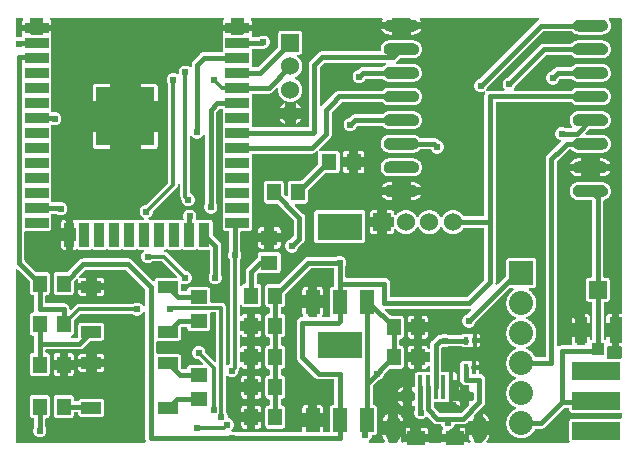
<source format=gtl>
G04 Layer: TopLayer*
G04 EasyEDA v6.2.35, 2019-08-15T18:41:42+02:00*
G04 d928556bf1d54400a7a5e192a75a7165,10119efe1344418d97fa33539d7a4e55,10*
G04 Gerber Generator version 0.2*
G04 Scale: 100 percent, Rotated: No, Reflected: No *
G04 Dimensions in millimeters *
G04 leading zeros omitted , absolute positions ,3 integer and 3 decimal *
%FSLAX33Y33*%
%MOMM*%
G90*
G71D02*

%ADD11C,0.299999*%
%ADD12C,0.450012*%
%ADD13C,0.609600*%
%ADD14R,3.799992X2.299995*%
%ADD15R,1.199998X1.999996*%
%ADD16R,1.160018X1.450010*%
%ADD17R,1.399540X1.300480*%
%ADD18R,0.450012X1.999996*%
%ADD19R,1.599997X1.199896*%
%ADD20R,1.999996X0.899998*%
%ADD21R,4.999990X4.999990*%
%ADD22R,0.899998X1.999996*%
%ADD23R,1.699997X0.999998*%
%ADD24R,1.450010X1.160018*%
%ADD25R,1.300480X1.399540*%
%ADD26R,1.050036X2.199894*%
%ADD27R,1.050036X0.999998*%
%ADD28R,4.064000X1.524000*%
%ADD29R,0.399999X0.650011*%
%ADD30C,1.299997*%
%ADD31R,1.524000X1.524000*%
%ADD32C,1.524000*%
%ADD33R,2.032000X2.032000*%
%ADD34C,2.032000*%

%LPD*%
G36*
G01X374Y14919D02*
G01X358Y14920D01*
G01X343Y14919D01*
G01X329Y14916D01*
G01X315Y14911D01*
G01X303Y14904D01*
G01X291Y14895D01*
G01X281Y14885D01*
G01X272Y14874D01*
G01X265Y14861D01*
G01X260Y14847D01*
G01X257Y14833D01*
G01X256Y14819D01*
G01X256Y358D01*
G01X257Y343D01*
G01X260Y329D01*
G01X265Y315D01*
G01X272Y303D01*
G01X281Y291D01*
G01X291Y281D01*
G01X303Y272D01*
G01X315Y265D01*
G01X329Y260D01*
G01X343Y257D01*
G01X358Y256D01*
G01X11170Y256D01*
G01X11185Y257D01*
G01X11199Y260D01*
G01X11212Y265D01*
G01X11225Y272D01*
G01X11237Y281D01*
G01X11247Y291D01*
G01X11256Y303D01*
G01X11263Y315D01*
G01X11268Y329D01*
G01X11271Y343D01*
G01X11272Y358D01*
G01X11270Y374D01*
G01X11266Y391D01*
G01X11260Y406D01*
G01X11245Y436D01*
G01X11232Y468D01*
G01X11221Y500D01*
G01X11213Y533D01*
G01X11207Y567D01*
G01X11203Y600D01*
G01X11202Y634D01*
G01X11202Y11201D01*
G01X11201Y11216D01*
G01X11198Y11230D01*
G01X11193Y11244D01*
G01X11186Y11256D01*
G01X11177Y11268D01*
G01X11167Y11278D01*
G01X11155Y11287D01*
G01X11143Y11294D01*
G01X11129Y11299D01*
G01X11115Y11302D01*
G01X11100Y11303D01*
G01X11086Y11302D01*
G01X11072Y11299D01*
G01X11058Y11294D01*
G01X11045Y11287D01*
G01X11033Y11278D01*
G01X11023Y11268D01*
G01X11015Y11256D01*
G01X10995Y11227D01*
G01X10973Y11199D01*
G01X10950Y11172D01*
G01X10925Y11147D01*
G01X10898Y11124D01*
G01X10871Y11102D01*
G01X10841Y11083D01*
G01X10811Y11065D01*
G01X10780Y11049D01*
G01X10747Y11035D01*
G01X10714Y11023D01*
G01X10680Y11013D01*
G01X10646Y11005D01*
G01X10611Y11000D01*
G01X10576Y10996D01*
G01X10541Y10995D01*
G01X10505Y10996D01*
G01X10470Y11000D01*
G01X10434Y11005D01*
G01X10400Y11013D01*
G01X10366Y11023D01*
G01X10332Y11035D01*
G01X10299Y11050D01*
G01X10268Y11066D01*
G01X10237Y11084D01*
G01X10208Y11104D01*
G01X10180Y11126D01*
G01X10165Y11136D01*
G01X10149Y11144D01*
G01X10132Y11148D01*
G01X10115Y11150D01*
G01X5798Y11150D01*
G01X5782Y11149D01*
G01X5767Y11145D01*
G01X5752Y11139D01*
G01X5738Y11131D01*
G01X5726Y11120D01*
G01X5184Y10578D01*
G01X5173Y10566D01*
G01X5165Y10552D01*
G01X5159Y10537D01*
G01X5155Y10522D01*
G01X5154Y10506D01*
G01X5154Y9562D01*
G01X5153Y9538D01*
G01X5150Y9515D01*
G01X5144Y9492D01*
G01X5137Y9470D01*
G01X5128Y9448D01*
G01X5117Y9428D01*
G01X5089Y9390D01*
G01X5072Y9374D01*
G01X5054Y9359D01*
G01X5035Y9345D01*
G01X5015Y9333D01*
G01X4994Y9324D01*
G01X4972Y9316D01*
G01X4958Y9311D01*
G01X4946Y9304D01*
G01X4934Y9295D01*
G01X4924Y9285D01*
G01X4915Y9273D01*
G01X4908Y9261D01*
G01X4903Y9247D01*
G01X4900Y9233D01*
G01X4899Y9219D01*
G01X4900Y9204D01*
G01X4904Y9190D01*
G01X4909Y9176D01*
G01X4916Y9164D01*
G01X4924Y9152D01*
G01X4934Y9142D01*
G01X4946Y9133D01*
G01X4959Y9126D01*
G01X4972Y9121D01*
G01X4987Y9118D01*
G01X5001Y9117D01*
G01X5401Y9117D01*
G01X5417Y9118D01*
G01X5432Y9122D01*
G01X5447Y9128D01*
G01X5461Y9136D01*
G01X5473Y9147D01*
G01X5519Y9193D01*
G01X5530Y9205D01*
G01X5538Y9219D01*
G01X5544Y9234D01*
G01X5548Y9249D01*
G01X5549Y9265D01*
G01X5549Y10149D01*
G01X5550Y10172D01*
G01X5553Y10196D01*
G01X5559Y10219D01*
G01X5566Y10241D01*
G01X5576Y10263D01*
G01X5587Y10284D01*
G01X5601Y10303D01*
G01X5616Y10321D01*
G01X5633Y10338D01*
G01X5651Y10353D01*
G01X5670Y10367D01*
G01X5691Y10378D01*
G01X5713Y10388D01*
G01X5735Y10395D01*
G01X5758Y10401D01*
G01X5782Y10404D01*
G01X5806Y10405D01*
G01X7506Y10405D01*
G01X7529Y10404D01*
G01X7553Y10401D01*
G01X7576Y10395D01*
G01X7598Y10388D01*
G01X7620Y10378D01*
G01X7641Y10367D01*
G01X7660Y10353D01*
G01X7678Y10338D01*
G01X7695Y10321D01*
G01X7710Y10303D01*
G01X7724Y10284D01*
G01X7735Y10263D01*
G01X7745Y10241D01*
G01X7752Y10219D01*
G01X7758Y10196D01*
G01X7761Y10172D01*
G01X7762Y10149D01*
G01X7762Y9149D01*
G01X7761Y9125D01*
G01X7758Y9101D01*
G01X7752Y9078D01*
G01X7745Y9056D01*
G01X7735Y9034D01*
G01X7724Y9014D01*
G01X7710Y8994D01*
G01X7695Y8976D01*
G01X7678Y8959D01*
G01X7660Y8944D01*
G01X7641Y8930D01*
G01X7620Y8919D01*
G01X7598Y8909D01*
G01X7576Y8902D01*
G01X7553Y8896D01*
G01X7529Y8893D01*
G01X7506Y8892D01*
G01X6622Y8892D01*
G01X6606Y8891D01*
G01X6591Y8887D01*
G01X6576Y8881D01*
G01X6563Y8873D01*
G01X6550Y8862D01*
G01X5983Y8295D01*
G01X5960Y8273D01*
G01X5936Y8253D01*
G01X5910Y8235D01*
G01X5883Y8218D01*
G01X5856Y8204D01*
G01X5827Y8191D01*
G01X5797Y8180D01*
G01X5767Y8170D01*
G01X5737Y8163D01*
G01X5705Y8158D01*
G01X5674Y8155D01*
G01X5643Y8154D01*
G01X2869Y8154D01*
G01X2854Y8153D01*
G01X2840Y8150D01*
G01X2826Y8145D01*
G01X2814Y8138D01*
G01X2802Y8129D01*
G01X2792Y8119D01*
G01X2783Y8107D01*
G01X2776Y8095D01*
G01X2771Y8081D01*
G01X2768Y8067D01*
G01X2767Y8052D01*
G01X2767Y7941D01*
G01X2768Y7926D01*
G01X2771Y7912D01*
G01X2776Y7899D01*
G01X2783Y7886D01*
G01X2792Y7874D01*
G01X2802Y7864D01*
G01X2813Y7855D01*
G01X2826Y7848D01*
G01X2839Y7843D01*
G01X2853Y7840D01*
G01X2868Y7839D01*
G01X2891Y7838D01*
G01X2915Y7834D01*
G01X2937Y7829D01*
G01X2960Y7821D01*
G01X2981Y7811D01*
G01X3002Y7800D01*
G01X3021Y7786D01*
G01X3039Y7771D01*
G01X3056Y7755D01*
G01X3071Y7736D01*
G01X3084Y7717D01*
G01X3095Y7696D01*
G01X3105Y7675D01*
G01X3112Y7652D01*
G01X3118Y7629D01*
G01X3121Y7606D01*
G01X3122Y7582D01*
G01X3122Y6133D01*
G01X3121Y6109D01*
G01X3118Y6085D01*
G01X3112Y6062D01*
G01X3105Y6040D01*
G01X3095Y6018D01*
G01X3084Y5997D01*
G01X3070Y5978D01*
G01X3055Y5960D01*
G01X3038Y5943D01*
G01X3020Y5928D01*
G01X3001Y5914D01*
G01X2980Y5903D01*
G01X2958Y5893D01*
G01X2936Y5886D01*
G01X2913Y5880D01*
G01X2889Y5877D01*
G01X2866Y5876D01*
G01X1705Y5876D01*
G01X1682Y5877D01*
G01X1658Y5880D01*
G01X1635Y5886D01*
G01X1613Y5893D01*
G01X1591Y5903D01*
G01X1570Y5914D01*
G01X1551Y5928D01*
G01X1533Y5943D01*
G01X1516Y5960D01*
G01X1501Y5978D01*
G01X1487Y5997D01*
G01X1476Y6018D01*
G01X1466Y6040D01*
G01X1459Y6062D01*
G01X1453Y6085D01*
G01X1450Y6109D01*
G01X1449Y6133D01*
G01X1449Y7582D01*
G01X1450Y7606D01*
G01X1453Y7629D01*
G01X1459Y7652D01*
G01X1466Y7675D01*
G01X1476Y7696D01*
G01X1487Y7717D01*
G01X1500Y7736D01*
G01X1515Y7755D01*
G01X1532Y7771D01*
G01X1550Y7786D01*
G01X1569Y7800D01*
G01X1590Y7811D01*
G01X1611Y7821D01*
G01X1634Y7829D01*
G01X1656Y7834D01*
G01X1680Y7838D01*
G01X1703Y7839D01*
G01X1718Y7840D01*
G01X1732Y7843D01*
G01X1745Y7848D01*
G01X1758Y7855D01*
G01X1769Y7864D01*
G01X1779Y7874D01*
G01X1788Y7886D01*
G01X1795Y7899D01*
G01X1800Y7912D01*
G01X1803Y7926D01*
G01X1804Y7941D01*
G01X1804Y9203D01*
G01X1803Y9218D01*
G01X1800Y9232D01*
G01X1795Y9245D01*
G01X1788Y9258D01*
G01X1779Y9270D01*
G01X1769Y9280D01*
G01X1758Y9289D01*
G01X1745Y9296D01*
G01X1732Y9301D01*
G01X1718Y9304D01*
G01X1703Y9305D01*
G01X1680Y9306D01*
G01X1656Y9310D01*
G01X1634Y9315D01*
G01X1611Y9323D01*
G01X1590Y9333D01*
G01X1569Y9344D01*
G01X1550Y9358D01*
G01X1532Y9373D01*
G01X1515Y9389D01*
G01X1500Y9408D01*
G01X1487Y9427D01*
G01X1476Y9448D01*
G01X1466Y9469D01*
G01X1459Y9492D01*
G01X1453Y9515D01*
G01X1450Y9538D01*
G01X1449Y9562D01*
G01X1449Y11011D01*
G01X1450Y11035D01*
G01X1453Y11059D01*
G01X1459Y11082D01*
G01X1466Y11104D01*
G01X1476Y11126D01*
G01X1487Y11147D01*
G01X1501Y11166D01*
G01X1516Y11184D01*
G01X1533Y11201D01*
G01X1551Y11216D01*
G01X1570Y11230D01*
G01X1591Y11241D01*
G01X1613Y11251D01*
G01X1635Y11258D01*
G01X1658Y11264D01*
G01X1682Y11267D01*
G01X1705Y11268D01*
G01X1733Y11268D01*
G01X1748Y11269D01*
G01X1762Y11272D01*
G01X1775Y11277D01*
G01X1788Y11284D01*
G01X1800Y11293D01*
G01X1810Y11303D01*
G01X1819Y11315D01*
G01X1826Y11327D01*
G01X1831Y11341D01*
G01X1834Y11355D01*
G01X1835Y11370D01*
G01X1833Y11386D01*
G01X1829Y11402D01*
G01X1820Y11432D01*
G01X1813Y11463D01*
G01X1808Y11494D01*
G01X1805Y11525D01*
G01X1804Y11557D01*
G01X1804Y12632D01*
G01X1803Y12647D01*
G01X1800Y12661D01*
G01X1795Y12674D01*
G01X1788Y12687D01*
G01X1779Y12699D01*
G01X1769Y12709D01*
G01X1758Y12718D01*
G01X1745Y12725D01*
G01X1732Y12730D01*
G01X1718Y12733D01*
G01X1703Y12734D01*
G01X1680Y12735D01*
G01X1656Y12739D01*
G01X1634Y12744D01*
G01X1611Y12752D01*
G01X1590Y12762D01*
G01X1569Y12773D01*
G01X1550Y12787D01*
G01X1532Y12802D01*
G01X1515Y12818D01*
G01X1500Y12837D01*
G01X1487Y12856D01*
G01X1476Y12877D01*
G01X1466Y12898D01*
G01X1459Y12921D01*
G01X1453Y12944D01*
G01X1450Y12967D01*
G01X1449Y12991D01*
G01X1449Y13829D01*
G01X1448Y13845D01*
G01X1444Y13860D01*
G01X1438Y13875D01*
G01X1430Y13889D01*
G01X1419Y13901D01*
G01X429Y14891D01*
G01X417Y14901D01*
G01X404Y14909D01*
G01X389Y14915D01*
G01X374Y14919D01*
G37*

%LPC*%
G36*
G01X4898Y4283D02*
G01X3737Y4283D01*
G01X3714Y4282D01*
G01X3690Y4279D01*
G01X3667Y4273D01*
G01X3645Y4266D01*
G01X3623Y4256D01*
G01X3602Y4245D01*
G01X3583Y4231D01*
G01X3565Y4216D01*
G01X3548Y4199D01*
G01X3533Y4181D01*
G01X3519Y4162D01*
G01X3508Y4141D01*
G01X3498Y4119D01*
G01X3491Y4097D01*
G01X3485Y4074D01*
G01X3482Y4050D01*
G01X3481Y4026D01*
G01X3481Y2577D01*
G01X3482Y2553D01*
G01X3485Y2529D01*
G01X3491Y2506D01*
G01X3498Y2484D01*
G01X3508Y2462D01*
G01X3519Y2441D01*
G01X3533Y2422D01*
G01X3548Y2404D01*
G01X3565Y2387D01*
G01X3583Y2372D01*
G01X3602Y2358D01*
G01X3623Y2347D01*
G01X3645Y2337D01*
G01X3667Y2330D01*
G01X3690Y2324D01*
G01X3714Y2321D01*
G01X3737Y2320D01*
G01X4898Y2320D01*
G01X4921Y2321D01*
G01X4945Y2324D01*
G01X4968Y2330D01*
G01X4990Y2337D01*
G01X5012Y2347D01*
G01X5033Y2358D01*
G01X5052Y2372D01*
G01X5070Y2387D01*
G01X5087Y2404D01*
G01X5102Y2422D01*
G01X5116Y2441D01*
G01X5127Y2462D01*
G01X5137Y2484D01*
G01X5144Y2506D01*
G01X5150Y2529D01*
G01X5153Y2553D01*
G01X5154Y2577D01*
G01X5154Y2718D01*
G01X5155Y2733D01*
G01X5158Y2747D01*
G01X5163Y2761D01*
G01X5170Y2773D01*
G01X5179Y2785D01*
G01X5189Y2795D01*
G01X5201Y2804D01*
G01X5213Y2811D01*
G01X5227Y2816D01*
G01X5241Y2819D01*
G01X5256Y2820D01*
G01X5447Y2820D01*
G01X5462Y2819D01*
G01X5476Y2816D01*
G01X5490Y2811D01*
G01X5502Y2804D01*
G01X5514Y2795D01*
G01X5524Y2785D01*
G01X5533Y2773D01*
G01X5540Y2761D01*
G01X5545Y2747D01*
G01X5548Y2733D01*
G01X5549Y2718D01*
G01X5549Y2680D01*
G01X5550Y2656D01*
G01X5553Y2632D01*
G01X5559Y2609D01*
G01X5566Y2587D01*
G01X5576Y2565D01*
G01X5587Y2544D01*
G01X5601Y2525D01*
G01X5616Y2507D01*
G01X5633Y2490D01*
G01X5651Y2475D01*
G01X5670Y2461D01*
G01X5691Y2450D01*
G01X5713Y2440D01*
G01X5735Y2433D01*
G01X5758Y2427D01*
G01X5782Y2424D01*
G01X5805Y2423D01*
G01X7505Y2423D01*
G01X7529Y2424D01*
G01X7553Y2427D01*
G01X7576Y2433D01*
G01X7598Y2440D01*
G01X7620Y2450D01*
G01X7641Y2461D01*
G01X7660Y2475D01*
G01X7678Y2490D01*
G01X7695Y2507D01*
G01X7710Y2525D01*
G01X7724Y2544D01*
G01X7735Y2565D01*
G01X7745Y2587D01*
G01X7752Y2609D01*
G01X7758Y2632D01*
G01X7761Y2656D01*
G01X7762Y2680D01*
G01X7762Y3680D01*
G01X7761Y3703D01*
G01X7758Y3727D01*
G01X7752Y3750D01*
G01X7745Y3772D01*
G01X7735Y3794D01*
G01X7724Y3815D01*
G01X7710Y3834D01*
G01X7695Y3852D01*
G01X7678Y3869D01*
G01X7660Y3884D01*
G01X7641Y3898D01*
G01X7620Y3909D01*
G01X7598Y3919D01*
G01X7576Y3926D01*
G01X7553Y3932D01*
G01X7529Y3935D01*
G01X7505Y3936D01*
G01X5805Y3936D01*
G01X5781Y3935D01*
G01X5756Y3931D01*
G01X5733Y3925D01*
G01X5709Y3917D01*
G01X5687Y3907D01*
G01X5666Y3895D01*
G01X5646Y3880D01*
G01X5627Y3864D01*
G01X5610Y3846D01*
G01X5595Y3826D01*
G01X5585Y3814D01*
G01X5573Y3803D01*
G01X5559Y3795D01*
G01X5544Y3788D01*
G01X5528Y3784D01*
G01X5512Y3783D01*
G01X5256Y3783D01*
G01X5241Y3784D01*
G01X5227Y3787D01*
G01X5213Y3792D01*
G01X5201Y3799D01*
G01X5189Y3808D01*
G01X5179Y3818D01*
G01X5170Y3830D01*
G01X5163Y3842D01*
G01X5158Y3856D01*
G01X5155Y3870D01*
G01X5154Y3885D01*
G01X5154Y4026D01*
G01X5153Y4050D01*
G01X5150Y4074D01*
G01X5144Y4097D01*
G01X5137Y4119D01*
G01X5127Y4141D01*
G01X5116Y4162D01*
G01X5102Y4181D01*
G01X5087Y4199D01*
G01X5070Y4216D01*
G01X5052Y4231D01*
G01X5033Y4245D01*
G01X5012Y4256D01*
G01X4990Y4266D01*
G01X4968Y4273D01*
G01X4945Y4279D01*
G01X4921Y4282D01*
G01X4898Y4283D01*
G37*
G36*
G01X2866Y4283D02*
G01X1705Y4283D01*
G01X1682Y4282D01*
G01X1658Y4279D01*
G01X1635Y4273D01*
G01X1613Y4266D01*
G01X1591Y4256D01*
G01X1570Y4245D01*
G01X1551Y4231D01*
G01X1533Y4216D01*
G01X1516Y4199D01*
G01X1501Y4181D01*
G01X1487Y4162D01*
G01X1476Y4141D01*
G01X1466Y4119D01*
G01X1459Y4097D01*
G01X1453Y4074D01*
G01X1450Y4050D01*
G01X1449Y4026D01*
G01X1449Y2577D01*
G01X1450Y2553D01*
G01X1453Y2530D01*
G01X1459Y2507D01*
G01X1466Y2484D01*
G01X1476Y2463D01*
G01X1487Y2442D01*
G01X1500Y2423D01*
G01X1515Y2404D01*
G01X1532Y2388D01*
G01X1550Y2373D01*
G01X1569Y2359D01*
G01X1590Y2348D01*
G01X1611Y2338D01*
G01X1634Y2330D01*
G01X1656Y2325D01*
G01X1680Y2321D01*
G01X1703Y2320D01*
G01X1718Y2319D01*
G01X1732Y2316D01*
G01X1745Y2311D01*
G01X1758Y2304D01*
G01X1769Y2295D01*
G01X1779Y2285D01*
G01X1788Y2273D01*
G01X1795Y2260D01*
G01X1800Y2247D01*
G01X1803Y2233D01*
G01X1804Y2218D01*
G01X1804Y1585D01*
G01X1803Y1568D01*
G01X1798Y1552D01*
G01X1792Y1536D01*
G01X1776Y1505D01*
G01X1763Y1473D01*
G01X1751Y1441D01*
G01X1741Y1407D01*
G01X1734Y1373D01*
G01X1728Y1339D01*
G01X1725Y1304D01*
G01X1724Y1270D01*
G01X1725Y1236D01*
G01X1728Y1202D01*
G01X1733Y1168D01*
G01X1740Y1135D01*
G01X1750Y1102D01*
G01X1761Y1070D01*
G01X1774Y1039D01*
G01X1788Y1009D01*
G01X1805Y979D01*
G01X1824Y951D01*
G01X1844Y923D01*
G01X1865Y897D01*
G01X1913Y849D01*
G01X1939Y828D01*
G01X1967Y808D01*
G01X1995Y789D01*
G01X2025Y772D01*
G01X2055Y758D01*
G01X2086Y745D01*
G01X2118Y734D01*
G01X2151Y724D01*
G01X2184Y717D01*
G01X2218Y712D01*
G01X2252Y709D01*
G01X2286Y708D01*
G01X2319Y709D01*
G01X2353Y712D01*
G01X2387Y717D01*
G01X2420Y724D01*
G01X2453Y734D01*
G01X2485Y745D01*
G01X2516Y758D01*
G01X2546Y772D01*
G01X2576Y789D01*
G01X2604Y808D01*
G01X2632Y828D01*
G01X2658Y849D01*
G01X2706Y897D01*
G01X2727Y923D01*
G01X2747Y951D01*
G01X2766Y979D01*
G01X2783Y1009D01*
G01X2797Y1039D01*
G01X2810Y1070D01*
G01X2821Y1102D01*
G01X2831Y1135D01*
G01X2838Y1168D01*
G01X2843Y1202D01*
G01X2846Y1236D01*
G01X2847Y1270D01*
G01X2846Y1304D01*
G01X2843Y1339D01*
G01X2837Y1373D01*
G01X2830Y1407D01*
G01X2820Y1441D01*
G01X2808Y1473D01*
G01X2795Y1505D01*
G01X2779Y1536D01*
G01X2773Y1552D01*
G01X2768Y1568D01*
G01X2767Y1585D01*
G01X2767Y2218D01*
G01X2768Y2233D01*
G01X2771Y2247D01*
G01X2776Y2260D01*
G01X2783Y2273D01*
G01X2792Y2285D01*
G01X2802Y2295D01*
G01X2813Y2304D01*
G01X2826Y2311D01*
G01X2839Y2316D01*
G01X2853Y2319D01*
G01X2868Y2320D01*
G01X2891Y2321D01*
G01X2915Y2325D01*
G01X2937Y2330D01*
G01X2960Y2338D01*
G01X2981Y2348D01*
G01X3002Y2359D01*
G01X3021Y2373D01*
G01X3039Y2388D01*
G01X3056Y2404D01*
G01X3071Y2423D01*
G01X3084Y2442D01*
G01X3095Y2463D01*
G01X3105Y2484D01*
G01X3112Y2507D01*
G01X3118Y2530D01*
G01X3121Y2553D01*
G01X3122Y2577D01*
G01X3122Y4026D01*
G01X3121Y4050D01*
G01X3118Y4074D01*
G01X3112Y4097D01*
G01X3105Y4119D01*
G01X3095Y4141D01*
G01X3084Y4162D01*
G01X3070Y4181D01*
G01X3055Y4199D01*
G01X3038Y4216D01*
G01X3020Y4231D01*
G01X3001Y4245D01*
G01X2980Y4256D01*
G01X2958Y4266D01*
G01X2936Y4273D01*
G01X2913Y4279D01*
G01X2889Y4282D01*
G01X2866Y4283D01*
G37*
G36*
G01X6167Y7736D02*
G01X5805Y7736D01*
G01X5782Y7735D01*
G01X5758Y7732D01*
G01X5735Y7726D01*
G01X5713Y7719D01*
G01X5691Y7709D01*
G01X5670Y7698D01*
G01X5651Y7684D01*
G01X5633Y7669D01*
G01X5616Y7652D01*
G01X5601Y7634D01*
G01X5587Y7615D01*
G01X5576Y7594D01*
G01X5566Y7572D01*
G01X5559Y7550D01*
G01X5553Y7527D01*
G01X5550Y7503D01*
G01X5549Y7479D01*
G01X5549Y7293D01*
G01X6167Y7293D01*
G01X6167Y7736D01*
G37*
G36*
G01X6167Y6666D02*
G01X5549Y6666D01*
G01X5549Y6479D01*
G01X5550Y6456D01*
G01X5553Y6432D01*
G01X5559Y6409D01*
G01X5566Y6387D01*
G01X5576Y6365D01*
G01X5587Y6344D01*
G01X5601Y6325D01*
G01X5616Y6307D01*
G01X5633Y6290D01*
G01X5651Y6275D01*
G01X5670Y6261D01*
G01X5691Y6250D01*
G01X5713Y6240D01*
G01X5735Y6233D01*
G01X5758Y6227D01*
G01X5782Y6224D01*
G01X5805Y6223D01*
G01X6167Y6223D01*
G01X6167Y6666D01*
G37*
G36*
G01X7505Y7736D02*
G01X7144Y7736D01*
G01X7144Y7293D01*
G01X7762Y7293D01*
G01X7762Y7479D01*
G01X7761Y7503D01*
G01X7758Y7527D01*
G01X7752Y7550D01*
G01X7745Y7572D01*
G01X7735Y7594D01*
G01X7724Y7615D01*
G01X7710Y7634D01*
G01X7695Y7652D01*
G01X7678Y7669D01*
G01X7660Y7684D01*
G01X7641Y7698D01*
G01X7620Y7709D01*
G01X7598Y7719D01*
G01X7576Y7726D01*
G01X7553Y7732D01*
G01X7529Y7735D01*
G01X7505Y7736D01*
G37*
G36*
G01X7762Y6666D02*
G01X7144Y6666D01*
G01X7144Y6223D01*
G01X7505Y6223D01*
G01X7529Y6224D01*
G01X7553Y6227D01*
G01X7576Y6233D01*
G01X7598Y6240D01*
G01X7620Y6250D01*
G01X7641Y6261D01*
G01X7660Y6275D01*
G01X7678Y6290D01*
G01X7695Y6307D01*
G01X7710Y6325D01*
G01X7724Y6344D01*
G01X7735Y6365D01*
G01X7745Y6387D01*
G01X7752Y6409D01*
G01X7758Y6432D01*
G01X7761Y6456D01*
G01X7762Y6479D01*
G01X7762Y6666D01*
G37*
G36*
G01X3964Y7839D02*
G01X3737Y7839D01*
G01X3714Y7838D01*
G01X3690Y7835D01*
G01X3667Y7829D01*
G01X3645Y7822D01*
G01X3623Y7812D01*
G01X3602Y7801D01*
G01X3583Y7787D01*
G01X3565Y7772D01*
G01X3548Y7755D01*
G01X3533Y7737D01*
G01X3519Y7718D01*
G01X3508Y7697D01*
G01X3498Y7675D01*
G01X3491Y7653D01*
G01X3485Y7630D01*
G01X3482Y7606D01*
G01X3481Y7582D01*
G01X3481Y7283D01*
G01X3964Y7283D01*
G01X3964Y7839D01*
G37*
G36*
G01X4898Y7839D02*
G01X4671Y7839D01*
G01X4671Y7283D01*
G01X5154Y7283D01*
G01X5154Y7582D01*
G01X5153Y7606D01*
G01X5150Y7630D01*
G01X5144Y7653D01*
G01X5137Y7675D01*
G01X5127Y7697D01*
G01X5116Y7718D01*
G01X5102Y7737D01*
G01X5087Y7755D01*
G01X5070Y7772D01*
G01X5052Y7787D01*
G01X5033Y7801D01*
G01X5012Y7812D01*
G01X4990Y7822D01*
G01X4968Y7829D01*
G01X4945Y7835D01*
G01X4921Y7838D01*
G01X4898Y7839D01*
G37*
G36*
G01X3964Y6432D02*
G01X3481Y6432D01*
G01X3481Y6133D01*
G01X3482Y6109D01*
G01X3485Y6085D01*
G01X3491Y6062D01*
G01X3498Y6040D01*
G01X3508Y6018D01*
G01X3519Y5997D01*
G01X3533Y5978D01*
G01X3548Y5960D01*
G01X3565Y5943D01*
G01X3583Y5928D01*
G01X3602Y5914D01*
G01X3623Y5903D01*
G01X3645Y5893D01*
G01X3667Y5886D01*
G01X3690Y5880D01*
G01X3714Y5877D01*
G01X3737Y5876D01*
G01X3964Y5876D01*
G01X3964Y6432D01*
G37*
G36*
G01X5154Y6432D02*
G01X4671Y6432D01*
G01X4671Y5876D01*
G01X4898Y5876D01*
G01X4921Y5877D01*
G01X4945Y5880D01*
G01X4968Y5886D01*
G01X4990Y5893D01*
G01X5012Y5903D01*
G01X5033Y5914D01*
G01X5052Y5928D01*
G01X5070Y5943D01*
G01X5087Y5960D01*
G01X5102Y5978D01*
G01X5116Y5997D01*
G01X5127Y6018D01*
G01X5137Y6040D01*
G01X5144Y6062D01*
G01X5150Y6085D01*
G01X5153Y6109D01*
G01X5154Y6133D01*
G01X5154Y6432D01*
G37*

%LPD*%
G36*
G01X42325Y13332D02*
G01X42122Y13332D01*
G01X42106Y13331D01*
G01X42091Y13327D01*
G01X42076Y13321D01*
G01X42062Y13313D01*
G01X42050Y13302D01*
G01X39171Y10423D01*
G01X39160Y10410D01*
G01X39152Y10396D01*
G01X39145Y10380D01*
G01X39135Y10348D01*
G01X39122Y10316D01*
G01X39107Y10285D01*
G01X39091Y10255D01*
G01X39072Y10226D01*
G01X39052Y10198D01*
G01X39031Y10172D01*
G01X39007Y10147D01*
G01X38983Y10123D01*
G01X38957Y10101D01*
G01X38929Y10080D01*
G01X38900Y10062D01*
G01X38871Y10045D01*
G01X38840Y10030D01*
G01X38808Y10016D01*
G01X38776Y10005D01*
G01X38743Y9996D01*
G01X38710Y9989D01*
G01X38676Y9983D01*
G01X38642Y9980D01*
G01X38608Y9979D01*
G01X38574Y9980D01*
G01X38540Y9983D01*
G01X38506Y9988D01*
G01X38473Y9995D01*
G01X38440Y10005D01*
G01X38408Y10016D01*
G01X38377Y10029D01*
G01X38347Y10043D01*
G01X38317Y10060D01*
G01X38289Y10079D01*
G01X38261Y10099D01*
G01X38235Y10120D01*
G01X38187Y10168D01*
G01X38166Y10194D01*
G01X38146Y10222D01*
G01X38127Y10250D01*
G01X38110Y10280D01*
G01X38096Y10310D01*
G01X38083Y10341D01*
G01X38072Y10373D01*
G01X38062Y10406D01*
G01X38055Y10439D01*
G01X38050Y10473D01*
G01X38047Y10507D01*
G01X38046Y10541D01*
G01X38047Y10575D01*
G01X38050Y10609D01*
G01X38056Y10643D01*
G01X38063Y10676D01*
G01X38072Y10709D01*
G01X38083Y10741D01*
G01X38097Y10773D01*
G01X38112Y10804D01*
G01X38129Y10833D01*
G01X38147Y10862D01*
G01X38168Y10890D01*
G01X38190Y10916D01*
G01X38214Y10940D01*
G01X38239Y10964D01*
G01X38265Y10985D01*
G01X38293Y11005D01*
G01X38322Y11024D01*
G01X38352Y11040D01*
G01X38383Y11055D01*
G01X38415Y11068D01*
G01X38447Y11078D01*
G01X38463Y11085D01*
G01X38477Y11093D01*
G01X38490Y11104D01*
G01X38810Y11424D01*
G01X38821Y11437D01*
G01X38829Y11450D01*
G01X38835Y11465D01*
G01X38839Y11480D01*
G01X38840Y11496D01*
G01X38839Y11511D01*
G01X38836Y11525D01*
G01X38831Y11538D01*
G01X38824Y11551D01*
G01X38815Y11563D01*
G01X38805Y11573D01*
G01X38794Y11582D01*
G01X38781Y11589D01*
G01X38767Y11594D01*
G01X38753Y11597D01*
G01X38739Y11598D01*
G01X38716Y11595D01*
G01X38680Y11588D01*
G01X38644Y11584D01*
G01X38608Y11583D01*
G01X31633Y11583D01*
G01X31619Y11582D01*
G01X31605Y11579D01*
G01X31591Y11574D01*
G01X31578Y11567D01*
G01X31567Y11558D01*
G01X31557Y11548D01*
G01X31548Y11536D01*
G01X31541Y11524D01*
G01X31536Y11510D01*
G01X31533Y11496D01*
G01X31532Y11481D01*
G01X31533Y11465D01*
G01X31537Y11450D01*
G01X31543Y11435D01*
G01X31551Y11422D01*
G01X31561Y11410D01*
G01X31927Y11044D01*
G01X31939Y11033D01*
G01X31953Y11025D01*
G01X31968Y11019D01*
G01X31983Y11015D01*
G01X31999Y11014D01*
G01X32838Y11014D01*
G01X32861Y11013D01*
G01X32885Y11010D01*
G01X32908Y11004D01*
G01X32930Y10997D01*
G01X32952Y10987D01*
G01X32973Y10976D01*
G01X32992Y10962D01*
G01X33010Y10947D01*
G01X33027Y10930D01*
G01X33042Y10912D01*
G01X33056Y10893D01*
G01X33067Y10872D01*
G01X33077Y10850D01*
G01X33084Y10828D01*
G01X33090Y10805D01*
G01X33093Y10781D01*
G01X33094Y10757D01*
G01X33094Y9308D01*
G01X33093Y9284D01*
G01X33090Y9261D01*
G01X33084Y9238D01*
G01X33077Y9215D01*
G01X33067Y9194D01*
G01X33056Y9173D01*
G01X33043Y9154D01*
G01X33028Y9135D01*
G01X33011Y9119D01*
G01X32993Y9104D01*
G01X32974Y9090D01*
G01X32953Y9079D01*
G01X32932Y9069D01*
G01X32909Y9061D01*
G01X32887Y9056D01*
G01X32863Y9052D01*
G01X32840Y9051D01*
G01X32825Y9050D01*
G01X32811Y9047D01*
G01X32798Y9042D01*
G01X32785Y9035D01*
G01X32774Y9026D01*
G01X32764Y9016D01*
G01X32755Y9004D01*
G01X32748Y8991D01*
G01X32743Y8978D01*
G01X32740Y8964D01*
G01X32739Y8949D01*
G01X32739Y8576D01*
G01X32740Y8561D01*
G01X32743Y8547D01*
G01X32748Y8534D01*
G01X32755Y8521D01*
G01X32764Y8509D01*
G01X32774Y8499D01*
G01X32785Y8490D01*
G01X32798Y8483D01*
G01X32811Y8478D01*
G01X32825Y8475D01*
G01X32840Y8474D01*
G01X32863Y8473D01*
G01X32887Y8469D01*
G01X32909Y8464D01*
G01X32932Y8456D01*
G01X32953Y8446D01*
G01X32974Y8435D01*
G01X32993Y8421D01*
G01X33011Y8406D01*
G01X33028Y8390D01*
G01X33043Y8371D01*
G01X33056Y8352D01*
G01X33067Y8331D01*
G01X33077Y8310D01*
G01X33084Y8287D01*
G01X33090Y8264D01*
G01X33093Y8241D01*
G01X33094Y8217D01*
G01X33094Y6768D01*
G01X33093Y6744D01*
G01X33090Y6720D01*
G01X33084Y6697D01*
G01X33077Y6675D01*
G01X33067Y6653D01*
G01X33056Y6632D01*
G01X33042Y6613D01*
G01X33027Y6595D01*
G01X33010Y6578D01*
G01X32992Y6563D01*
G01X32973Y6549D01*
G01X32952Y6538D01*
G01X32930Y6528D01*
G01X32908Y6521D01*
G01X32885Y6515D01*
G01X32861Y6512D01*
G01X32838Y6511D01*
G01X31946Y6511D01*
G01X31929Y6510D01*
G01X31913Y6506D01*
G01X31898Y6499D01*
G01X31885Y6491D01*
G01X31872Y6480D01*
G01X31436Y6028D01*
G01X31424Y6014D01*
G01X31415Y5997D01*
G01X31410Y5979D01*
G01X31401Y5945D01*
G01X31391Y5912D01*
G01X31378Y5879D01*
G01X31364Y5847D01*
G01X31348Y5817D01*
G01X31329Y5787D01*
G01X31309Y5758D01*
G01X31288Y5731D01*
G01X31264Y5705D01*
G01X31239Y5681D01*
G01X31213Y5658D01*
G01X31185Y5637D01*
G01X31156Y5618D01*
G01X31126Y5601D01*
G01X31094Y5585D01*
G01X31062Y5572D01*
G01X31029Y5560D01*
G01X30996Y5551D01*
G01X30978Y5544D01*
G01X30962Y5535D01*
G01X30947Y5523D01*
G01X30496Y5055D01*
G01X30486Y5043D01*
G01X30478Y5030D01*
G01X30472Y5016D01*
G01X30468Y5000D01*
G01X30467Y4985D01*
G01X30467Y3517D01*
G01X30468Y3502D01*
G01X30471Y3488D01*
G01X30476Y3474D01*
G01X30483Y3462D01*
G01X30492Y3450D01*
G01X30502Y3440D01*
G01X30514Y3431D01*
G01X30526Y3424D01*
G01X30540Y3419D01*
G01X30554Y3416D01*
G01X30569Y3415D01*
G01X30585Y3415D01*
G01X30609Y3414D01*
G01X30633Y3411D01*
G01X30656Y3405D01*
G01X30678Y3398D01*
G01X30700Y3388D01*
G01X30721Y3377D01*
G01X30740Y3363D01*
G01X30758Y3348D01*
G01X30775Y3331D01*
G01X30790Y3313D01*
G01X30804Y3294D01*
G01X30815Y3273D01*
G01X30825Y3251D01*
G01X30832Y3229D01*
G01X30838Y3206D01*
G01X30841Y3182D01*
G01X30842Y3158D01*
G01X30842Y1159D01*
G01X30841Y1135D01*
G01X30838Y1111D01*
G01X30832Y1088D01*
G01X30825Y1066D01*
G01X30815Y1044D01*
G01X30804Y1023D01*
G01X30790Y1004D01*
G01X30775Y986D01*
G01X30758Y969D01*
G01X30740Y954D01*
G01X30721Y940D01*
G01X30700Y929D01*
G01X30678Y919D01*
G01X30656Y912D01*
G01X30633Y906D01*
G01X30609Y903D01*
G01X30585Y902D01*
G01X30502Y902D01*
G01X30487Y901D01*
G01X30473Y898D01*
G01X30459Y893D01*
G01X30446Y886D01*
G01X30435Y877D01*
G01X30424Y866D01*
G01X30416Y855D01*
G01X30409Y842D01*
G01X30404Y828D01*
G01X30401Y814D01*
G01X30395Y780D01*
G01X30388Y747D01*
G01X30378Y714D01*
G01X30366Y681D01*
G01X30353Y650D01*
G01X30337Y619D01*
G01X30320Y590D01*
G01X30300Y561D01*
G01X30280Y534D01*
G01X30257Y508D01*
G01X30233Y483D01*
G01X30208Y460D01*
G01X30181Y439D01*
G01X30169Y429D01*
G01X30159Y417D01*
G01X30151Y403D01*
G01X30145Y389D01*
G01X30141Y373D01*
G01X30140Y358D01*
G01X30141Y343D01*
G01X30144Y329D01*
G01X30149Y315D01*
G01X30156Y303D01*
G01X30165Y291D01*
G01X30175Y281D01*
G01X30187Y272D01*
G01X30199Y265D01*
G01X30213Y260D01*
G01X30227Y257D01*
G01X30242Y256D01*
G01X31429Y256D01*
G01X31444Y257D01*
G01X31458Y260D01*
G01X31472Y265D01*
G01X31484Y272D01*
G01X31496Y281D01*
G01X31506Y291D01*
G01X31515Y303D01*
G01X31522Y315D01*
G01X31527Y329D01*
G01X31530Y343D01*
G01X31531Y358D01*
G01X31530Y372D01*
G01X31527Y386D01*
G01X31522Y400D01*
G01X31515Y412D01*
G01X31507Y424D01*
G01X31478Y459D01*
G01X31451Y495D01*
G01X31426Y533D01*
G01X31403Y571D01*
G01X31382Y611D01*
G01X31363Y652D01*
G01X31346Y694D01*
G01X31331Y736D01*
G01X31319Y779D01*
G01X31308Y823D01*
G01X31300Y867D01*
G01X31806Y867D01*
G01X31806Y358D01*
G01X31807Y343D01*
G01X31810Y329D01*
G01X31815Y315D01*
G01X31822Y303D01*
G01X31830Y291D01*
G01X31841Y281D01*
G01X31852Y272D01*
G01X31865Y265D01*
G01X31878Y260D01*
G01X31893Y257D01*
G01X31907Y256D01*
G01X32481Y256D01*
G01X32495Y257D01*
G01X32510Y260D01*
G01X32523Y265D01*
G01X32536Y272D01*
G01X32547Y281D01*
G01X32558Y291D01*
G01X32566Y303D01*
G01X32573Y315D01*
G01X32578Y329D01*
G01X32581Y343D01*
G01X32582Y358D01*
G01X32582Y867D01*
G01X32871Y867D01*
G01X32871Y409D01*
G01X32863Y393D01*
G01X32858Y375D01*
G01X32857Y358D01*
G01X32858Y343D01*
G01X32861Y329D01*
G01X32866Y315D01*
G01X32873Y303D01*
G01X32882Y291D01*
G01X32892Y281D01*
G01X32904Y272D01*
G01X32916Y265D01*
G01X32930Y260D01*
G01X32944Y257D01*
G01X32959Y256D01*
G01X32972Y256D01*
G01X32989Y257D01*
G01X33006Y262D01*
G01X33022Y269D01*
G01X33036Y278D01*
G01X33048Y290D01*
G01X33692Y290D01*
G01X33705Y278D01*
G01X33719Y269D01*
G01X33735Y262D01*
G01X33751Y257D01*
G01X33769Y256D01*
G01X34492Y256D01*
G01X34510Y257D01*
G01X34526Y262D01*
G01X34542Y269D01*
G01X34556Y278D01*
G01X34569Y290D01*
G01X35213Y290D01*
G01X35225Y278D01*
G01X35239Y269D01*
G01X35255Y262D01*
G01X35272Y257D01*
G01X35289Y256D01*
G01X36251Y256D01*
G01X36266Y257D01*
G01X36281Y261D01*
G01X36295Y266D01*
G01X36309Y274D01*
G01X36989Y274D01*
G01X37003Y266D01*
G01X37017Y261D01*
G01X37032Y257D01*
G01X37047Y256D01*
G01X37771Y256D01*
G01X37786Y257D01*
G01X37801Y261D01*
G01X37816Y266D01*
G01X37829Y274D01*
G01X38510Y274D01*
G01X38523Y266D01*
G01X38537Y261D01*
G01X38552Y257D01*
G01X38567Y256D01*
G01X38668Y256D01*
G01X38683Y257D01*
G01X38697Y260D01*
G01X38711Y265D01*
G01X38723Y272D01*
G01X38735Y281D01*
G01X38745Y291D01*
G01X38754Y303D01*
G01X38761Y315D01*
G01X38766Y329D01*
G01X38769Y343D01*
G01X38770Y358D01*
G01X38769Y372D01*
G01X38766Y386D01*
G01X38761Y400D01*
G01X38754Y412D01*
G01X38746Y424D01*
G01X38705Y474D01*
G01X38669Y527D01*
G01X38669Y867D01*
G01X39045Y867D01*
G01X39045Y358D01*
G01X39046Y343D01*
G01X39049Y329D01*
G01X39054Y315D01*
G01X39061Y303D01*
G01X39069Y291D01*
G01X39080Y281D01*
G01X39091Y272D01*
G01X39104Y265D01*
G01X39117Y260D01*
G01X39132Y257D01*
G01X39146Y256D01*
G01X39720Y256D01*
G01X39734Y257D01*
G01X39749Y260D01*
G01X39762Y265D01*
G01X39775Y272D01*
G01X39786Y281D01*
G01X39797Y291D01*
G01X39805Y303D01*
G01X39812Y315D01*
G01X39817Y329D01*
G01X39820Y343D01*
G01X39821Y358D01*
G01X39821Y867D01*
G01X40327Y867D01*
G01X40319Y823D01*
G01X40308Y779D01*
G01X40296Y736D01*
G01X40281Y694D01*
G01X40264Y652D01*
G01X40245Y611D01*
G01X40224Y571D01*
G01X40201Y533D01*
G01X40176Y495D01*
G01X40149Y459D01*
G01X40120Y424D01*
G01X40112Y412D01*
G01X40105Y400D01*
G01X40100Y386D01*
G01X40097Y372D01*
G01X40096Y358D01*
G01X40097Y343D01*
G01X40100Y329D01*
G01X40105Y315D01*
G01X40112Y303D01*
G01X40121Y291D01*
G01X40131Y281D01*
G01X40143Y272D01*
G01X40155Y265D01*
G01X40169Y260D01*
G01X40183Y257D01*
G01X40198Y256D01*
G01X47045Y256D01*
G01X47060Y257D01*
G01X47074Y260D01*
G01X47087Y265D01*
G01X47100Y272D01*
G01X47112Y281D01*
G01X47122Y291D01*
G01X47131Y303D01*
G01X47138Y315D01*
G01X47143Y329D01*
G01X47146Y343D01*
G01X47147Y358D01*
G01X47146Y372D01*
G01X47143Y386D01*
G01X47137Y400D01*
G01X47127Y426D01*
G01X47120Y453D01*
G01X47115Y480D01*
G01X47114Y507D01*
G01X47114Y2032D01*
G01X47115Y2055D01*
G01X47118Y2079D01*
G01X47124Y2102D01*
G01X47131Y2124D01*
G01X47141Y2146D01*
G01X47152Y2167D01*
G01X47166Y2186D01*
G01X47181Y2204D01*
G01X47198Y2221D01*
G01X47216Y2236D01*
G01X47235Y2250D01*
G01X47256Y2261D01*
G01X47278Y2271D01*
G01X47300Y2278D01*
G01X47323Y2284D01*
G01X47347Y2287D01*
G01X47371Y2288D01*
G01X51451Y2288D01*
G01X51457Y2287D01*
G01X51472Y2288D01*
G01X51486Y2291D01*
G01X51500Y2296D01*
G01X51512Y2303D01*
G01X51524Y2312D01*
G01X51534Y2322D01*
G01X51543Y2334D01*
G01X51550Y2347D01*
G01X51555Y2360D01*
G01X51558Y2374D01*
G01X51559Y2389D01*
G01X51559Y2690D01*
G01X51558Y2705D01*
G01X51555Y2719D01*
G01X51550Y2732D01*
G01X51543Y2745D01*
G01X51534Y2757D01*
G01X51524Y2767D01*
G01X51512Y2776D01*
G01X51500Y2783D01*
G01X51486Y2788D01*
G01X51472Y2791D01*
G01X51457Y2792D01*
G01X51451Y2791D01*
G01X47371Y2791D01*
G01X47347Y2792D01*
G01X47323Y2795D01*
G01X47300Y2801D01*
G01X47278Y2808D01*
G01X47256Y2818D01*
G01X47235Y2829D01*
G01X47216Y2843D01*
G01X47198Y2858D01*
G01X47181Y2875D01*
G01X47166Y2893D01*
G01X47152Y2912D01*
G01X47141Y2933D01*
G01X47131Y2955D01*
G01X47124Y2977D01*
G01X47118Y3000D01*
G01X47115Y3024D01*
G01X47114Y3048D01*
G01X47114Y3099D01*
G01X47113Y3114D01*
G01X47110Y3128D01*
G01X47105Y3142D01*
G01X47098Y3154D01*
G01X47089Y3166D01*
G01X47079Y3176D01*
G01X47067Y3185D01*
G01X47055Y3192D01*
G01X47041Y3197D01*
G01X47027Y3200D01*
G01X47012Y3201D01*
G01X46723Y3201D01*
G01X46707Y3200D01*
G01X46692Y3196D01*
G01X46677Y3190D01*
G01X46663Y3182D01*
G01X46651Y3171D01*
G01X45044Y1564D01*
G01X45021Y1542D01*
G01X44997Y1522D01*
G01X44971Y1504D01*
G01X44944Y1487D01*
G01X44916Y1473D01*
G01X44888Y1460D01*
G01X44858Y1449D01*
G01X44828Y1439D01*
G01X44797Y1432D01*
G01X44766Y1427D01*
G01X44735Y1424D01*
G01X44704Y1423D01*
G01X44297Y1423D01*
G01X44282Y1422D01*
G01X44268Y1419D01*
G01X44255Y1414D01*
G01X44242Y1407D01*
G01X44231Y1399D01*
G01X44220Y1388D01*
G01X44212Y1377D01*
G01X44205Y1364D01*
G01X44182Y1318D01*
G01X44157Y1273D01*
G01X44131Y1229D01*
G01X44103Y1186D01*
G01X44073Y1144D01*
G01X44041Y1103D01*
G01X44008Y1064D01*
G01X43973Y1026D01*
G01X43937Y990D01*
G01X43899Y955D01*
G01X43860Y921D01*
G01X43820Y889D01*
G01X43778Y859D01*
G01X43735Y831D01*
G01X43691Y804D01*
G01X43646Y779D01*
G01X43600Y756D01*
G01X43553Y735D01*
G01X43506Y715D01*
G01X43457Y698D01*
G01X43408Y683D01*
G01X43358Y669D01*
G01X43308Y658D01*
G01X43257Y649D01*
G01X43207Y641D01*
G01X43155Y636D01*
G01X43104Y633D01*
G01X43053Y632D01*
G01X43001Y633D01*
G01X42950Y636D01*
G01X42899Y641D01*
G01X42848Y648D01*
G01X42798Y658D01*
G01X42748Y669D01*
G01X42698Y682D01*
G01X42650Y697D01*
G01X42601Y715D01*
G01X42554Y734D01*
G01X42507Y755D01*
G01X42461Y778D01*
G01X42416Y802D01*
G01X42372Y829D01*
G01X42330Y857D01*
G01X42288Y887D01*
G01X42248Y919D01*
G01X42209Y952D01*
G01X42171Y987D01*
G01X42135Y1023D01*
G01X42100Y1061D01*
G01X42067Y1100D01*
G01X42035Y1140D01*
G01X42005Y1182D01*
G01X41977Y1224D01*
G01X41950Y1268D01*
G01X41926Y1313D01*
G01X41903Y1359D01*
G01X41882Y1406D01*
G01X41863Y1453D01*
G01X41845Y1502D01*
G01X41830Y1550D01*
G01X41817Y1600D01*
G01X41806Y1650D01*
G01X41796Y1700D01*
G01X41789Y1751D01*
G01X41784Y1802D01*
G01X41781Y1853D01*
G01X41780Y1905D01*
G01X41781Y1956D01*
G01X41784Y2008D01*
G01X41789Y2059D01*
G01X41797Y2111D01*
G01X41806Y2161D01*
G01X41818Y2212D01*
G01X41831Y2262D01*
G01X41847Y2311D01*
G01X41864Y2360D01*
G01X41884Y2408D01*
G01X41905Y2455D01*
G01X41928Y2501D01*
G01X41954Y2546D01*
G01X41981Y2590D01*
G01X42009Y2633D01*
G01X42040Y2675D01*
G01X42072Y2716D01*
G01X42106Y2755D01*
G01X42141Y2793D01*
G01X42178Y2829D01*
G01X42216Y2864D01*
G01X42256Y2897D01*
G01X42297Y2928D01*
G01X42339Y2958D01*
G01X42383Y2986D01*
G01X42427Y3013D01*
G01X42473Y3037D01*
G01X42519Y3060D01*
G01X42567Y3081D01*
G01X42580Y3087D01*
G01X42592Y3096D01*
G01X42603Y3106D01*
G01X42612Y3118D01*
G01X42620Y3131D01*
G01X42625Y3145D01*
G01X42628Y3160D01*
G01X42629Y3174D01*
G01X42628Y3189D01*
G01X42625Y3204D01*
G01X42620Y3218D01*
G01X42612Y3231D01*
G01X42603Y3243D01*
G01X42592Y3253D01*
G01X42580Y3262D01*
G01X42567Y3268D01*
G01X42519Y3289D01*
G01X42473Y3312D01*
G01X42427Y3336D01*
G01X42383Y3363D01*
G01X42339Y3391D01*
G01X42297Y3421D01*
G01X42256Y3452D01*
G01X42216Y3485D01*
G01X42178Y3520D01*
G01X42141Y3556D01*
G01X42106Y3594D01*
G01X42072Y3633D01*
G01X42040Y3674D01*
G01X42009Y3716D01*
G01X41981Y3759D01*
G01X41954Y3803D01*
G01X41928Y3848D01*
G01X41905Y3894D01*
G01X41884Y3941D01*
G01X41864Y3989D01*
G01X41847Y4038D01*
G01X41831Y4087D01*
G01X41818Y4137D01*
G01X41806Y4188D01*
G01X41797Y4238D01*
G01X41789Y4290D01*
G01X41784Y4341D01*
G01X41781Y4393D01*
G01X41780Y4444D01*
G01X41781Y4496D01*
G01X41784Y4548D01*
G01X41789Y4599D01*
G01X41797Y4651D01*
G01X41806Y4701D01*
G01X41818Y4752D01*
G01X41831Y4802D01*
G01X41847Y4851D01*
G01X41864Y4900D01*
G01X41884Y4948D01*
G01X41905Y4995D01*
G01X41928Y5041D01*
G01X41954Y5086D01*
G01X41981Y5130D01*
G01X42009Y5173D01*
G01X42040Y5215D01*
G01X42072Y5256D01*
G01X42106Y5295D01*
G01X42141Y5333D01*
G01X42178Y5369D01*
G01X42216Y5404D01*
G01X42256Y5437D01*
G01X42297Y5468D01*
G01X42339Y5498D01*
G01X42383Y5526D01*
G01X42427Y5553D01*
G01X42473Y5577D01*
G01X42519Y5600D01*
G01X42567Y5621D01*
G01X42580Y5627D01*
G01X42592Y5636D01*
G01X42603Y5646D01*
G01X42612Y5658D01*
G01X42620Y5671D01*
G01X42625Y5685D01*
G01X42628Y5700D01*
G01X42629Y5714D01*
G01X42628Y5729D01*
G01X42625Y5744D01*
G01X42620Y5758D01*
G01X42612Y5771D01*
G01X42603Y5783D01*
G01X42592Y5793D01*
G01X42580Y5802D01*
G01X42567Y5808D01*
G01X42519Y5829D01*
G01X42473Y5852D01*
G01X42427Y5876D01*
G01X42383Y5903D01*
G01X42339Y5931D01*
G01X42297Y5961D01*
G01X42256Y5992D01*
G01X42216Y6025D01*
G01X42178Y6060D01*
G01X42141Y6096D01*
G01X42106Y6134D01*
G01X42072Y6173D01*
G01X42040Y6214D01*
G01X42009Y6256D01*
G01X41981Y6299D01*
G01X41954Y6343D01*
G01X41928Y6388D01*
G01X41905Y6434D01*
G01X41884Y6481D01*
G01X41864Y6529D01*
G01X41847Y6578D01*
G01X41831Y6627D01*
G01X41818Y6677D01*
G01X41806Y6728D01*
G01X41797Y6778D01*
G01X41789Y6830D01*
G01X41784Y6881D01*
G01X41781Y6933D01*
G01X41780Y6984D01*
G01X41781Y7036D01*
G01X41784Y7088D01*
G01X41789Y7139D01*
G01X41797Y7191D01*
G01X41806Y7241D01*
G01X41818Y7292D01*
G01X41831Y7342D01*
G01X41847Y7391D01*
G01X41864Y7440D01*
G01X41884Y7488D01*
G01X41905Y7535D01*
G01X41928Y7581D01*
G01X41954Y7626D01*
G01X41981Y7670D01*
G01X42009Y7713D01*
G01X42040Y7755D01*
G01X42072Y7796D01*
G01X42106Y7835D01*
G01X42141Y7873D01*
G01X42178Y7909D01*
G01X42216Y7944D01*
G01X42256Y7977D01*
G01X42297Y8008D01*
G01X42339Y8038D01*
G01X42383Y8066D01*
G01X42427Y8093D01*
G01X42473Y8117D01*
G01X42519Y8140D01*
G01X42567Y8161D01*
G01X42580Y8167D01*
G01X42592Y8176D01*
G01X42603Y8186D01*
G01X42612Y8198D01*
G01X42620Y8211D01*
G01X42625Y8225D01*
G01X42628Y8240D01*
G01X42629Y8254D01*
G01X42628Y8269D01*
G01X42625Y8284D01*
G01X42620Y8298D01*
G01X42612Y8311D01*
G01X42603Y8323D01*
G01X42592Y8333D01*
G01X42580Y8342D01*
G01X42567Y8348D01*
G01X42519Y8369D01*
G01X42473Y8392D01*
G01X42427Y8416D01*
G01X42383Y8443D01*
G01X42339Y8471D01*
G01X42297Y8501D01*
G01X42256Y8532D01*
G01X42216Y8565D01*
G01X42178Y8600D01*
G01X42141Y8636D01*
G01X42106Y8674D01*
G01X42072Y8713D01*
G01X42040Y8754D01*
G01X42009Y8796D01*
G01X41981Y8839D01*
G01X41954Y8883D01*
G01X41928Y8928D01*
G01X41905Y8974D01*
G01X41884Y9021D01*
G01X41864Y9069D01*
G01X41847Y9118D01*
G01X41831Y9167D01*
G01X41818Y9217D01*
G01X41806Y9268D01*
G01X41797Y9318D01*
G01X41789Y9370D01*
G01X41784Y9421D01*
G01X41781Y9473D01*
G01X41780Y9524D01*
G01X41781Y9576D01*
G01X41784Y9628D01*
G01X41789Y9679D01*
G01X41797Y9731D01*
G01X41806Y9781D01*
G01X41818Y9832D01*
G01X41831Y9882D01*
G01X41847Y9931D01*
G01X41864Y9980D01*
G01X41884Y10028D01*
G01X41905Y10075D01*
G01X41928Y10121D01*
G01X41954Y10166D01*
G01X41981Y10210D01*
G01X42009Y10253D01*
G01X42040Y10295D01*
G01X42072Y10336D01*
G01X42106Y10375D01*
G01X42141Y10413D01*
G01X42178Y10449D01*
G01X42216Y10484D01*
G01X42256Y10517D01*
G01X42297Y10548D01*
G01X42339Y10578D01*
G01X42383Y10606D01*
G01X42427Y10633D01*
G01X42473Y10657D01*
G01X42519Y10680D01*
G01X42567Y10701D01*
G01X42580Y10707D01*
G01X42592Y10716D01*
G01X42603Y10726D01*
G01X42612Y10738D01*
G01X42620Y10751D01*
G01X42625Y10765D01*
G01X42628Y10780D01*
G01X42629Y10794D01*
G01X42628Y10809D01*
G01X42625Y10824D01*
G01X42620Y10838D01*
G01X42612Y10851D01*
G01X42603Y10863D01*
G01X42592Y10873D01*
G01X42580Y10882D01*
G01X42567Y10888D01*
G01X42519Y10909D01*
G01X42473Y10932D01*
G01X42427Y10956D01*
G01X42383Y10983D01*
G01X42339Y11011D01*
G01X42297Y11041D01*
G01X42256Y11072D01*
G01X42216Y11105D01*
G01X42178Y11140D01*
G01X42141Y11176D01*
G01X42106Y11214D01*
G01X42072Y11253D01*
G01X42040Y11294D01*
G01X42009Y11336D01*
G01X41981Y11379D01*
G01X41954Y11423D01*
G01X41928Y11468D01*
G01X41905Y11514D01*
G01X41884Y11561D01*
G01X41864Y11609D01*
G01X41847Y11658D01*
G01X41831Y11707D01*
G01X41818Y11757D01*
G01X41806Y11808D01*
G01X41797Y11858D01*
G01X41789Y11910D01*
G01X41784Y11961D01*
G01X41781Y12013D01*
G01X41780Y12064D01*
G01X41781Y12116D01*
G01X41784Y12168D01*
G01X41789Y12219D01*
G01X41797Y12270D01*
G01X41806Y12321D01*
G01X41817Y12371D01*
G01X41831Y12421D01*
G01X41846Y12470D01*
G01X41864Y12518D01*
G01X41883Y12566D01*
G01X41904Y12613D01*
G01X41927Y12659D01*
G01X41952Y12704D01*
G01X41979Y12748D01*
G01X42008Y12791D01*
G01X42038Y12833D01*
G01X42070Y12873D01*
G01X42104Y12913D01*
G01X42139Y12950D01*
G01X42175Y12987D01*
G01X42253Y13055D01*
G01X42294Y13086D01*
G01X42336Y13116D01*
G01X42379Y13144D01*
G01X42391Y13153D01*
G01X42401Y13163D01*
G01X42410Y13175D01*
G01X42417Y13188D01*
G01X42423Y13201D01*
G01X42426Y13216D01*
G01X42427Y13230D01*
G01X42426Y13245D01*
G01X42423Y13259D01*
G01X42418Y13273D01*
G01X42411Y13285D01*
G01X42402Y13297D01*
G01X42392Y13307D01*
G01X42380Y13316D01*
G01X42367Y13323D01*
G01X42354Y13328D01*
G01X42340Y13331D01*
G01X42325Y13332D01*
G37*

%LPC*%
G36*
G01X38615Y9471D02*
G01X38215Y9471D01*
G01X38191Y9470D01*
G01X38167Y9466D01*
G01X38143Y9461D01*
G01X38120Y9452D01*
G01X38097Y9442D01*
G01X38076Y9430D01*
G01X38056Y9416D01*
G01X38038Y9399D01*
G01X38026Y9390D01*
G01X38012Y9382D01*
G01X37998Y9376D01*
G01X37983Y9372D01*
G01X37967Y9371D01*
G01X36891Y9371D01*
G01X36874Y9372D01*
G01X36858Y9377D01*
G01X36842Y9383D01*
G01X36811Y9399D01*
G01X36779Y9412D01*
G01X36747Y9424D01*
G01X36713Y9434D01*
G01X36679Y9441D01*
G01X36645Y9447D01*
G01X36610Y9450D01*
G01X36576Y9451D01*
G01X36541Y9450D01*
G01X36506Y9447D01*
G01X36472Y9441D01*
G01X36438Y9434D01*
G01X36404Y9424D01*
G01X36372Y9412D01*
G01X36340Y9399D01*
G01X36309Y9383D01*
G01X36293Y9377D01*
G01X36277Y9372D01*
G01X36260Y9371D01*
G01X36195Y9371D01*
G01X36163Y9370D01*
G01X36132Y9367D01*
G01X36101Y9362D01*
G01X36070Y9355D01*
G01X36040Y9345D01*
G01X36010Y9334D01*
G01X35982Y9321D01*
G01X35954Y9307D01*
G01X35927Y9290D01*
G01X35901Y9272D01*
G01X35877Y9252D01*
G01X35854Y9230D01*
G01X35463Y8839D01*
G01X35441Y8816D01*
G01X35421Y8791D01*
G01X35403Y8766D01*
G01X35386Y8739D01*
G01X35371Y8711D01*
G01X35358Y8682D01*
G01X35347Y8653D01*
G01X35338Y8623D01*
G01X35331Y8592D01*
G01X35326Y8561D01*
G01X35323Y8530D01*
G01X35322Y8498D01*
G01X35322Y8291D01*
G01X35321Y8277D01*
G01X35317Y8263D01*
G01X35312Y8249D01*
G01X35305Y8236D01*
G01X35297Y8225D01*
G01X35286Y8215D01*
G01X35275Y8206D01*
G01X35262Y8199D01*
G01X35249Y8194D01*
G01X35234Y8191D01*
G01X35220Y8190D01*
G01X35205Y8191D01*
G01X35190Y8194D01*
G01X35175Y8200D01*
G01X35162Y8208D01*
G01X35150Y8218D01*
G01X35140Y8229D01*
G01X35131Y8242D01*
G01X35125Y8256D01*
G01X35121Y8270D01*
G01X35115Y8293D01*
G01X35107Y8315D01*
G01X35097Y8336D01*
G01X35085Y8356D01*
G01X35072Y8375D01*
G01X35057Y8393D01*
G01X35040Y8409D01*
G01X35022Y8424D01*
G01X35003Y8437D01*
G01X34982Y8448D01*
G01X34961Y8457D01*
G01X34939Y8465D01*
G01X34916Y8470D01*
G01X34893Y8473D01*
G01X34870Y8474D01*
G01X34643Y8474D01*
G01X34643Y7918D01*
G01X35220Y7918D01*
G01X35234Y7917D01*
G01X35249Y7914D01*
G01X35262Y7909D01*
G01X35275Y7902D01*
G01X35286Y7894D01*
G01X35297Y7883D01*
G01X35305Y7872D01*
G01X35312Y7859D01*
G01X35317Y7846D01*
G01X35321Y7831D01*
G01X35322Y7817D01*
G01X35322Y7168D01*
G01X35321Y7154D01*
G01X35317Y7139D01*
G01X35312Y7126D01*
G01X35305Y7113D01*
G01X35297Y7102D01*
G01X35286Y7091D01*
G01X35275Y7083D01*
G01X35262Y7076D01*
G01X35249Y7071D01*
G01X35234Y7068D01*
G01X35220Y7067D01*
G01X34643Y7067D01*
G01X34643Y6511D01*
G01X34870Y6511D01*
G01X34893Y6512D01*
G01X34916Y6515D01*
G01X34939Y6520D01*
G01X34961Y6528D01*
G01X34982Y6537D01*
G01X35003Y6548D01*
G01X35022Y6561D01*
G01X35040Y6576D01*
G01X35057Y6592D01*
G01X35072Y6610D01*
G01X35085Y6629D01*
G01X35097Y6649D01*
G01X35107Y6670D01*
G01X35115Y6692D01*
G01X35121Y6715D01*
G01X35125Y6729D01*
G01X35131Y6743D01*
G01X35140Y6756D01*
G01X35150Y6767D01*
G01X35162Y6777D01*
G01X35175Y6785D01*
G01X35190Y6791D01*
G01X35205Y6794D01*
G01X35220Y6795D01*
G01X35234Y6794D01*
G01X35249Y6791D01*
G01X35262Y6786D01*
G01X35275Y6779D01*
G01X35286Y6770D01*
G01X35297Y6760D01*
G01X35305Y6749D01*
G01X35312Y6736D01*
G01X35317Y6722D01*
G01X35321Y6708D01*
G01X35322Y6694D01*
G01X35322Y6308D01*
G01X35321Y6293D01*
G01X35317Y6279D01*
G01X35312Y6265D01*
G01X35305Y6253D01*
G01X35297Y6241D01*
G01X35286Y6231D01*
G01X35275Y6222D01*
G01X35262Y6215D01*
G01X35249Y6210D01*
G01X35234Y6207D01*
G01X35220Y6206D01*
G01X34928Y6206D01*
G01X34904Y6205D01*
G01X34880Y6201D01*
G01X34856Y6196D01*
G01X34842Y6193D01*
G01X34828Y6192D01*
G01X34814Y6193D01*
G01X34800Y6196D01*
G01X34776Y6201D01*
G01X34752Y6205D01*
G01X34728Y6206D01*
G01X34278Y6206D01*
G01X34254Y6205D01*
G01X34231Y6202D01*
G01X34208Y6196D01*
G01X34185Y6189D01*
G01X34164Y6179D01*
G01X34143Y6168D01*
G01X34123Y6154D01*
G01X34105Y6139D01*
G01X34088Y6122D01*
G01X34073Y6104D01*
G01X34060Y6085D01*
G01X34048Y6064D01*
G01X34039Y6042D01*
G01X34031Y6020D01*
G01X34026Y5997D01*
G01X34023Y5973D01*
G01X34022Y5949D01*
G01X34022Y5030D01*
G01X34020Y5016D01*
G01X34017Y5002D01*
G01X34012Y4988D01*
G01X34005Y4975D01*
G01X33997Y4964D01*
G01X33986Y4954D01*
G01X33975Y4945D01*
G01X33962Y4938D01*
G01X33949Y4933D01*
G01X33934Y4930D01*
G01X33920Y4929D01*
G01X33902Y4930D01*
G01X33884Y4935D01*
G01X33868Y4943D01*
G01X33830Y4964D01*
G01X33792Y4984D01*
G01X33792Y4553D01*
G01X33920Y4553D01*
G01X33934Y4552D01*
G01X33949Y4549D01*
G01X33962Y4544D01*
G01X33975Y4537D01*
G01X33986Y4529D01*
G01X33997Y4518D01*
G01X34005Y4507D01*
G01X34012Y4494D01*
G01X34017Y4480D01*
G01X34020Y4466D01*
G01X34022Y4452D01*
G01X34022Y3878D01*
G01X34021Y3863D01*
G01X34017Y3849D01*
G01X34012Y3836D01*
G01X34005Y3823D01*
G01X33997Y3811D01*
G01X33987Y3801D01*
G01X33975Y3792D01*
G01X33949Y3780D01*
G01X33934Y3777D01*
G01X33920Y3776D01*
G01X33792Y3776D01*
G01X33792Y3346D01*
G01X33830Y3365D01*
G01X33868Y3387D01*
G01X33884Y3394D01*
G01X33902Y3399D01*
G01X33920Y3401D01*
G01X33934Y3400D01*
G01X33949Y3397D01*
G01X33962Y3392D01*
G01X33975Y3385D01*
G01X33987Y3376D01*
G01X33997Y3366D01*
G01X34005Y3354D01*
G01X34012Y3342D01*
G01X34017Y3328D01*
G01X34021Y3314D01*
G01X34022Y3299D01*
G01X34022Y3019D01*
G01X34020Y3001D01*
G01X34016Y2984D01*
G01X34004Y2947D01*
G01X33994Y2909D01*
G01X33988Y2871D01*
G01X33984Y2832D01*
G01X33982Y2794D01*
G01X33983Y2760D01*
G01X33986Y2726D01*
G01X33991Y2692D01*
G01X33998Y2659D01*
G01X34008Y2626D01*
G01X34019Y2594D01*
G01X34032Y2563D01*
G01X34046Y2533D01*
G01X34063Y2503D01*
G01X34082Y2475D01*
G01X34102Y2447D01*
G01X34123Y2421D01*
G01X34171Y2373D01*
G01X34197Y2352D01*
G01X34225Y2332D01*
G01X34253Y2313D01*
G01X34283Y2296D01*
G01X34313Y2282D01*
G01X34344Y2269D01*
G01X34376Y2258D01*
G01X34409Y2248D01*
G01X34442Y2241D01*
G01X34476Y2236D01*
G01X34510Y2233D01*
G01X34543Y2232D01*
G01X34578Y2233D01*
G01X34612Y2236D01*
G01X34646Y2242D01*
G01X34679Y2249D01*
G01X34712Y2258D01*
G01X34744Y2269D01*
G01X34776Y2283D01*
G01X34807Y2298D01*
G01X34836Y2315D01*
G01X34865Y2333D01*
G01X34893Y2354D01*
G01X34919Y2376D01*
G01X34943Y2400D01*
G01X34967Y2425D01*
G01X34977Y2435D01*
G01X34989Y2444D01*
G01X35001Y2450D01*
G01X35015Y2455D01*
G01X35029Y2459D01*
G01X35043Y2460D01*
G01X35059Y2458D01*
G01X35075Y2455D01*
G01X35089Y2449D01*
G01X35103Y2440D01*
G01X35115Y2430D01*
G01X35600Y1945D01*
G01X35623Y1923D01*
G01X35647Y1903D01*
G01X35673Y1885D01*
G01X35700Y1868D01*
G01X35728Y1854D01*
G01X35756Y1841D01*
G01X35786Y1830D01*
G01X35816Y1820D01*
G01X35847Y1813D01*
G01X35878Y1808D01*
G01X35909Y1805D01*
G01X35941Y1804D01*
G01X36198Y1804D01*
G01X36214Y1803D01*
G01X36230Y1799D01*
G01X36244Y1793D01*
G01X36258Y1784D01*
G01X36270Y1774D01*
G01X36281Y1762D01*
G01X36289Y1748D01*
G01X36295Y1733D01*
G01X36308Y1697D01*
G01X36324Y1661D01*
G01X36341Y1627D01*
G01X36362Y1594D01*
G01X36384Y1563D01*
G01X36409Y1533D01*
G01X36418Y1521D01*
G01X36425Y1508D01*
G01X36430Y1494D01*
G01X36433Y1480D01*
G01X36434Y1465D01*
G01X36433Y1448D01*
G01X36428Y1431D01*
G01X36421Y1415D01*
G01X36411Y1401D01*
G01X36396Y1381D01*
G01X36383Y1359D01*
G01X36372Y1336D01*
G01X36364Y1312D01*
G01X36357Y1288D01*
G01X36354Y1263D01*
G01X36352Y1237D01*
G01X36352Y1001D01*
G01X36946Y1001D01*
G01X36946Y1278D01*
G01X36947Y1294D01*
G01X36950Y1309D01*
G01X36956Y1324D01*
G01X36964Y1337D01*
G01X36974Y1349D01*
G01X36986Y1360D01*
G01X36999Y1368D01*
G01X37014Y1374D01*
G01X37047Y1387D01*
G01X37079Y1401D01*
G01X37110Y1418D01*
G01X37140Y1437D01*
G01X37168Y1457D01*
G01X37196Y1479D01*
G01X37221Y1503D01*
G01X37246Y1528D01*
G01X37269Y1555D01*
G01X37290Y1583D01*
G01X37309Y1612D01*
G01X37326Y1643D01*
G01X37347Y1687D01*
G01X37364Y1733D01*
G01X37370Y1748D01*
G01X37378Y1762D01*
G01X37389Y1774D01*
G01X37401Y1784D01*
G01X37415Y1793D01*
G01X37429Y1799D01*
G01X37445Y1803D01*
G01X37461Y1804D01*
G01X38099Y1804D01*
G01X38131Y1805D01*
G01X38163Y1808D01*
G01X38194Y1813D01*
G01X38225Y1821D01*
G01X38255Y1830D01*
G01X38285Y1841D01*
G01X38313Y1854D01*
G01X38341Y1869D01*
G01X38368Y1886D01*
G01X38406Y1914D01*
G01X38440Y1945D01*
G01X38528Y2033D01*
G01X38540Y2043D01*
G01X38553Y2051D01*
G01X38568Y2057D01*
G01X38584Y2061D01*
G01X38600Y2062D01*
G01X39045Y2062D01*
G01X39045Y2507D01*
G01X39046Y2523D01*
G01X39049Y2539D01*
G01X39056Y2554D01*
G01X39064Y2567D01*
G01X39074Y2579D01*
G01X39837Y3342D01*
G01X39859Y3365D01*
G01X39879Y3389D01*
G01X39897Y3415D01*
G01X39914Y3442D01*
G01X39928Y3470D01*
G01X39941Y3498D01*
G01X39952Y3528D01*
G01X39962Y3558D01*
G01X39969Y3589D01*
G01X39974Y3620D01*
G01X39977Y3651D01*
G01X39978Y3683D01*
G01X39978Y5587D01*
G01X39977Y5620D01*
G01X39974Y5652D01*
G01X39968Y5684D01*
G01X39961Y5715D01*
G01X39951Y5746D01*
G01X39940Y5776D01*
G01X39926Y5805D01*
G01X39911Y5833D01*
G01X39893Y5860D01*
G01X39874Y5886D01*
G01X39853Y5911D01*
G01X39831Y5934D01*
G01X39807Y5956D01*
G01X39782Y5976D01*
G01X39755Y5994D01*
G01X39727Y6010D01*
G01X39699Y6025D01*
G01X39669Y6037D01*
G01X39638Y6048D01*
G01X39607Y6056D01*
G01X39576Y6062D01*
G01X39560Y6066D01*
G01X39546Y6072D01*
G01X39532Y6081D01*
G01X39520Y6091D01*
G01X39510Y6103D01*
G01X39502Y6117D01*
G01X39496Y6131D01*
G01X39492Y6147D01*
G01X39491Y6163D01*
G01X39492Y6179D01*
G01X39496Y6196D01*
G01X39504Y6223D01*
G01X39509Y6250D01*
G01X39510Y6279D01*
G01X39510Y6378D01*
G01X39217Y6378D01*
G01X39217Y6171D01*
G01X39216Y6156D01*
G01X39213Y6142D01*
G01X39208Y6128D01*
G01X39201Y6116D01*
G01X39192Y6104D01*
G01X39182Y6094D01*
G01X39170Y6085D01*
G01X39158Y6078D01*
G01X39144Y6073D01*
G01X39130Y6070D01*
G01X39115Y6069D01*
G01X38992Y6069D01*
G01X38977Y6070D01*
G01X38963Y6073D01*
G01X38949Y6078D01*
G01X38937Y6085D01*
G01X38925Y6094D01*
G01X38915Y6104D01*
G01X38906Y6116D01*
G01X38899Y6128D01*
G01X38894Y6142D01*
G01X38891Y6156D01*
G01X38890Y6171D01*
G01X38890Y6389D01*
G01X38877Y6397D01*
G01X38865Y6408D01*
G01X38854Y6420D01*
G01X38846Y6433D01*
G01X38840Y6448D01*
G01X38836Y6463D01*
G01X38835Y6479D01*
G01X38835Y6603D01*
G01X38834Y6638D01*
G01X38830Y6672D01*
G01X38824Y6706D01*
G01X38822Y6728D01*
G01X38823Y6744D01*
G01X38826Y6759D01*
G01X38832Y6773D01*
G01X38840Y6787D01*
G01X38851Y6799D01*
G01X38862Y6809D01*
G01X38876Y6818D01*
G01X38890Y6824D01*
G01X38890Y7185D01*
G01X38854Y7185D01*
G01X38826Y7184D01*
G01X38799Y7179D01*
G01X38772Y7172D01*
G01X38746Y7161D01*
G01X38732Y7156D01*
G01X38718Y7153D01*
G01X38704Y7152D01*
G01X38689Y7153D01*
G01X38675Y7156D01*
G01X38661Y7161D01*
G01X38635Y7172D01*
G01X38609Y7179D01*
G01X38581Y7184D01*
G01X38553Y7185D01*
G01X38154Y7185D01*
G01X38130Y7184D01*
G01X38106Y7181D01*
G01X38083Y7175D01*
G01X38061Y7168D01*
G01X38039Y7158D01*
G01X38018Y7147D01*
G01X37999Y7133D01*
G01X37981Y7118D01*
G01X37964Y7101D01*
G01X37949Y7083D01*
G01X37935Y7064D01*
G01X37924Y7043D01*
G01X37914Y7021D01*
G01X37907Y6999D01*
G01X37901Y6976D01*
G01X37898Y6952D01*
G01X37897Y6928D01*
G01X37897Y6772D01*
G01X37896Y6758D01*
G01X37893Y6743D01*
G01X37884Y6709D01*
G01X37877Y6674D01*
G01X37873Y6639D01*
G01X37872Y6604D01*
G01X37872Y5588D01*
G01X37873Y5555D01*
G01X37876Y5523D01*
G01X37882Y5490D01*
G01X37889Y5459D01*
G01X37899Y5428D01*
G01X37911Y5397D01*
G01X37925Y5368D01*
G01X37941Y5339D01*
G01X37959Y5312D01*
G01X37978Y5286D01*
G01X37999Y5261D01*
G01X38022Y5238D01*
G01X38047Y5216D01*
G01X38073Y5196D01*
G01X38101Y5178D01*
G01X38129Y5161D01*
G01X38159Y5147D01*
G01X38190Y5134D01*
G01X38222Y5124D01*
G01X38254Y5116D01*
G01X38287Y5111D01*
G01X38320Y5107D01*
G01X38354Y5106D01*
G01X38531Y5106D01*
G01X38546Y5105D01*
G01X38560Y5102D01*
G01X38573Y5097D01*
G01X38586Y5090D01*
G01X38598Y5081D01*
G01X38608Y5071D01*
G01X38617Y5059D01*
G01X38624Y5047D01*
G01X38629Y5033D01*
G01X38632Y5019D01*
G01X38633Y5004D01*
G01X38633Y4553D01*
G01X38913Y4553D01*
G01X38928Y4552D01*
G01X38942Y4549D01*
G01X38956Y4544D01*
G01X38968Y4537D01*
G01X38980Y4529D01*
G01X38990Y4518D01*
G01X38999Y4507D01*
G01X39006Y4494D01*
G01X39011Y4480D01*
G01X39014Y4466D01*
G01X39015Y4452D01*
G01X39015Y3924D01*
G01X39014Y3908D01*
G01X39010Y3893D01*
G01X39004Y3878D01*
G01X38996Y3864D01*
G01X38985Y3852D01*
G01X38939Y3806D01*
G01X38927Y3796D01*
G01X38913Y3787D01*
G01X38899Y3781D01*
G01X38883Y3778D01*
G01X38867Y3776D01*
G01X38633Y3776D01*
G01X38633Y3542D01*
G01X38632Y3526D01*
G01X38628Y3510D01*
G01X38622Y3496D01*
G01X38613Y3482D01*
G01X38603Y3470D01*
G01X37930Y2797D01*
G01X37918Y2786D01*
G01X37904Y2778D01*
G01X37889Y2772D01*
G01X37874Y2768D01*
G01X37858Y2767D01*
G01X36182Y2767D01*
G01X36166Y2768D01*
G01X36151Y2772D01*
G01X36136Y2778D01*
G01X36122Y2786D01*
G01X36110Y2797D01*
G01X35664Y3243D01*
G01X35654Y3255D01*
G01X35646Y3268D01*
G01X35640Y3283D01*
G01X35636Y3299D01*
G01X35635Y3314D01*
G01X35635Y3591D01*
G01X35636Y3606D01*
G01X35639Y3620D01*
G01X35644Y3634D01*
G01X35651Y3646D01*
G01X35659Y3658D01*
G01X35670Y3668D01*
G01X35681Y3677D01*
G01X35694Y3684D01*
G01X35708Y3689D01*
G01X35722Y3692D01*
G01X35736Y3693D01*
G01X36028Y3693D01*
G01X36052Y3694D01*
G01X36076Y3697D01*
G01X36100Y3703D01*
G01X36114Y3706D01*
G01X36128Y3707D01*
G01X36142Y3706D01*
G01X36156Y3703D01*
G01X36180Y3697D01*
G01X36204Y3694D01*
G01X36228Y3693D01*
G01X36678Y3693D01*
G01X36702Y3694D01*
G01X36726Y3697D01*
G01X36750Y3703D01*
G01X36764Y3706D01*
G01X36778Y3707D01*
G01X36792Y3706D01*
G01X36806Y3703D01*
G01X36830Y3697D01*
G01X36854Y3694D01*
G01X36878Y3693D01*
G01X36927Y3693D01*
G01X36927Y3876D01*
G01X36929Y3897D01*
G01X36933Y3923D01*
G01X36935Y3949D01*
G01X36935Y5949D01*
G01X36933Y5976D01*
G01X36929Y6002D01*
G01X36927Y6023D01*
G01X36927Y6206D01*
G01X36878Y6206D01*
G01X36854Y6205D01*
G01X36830Y6201D01*
G01X36806Y6196D01*
G01X36792Y6193D01*
G01X36778Y6192D01*
G01X36764Y6193D01*
G01X36750Y6196D01*
G01X36726Y6201D01*
G01X36702Y6205D01*
G01X36678Y6206D01*
G01X36386Y6206D01*
G01X36372Y6207D01*
G01X36358Y6210D01*
G01X36344Y6215D01*
G01X36331Y6222D01*
G01X36320Y6231D01*
G01X36309Y6241D01*
G01X36301Y6253D01*
G01X36294Y6265D01*
G01X36289Y6279D01*
G01X36286Y6293D01*
G01X36285Y6308D01*
G01X36285Y8254D01*
G01X36286Y8269D01*
G01X36289Y8283D01*
G01X36294Y8296D01*
G01X36301Y8309D01*
G01X36309Y8321D01*
G01X36320Y8331D01*
G01X36331Y8340D01*
G01X36344Y8347D01*
G01X36358Y8352D01*
G01X36372Y8355D01*
G01X36386Y8356D01*
G01X36401Y8355D01*
G01X36415Y8352D01*
G01X36455Y8341D01*
G01X36495Y8334D01*
G01X36535Y8330D01*
G01X36576Y8328D01*
G01X36610Y8329D01*
G01X36645Y8332D01*
G01X36679Y8338D01*
G01X36713Y8345D01*
G01X36747Y8355D01*
G01X36779Y8367D01*
G01X36811Y8380D01*
G01X36842Y8396D01*
G01X36858Y8402D01*
G01X36874Y8407D01*
G01X36891Y8408D01*
G01X37967Y8408D01*
G01X37983Y8407D01*
G01X37998Y8403D01*
G01X38012Y8397D01*
G01X38026Y8389D01*
G01X38038Y8380D01*
G01X38056Y8363D01*
G01X38076Y8349D01*
G01X38097Y8337D01*
G01X38120Y8327D01*
G01X38143Y8318D01*
G01X38167Y8313D01*
G01X38191Y8309D01*
G01X38215Y8308D01*
G01X38615Y8308D01*
G01X38643Y8309D01*
G01X38670Y8314D01*
G01X38697Y8321D01*
G01X38723Y8332D01*
G01X38737Y8337D01*
G01X38751Y8340D01*
G01X38765Y8341D01*
G01X38780Y8340D01*
G01X38794Y8337D01*
G01X38808Y8332D01*
G01X38834Y8321D01*
G01X38860Y8314D01*
G01X38888Y8309D01*
G01X38916Y8308D01*
G01X38952Y8308D01*
G01X38952Y8669D01*
G01X38938Y8675D01*
G01X38924Y8684D01*
G01X38913Y8694D01*
G01X38902Y8706D01*
G01X38894Y8720D01*
G01X38888Y8734D01*
G01X38885Y8749D01*
G01X38884Y8765D01*
G01X38886Y8787D01*
G01X38892Y8821D01*
G01X38896Y8855D01*
G01X38897Y8889D01*
G01X38896Y8924D01*
G01X38892Y8958D01*
G01X38886Y8992D01*
G01X38884Y9014D01*
G01X38885Y9030D01*
G01X38888Y9045D01*
G01X38894Y9059D01*
G01X38902Y9073D01*
G01X38913Y9085D01*
G01X38924Y9095D01*
G01X38938Y9104D01*
G01X38952Y9110D01*
G01X38952Y9471D01*
G01X38916Y9471D01*
G01X38888Y9470D01*
G01X38860Y9465D01*
G01X38834Y9458D01*
G01X38808Y9447D01*
G01X38794Y9442D01*
G01X38780Y9439D01*
G01X38765Y9438D01*
G01X38751Y9439D01*
G01X38737Y9442D01*
G01X38723Y9447D01*
G01X38697Y9458D01*
G01X38670Y9465D01*
G01X38643Y9470D01*
G01X38615Y9471D01*
G37*
G36*
G01X39861Y2714D02*
G01X39821Y2734D01*
G01X39821Y2062D01*
G01X40327Y2062D01*
G01X40319Y2105D01*
G01X40309Y2148D01*
G01X40297Y2190D01*
G01X40283Y2231D01*
G01X40266Y2272D01*
G01X40248Y2311D01*
G01X40228Y2350D01*
G01X40206Y2388D01*
G01X40182Y2425D01*
G01X40157Y2460D01*
G01X40130Y2495D01*
G01X40101Y2528D01*
G01X40071Y2559D01*
G01X40039Y2589D01*
G01X40006Y2617D01*
G01X39971Y2644D01*
G01X39936Y2669D01*
G01X39899Y2693D01*
G01X39861Y2714D01*
G37*
G36*
G01X32622Y2714D02*
G01X32582Y2734D01*
G01X32582Y2062D01*
G01X33088Y2062D01*
G01X33080Y2105D01*
G01X33070Y2148D01*
G01X33058Y2190D01*
G01X33044Y2231D01*
G01X33027Y2272D01*
G01X33009Y2311D01*
G01X32989Y2350D01*
G01X32967Y2388D01*
G01X32943Y2425D01*
G01X32918Y2460D01*
G01X32891Y2495D01*
G01X32862Y2528D01*
G01X32832Y2559D01*
G01X32800Y2589D01*
G01X32767Y2617D01*
G01X32732Y2644D01*
G01X32697Y2669D01*
G01X32660Y2693D01*
G01X32622Y2714D01*
G37*
G36*
G01X31806Y2062D02*
G01X31806Y2734D01*
G01X31766Y2714D01*
G01X31728Y2693D01*
G01X31691Y2669D01*
G01X31656Y2644D01*
G01X31621Y2617D01*
G01X31588Y2589D01*
G01X31556Y2559D01*
G01X31526Y2528D01*
G01X31497Y2495D01*
G01X31470Y2460D01*
G01X31445Y2425D01*
G01X31421Y2388D01*
G01X31399Y2350D01*
G01X31379Y2311D01*
G01X31361Y2272D01*
G01X31344Y2231D01*
G01X31330Y2190D01*
G01X31318Y2148D01*
G01X31308Y2105D01*
G01X31300Y2062D01*
G01X31806Y2062D01*
G37*
G36*
G01X34931Y1510D02*
G01X34594Y1510D01*
G01X34594Y1017D01*
G01X35187Y1017D01*
G01X35187Y1254D01*
G01X35186Y1277D01*
G01X35183Y1301D01*
G01X35177Y1324D01*
G01X35170Y1346D01*
G01X35160Y1368D01*
G01X35149Y1389D01*
G01X35135Y1408D01*
G01X35120Y1427D01*
G01X35103Y1443D01*
G01X35085Y1458D01*
G01X35066Y1472D01*
G01X35045Y1483D01*
G01X35023Y1493D01*
G01X35001Y1500D01*
G01X34978Y1506D01*
G01X34954Y1509D01*
G01X34931Y1510D01*
G37*
G36*
G01X35126Y9607D02*
G01X34643Y9607D01*
G01X34643Y9051D01*
G01X34870Y9051D01*
G01X34893Y9052D01*
G01X34917Y9055D01*
G01X34940Y9061D01*
G01X34962Y9068D01*
G01X34984Y9078D01*
G01X35005Y9089D01*
G01X35024Y9103D01*
G01X35042Y9118D01*
G01X35059Y9135D01*
G01X35074Y9153D01*
G01X35088Y9172D01*
G01X35099Y9193D01*
G01X35109Y9215D01*
G01X35116Y9237D01*
G01X35122Y9260D01*
G01X35125Y9284D01*
G01X35126Y9308D01*
G01X35126Y9607D01*
G37*
G36*
G01X33936Y9607D02*
G01X33453Y9607D01*
G01X33453Y9308D01*
G01X33454Y9284D01*
G01X33457Y9260D01*
G01X33463Y9237D01*
G01X33470Y9215D01*
G01X33480Y9193D01*
G01X33491Y9172D01*
G01X33505Y9153D01*
G01X33520Y9135D01*
G01X33537Y9118D01*
G01X33555Y9103D01*
G01X33574Y9089D01*
G01X33595Y9078D01*
G01X33617Y9068D01*
G01X33639Y9061D01*
G01X33662Y9055D01*
G01X33686Y9052D01*
G01X33709Y9051D01*
G01X33936Y9051D01*
G01X33936Y9607D01*
G37*
G36*
G01X33936Y7067D02*
G01X33453Y7067D01*
G01X33453Y6768D01*
G01X33454Y6744D01*
G01X33457Y6720D01*
G01X33463Y6697D01*
G01X33470Y6675D01*
G01X33480Y6653D01*
G01X33491Y6632D01*
G01X33505Y6613D01*
G01X33520Y6595D01*
G01X33537Y6578D01*
G01X33555Y6563D01*
G01X33574Y6549D01*
G01X33595Y6538D01*
G01X33617Y6528D01*
G01X33639Y6521D01*
G01X33662Y6515D01*
G01X33686Y6512D01*
G01X33709Y6511D01*
G01X33936Y6511D01*
G01X33936Y7067D01*
G37*
G36*
G01X34870Y11014D02*
G01X34643Y11014D01*
G01X34643Y10458D01*
G01X35126Y10458D01*
G01X35126Y10757D01*
G01X35125Y10781D01*
G01X35122Y10805D01*
G01X35116Y10828D01*
G01X35109Y10850D01*
G01X35099Y10872D01*
G01X35088Y10893D01*
G01X35074Y10912D01*
G01X35059Y10930D01*
G01X35042Y10947D01*
G01X35024Y10962D01*
G01X35005Y10976D01*
G01X34984Y10987D01*
G01X34962Y10997D01*
G01X34940Y11004D01*
G01X34917Y11010D01*
G01X34893Y11013D01*
G01X34870Y11014D01*
G37*
G36*
G01X33936Y8474D02*
G01X33709Y8474D01*
G01X33686Y8473D01*
G01X33662Y8470D01*
G01X33639Y8464D01*
G01X33617Y8457D01*
G01X33595Y8447D01*
G01X33574Y8436D01*
G01X33555Y8422D01*
G01X33537Y8407D01*
G01X33520Y8390D01*
G01X33505Y8372D01*
G01X33491Y8353D01*
G01X33480Y8332D01*
G01X33470Y8310D01*
G01X33463Y8288D01*
G01X33457Y8265D01*
G01X33454Y8241D01*
G01X33453Y8217D01*
G01X33453Y7918D01*
G01X33936Y7918D01*
G01X33936Y8474D01*
G37*
G36*
G01X33936Y11014D02*
G01X33709Y11014D01*
G01X33686Y11013D01*
G01X33662Y11010D01*
G01X33639Y11004D01*
G01X33617Y10997D01*
G01X33595Y10987D01*
G01X33574Y10976D01*
G01X33555Y10962D01*
G01X33537Y10947D01*
G01X33520Y10930D01*
G01X33505Y10912D01*
G01X33491Y10893D01*
G01X33480Y10872D01*
G01X33470Y10850D01*
G01X33463Y10828D01*
G01X33457Y10805D01*
G01X33454Y10781D01*
G01X33453Y10757D01*
G01X33453Y10458D01*
G01X33936Y10458D01*
G01X33936Y11014D01*
G37*
G36*
G01X37856Y3776D02*
G01X37279Y3776D01*
G01X37279Y3693D01*
G01X37328Y3693D01*
G01X37357Y3695D01*
G01X37386Y3700D01*
G01X37409Y3702D01*
G01X37425Y3701D01*
G01X37441Y3697D01*
G01X37457Y3690D01*
G01X37470Y3681D01*
G01X37483Y3670D01*
G01X37493Y3657D01*
G01X37519Y3622D01*
G01X37546Y3587D01*
G01X37575Y3554D01*
G01X37605Y3522D01*
G01X37637Y3492D01*
G01X37670Y3463D01*
G01X37705Y3436D01*
G01X37741Y3411D01*
G01X37778Y3387D01*
G01X37817Y3366D01*
G01X37856Y3346D01*
G01X37856Y3776D01*
G37*
G36*
G01X38209Y1494D02*
G01X37873Y1494D01*
G01X37873Y1001D01*
G01X38323Y1001D01*
G01X38323Y1467D01*
G01X38302Y1477D01*
G01X38279Y1484D01*
G01X38256Y1490D01*
G01X38233Y1493D01*
G01X38209Y1494D01*
G37*
G36*
G01X37328Y6206D02*
G01X37279Y6206D01*
G01X37279Y5513D01*
G01X37585Y5513D01*
G01X37585Y5949D01*
G01X37584Y5973D01*
G01X37580Y5997D01*
G01X37575Y6020D01*
G01X37567Y6042D01*
G01X37558Y6064D01*
G01X37546Y6085D01*
G01X37533Y6104D01*
G01X37518Y6122D01*
G01X37501Y6139D01*
G01X37483Y6154D01*
G01X37463Y6168D01*
G01X37442Y6179D01*
G01X37421Y6189D01*
G01X37398Y6196D01*
G01X37375Y6202D01*
G01X37352Y6205D01*
G01X37328Y6206D01*
G37*
G36*
G01X33015Y3776D02*
G01X32584Y3776D01*
G01X32604Y3737D01*
G01X32626Y3698D01*
G01X32650Y3661D01*
G01X32675Y3624D01*
G01X32702Y3590D01*
G01X32731Y3556D01*
G01X32762Y3524D01*
G01X32794Y3493D01*
G01X32828Y3464D01*
G01X32863Y3437D01*
G01X32899Y3411D01*
G01X32936Y3388D01*
G01X32975Y3366D01*
G01X33015Y3346D01*
G01X33015Y3776D01*
G37*
G36*
G01X33015Y4553D02*
G01X33015Y4984D01*
G01X32975Y4964D01*
G01X32936Y4942D01*
G01X32899Y4918D01*
G01X32863Y4893D01*
G01X32828Y4865D01*
G01X32794Y4836D01*
G01X32762Y4806D01*
G01X32731Y4774D01*
G01X32702Y4740D01*
G01X32675Y4705D01*
G01X32650Y4669D01*
G01X32626Y4632D01*
G01X32604Y4593D01*
G01X32584Y4553D01*
G01X33015Y4553D01*
G37*
G36*
G01X33667Y1510D02*
G01X33330Y1510D01*
G01X33304Y1509D01*
G01X33304Y1017D01*
G01X33667Y1017D01*
G01X33667Y1510D01*
G37*
G36*
G01X39572Y8664D02*
G01X39279Y8664D01*
G01X39279Y8308D01*
G01X39315Y8308D01*
G01X39339Y8309D01*
G01X39363Y8312D01*
G01X39386Y8318D01*
G01X39408Y8325D01*
G01X39430Y8335D01*
G01X39451Y8346D01*
G01X39470Y8360D01*
G01X39488Y8375D01*
G01X39505Y8392D01*
G01X39520Y8410D01*
G01X39534Y8429D01*
G01X39545Y8450D01*
G01X39555Y8472D01*
G01X39562Y8494D01*
G01X39568Y8517D01*
G01X39571Y8541D01*
G01X39572Y8565D01*
G01X39572Y8664D01*
G37*
G36*
G01X39315Y9471D02*
G01X39279Y9471D01*
G01X39279Y9115D01*
G01X39572Y9115D01*
G01X39572Y9214D01*
G01X39571Y9238D01*
G01X39568Y9262D01*
G01X39562Y9285D01*
G01X39555Y9307D01*
G01X39545Y9329D01*
G01X39534Y9350D01*
G01X39520Y9369D01*
G01X39505Y9387D01*
G01X39488Y9404D01*
G01X39470Y9419D01*
G01X39451Y9433D01*
G01X39430Y9444D01*
G01X39408Y9454D01*
G01X39386Y9461D01*
G01X39363Y9467D01*
G01X39339Y9470D01*
G01X39315Y9471D01*
G37*
G36*
G01X39254Y7185D02*
G01X39217Y7185D01*
G01X39217Y6829D01*
G01X39510Y6829D01*
G01X39510Y6928D01*
G01X39509Y6952D01*
G01X39506Y6976D01*
G01X39500Y6999D01*
G01X39493Y7021D01*
G01X39483Y7043D01*
G01X39472Y7064D01*
G01X39458Y7083D01*
G01X39443Y7101D01*
G01X39426Y7118D01*
G01X39408Y7133D01*
G01X39389Y7147D01*
G01X39368Y7158D01*
G01X39346Y7168D01*
G01X39324Y7175D01*
G01X39301Y7181D01*
G01X39277Y7184D01*
G01X39254Y7185D01*
G37*
G36*
G01X37856Y4553D02*
G01X37856Y4984D01*
G01X37788Y4948D01*
G01X37788Y4553D01*
G01X37856Y4553D01*
G37*

%LPD*%
G36*
G01X788Y36192D02*
G01X358Y36192D01*
G01X343Y36191D01*
G01X329Y36188D01*
G01X315Y36183D01*
G01X303Y36176D01*
G01X291Y36167D01*
G01X281Y36157D01*
G01X272Y36145D01*
G01X265Y36133D01*
G01X260Y36119D01*
G01X257Y36105D01*
G01X256Y36090D01*
G01X256Y34681D01*
G01X257Y34667D01*
G01X260Y34653D01*
G01X265Y34639D01*
G01X272Y34626D01*
G01X281Y34615D01*
G01X291Y34604D01*
G01X303Y34596D01*
G01X315Y34589D01*
G01X329Y34584D01*
G01X343Y34581D01*
G01X358Y34580D01*
G01X381Y34582D01*
G01X422Y34590D01*
G01X465Y34595D01*
G01X508Y34597D01*
G01X544Y34596D01*
G01X580Y34592D01*
G01X615Y34586D01*
G01X651Y34578D01*
G01X676Y34575D01*
G01X683Y34575D01*
G01X698Y34576D01*
G01X713Y34579D01*
G01X727Y34585D01*
G01X740Y34592D01*
G01X752Y34602D01*
G01X762Y34613D01*
G01X771Y34625D01*
G01X777Y34639D01*
G01X796Y34676D01*
G01X804Y34693D01*
G01X809Y34710D01*
G01X810Y34728D01*
G01X809Y34747D01*
G01X804Y34764D01*
G01X796Y34781D01*
G01X785Y34801D01*
G01X776Y34823D01*
G01X768Y34845D01*
G01X763Y34867D01*
G01X760Y34890D01*
G01X759Y34913D01*
G01X759Y35075D01*
G01X1452Y35075D01*
G01X1452Y34902D01*
G01X1453Y34887D01*
G01X1456Y34873D01*
G01X1461Y34859D01*
G01X1468Y34847D01*
G01X1477Y34835D01*
G01X1487Y34825D01*
G01X1499Y34816D01*
G01X1511Y34809D01*
G01X1525Y34804D01*
G01X1539Y34801D01*
G01X1554Y34800D01*
G01X2477Y34800D01*
G01X2492Y34801D01*
G01X2506Y34804D01*
G01X2520Y34809D01*
G01X2532Y34816D01*
G01X2544Y34825D01*
G01X2554Y34835D01*
G01X2563Y34847D01*
G01X2570Y34859D01*
G01X2575Y34873D01*
G01X2578Y34887D01*
G01X2579Y34902D01*
G01X2579Y35075D01*
G01X3272Y35075D01*
G01X3272Y34913D01*
G01X3271Y34890D01*
G01X3268Y34867D01*
G01X3263Y34845D01*
G01X3255Y34823D01*
G01X3246Y34801D01*
G01X3235Y34781D01*
G01X3227Y34764D01*
G01X3222Y34747D01*
G01X3221Y34728D01*
G01X3222Y34710D01*
G01X3227Y34693D01*
G01X3235Y34676D01*
G01X3246Y34656D01*
G01X3255Y34634D01*
G01X3263Y34612D01*
G01X3268Y34590D01*
G01X3271Y34567D01*
G01X3272Y34544D01*
G01X3272Y33643D01*
G01X3271Y33620D01*
G01X3268Y33597D01*
G01X3263Y33575D01*
G01X3255Y33553D01*
G01X3246Y33531D01*
G01X3235Y33511D01*
G01X3227Y33494D01*
G01X3222Y33477D01*
G01X3221Y33458D01*
G01X3222Y33440D01*
G01X3227Y33423D01*
G01X3235Y33406D01*
G01X3246Y33386D01*
G01X3255Y33364D01*
G01X3263Y33342D01*
G01X3268Y33320D01*
G01X3271Y33297D01*
G01X3272Y33274D01*
G01X3272Y32373D01*
G01X3271Y32350D01*
G01X3268Y32327D01*
G01X3263Y32305D01*
G01X3255Y32283D01*
G01X3246Y32261D01*
G01X3235Y32241D01*
G01X3227Y32224D01*
G01X3222Y32207D01*
G01X3221Y32188D01*
G01X3222Y32170D01*
G01X3227Y32153D01*
G01X3235Y32136D01*
G01X3246Y32116D01*
G01X3255Y32094D01*
G01X3263Y32072D01*
G01X3268Y32050D01*
G01X3271Y32027D01*
G01X3272Y32004D01*
G01X3272Y31103D01*
G01X3271Y31080D01*
G01X3268Y31057D01*
G01X3263Y31035D01*
G01X3255Y31013D01*
G01X3246Y30991D01*
G01X3235Y30971D01*
G01X3227Y30954D01*
G01X3222Y30937D01*
G01X3221Y30918D01*
G01X3222Y30900D01*
G01X3227Y30883D01*
G01X3235Y30866D01*
G01X3246Y30846D01*
G01X3255Y30824D01*
G01X3263Y30802D01*
G01X3268Y30780D01*
G01X3271Y30757D01*
G01X3272Y30734D01*
G01X3272Y29833D01*
G01X3271Y29810D01*
G01X3268Y29787D01*
G01X3263Y29765D01*
G01X3255Y29743D01*
G01X3246Y29721D01*
G01X3235Y29701D01*
G01X3227Y29684D01*
G01X3222Y29667D01*
G01X3221Y29648D01*
G01X3222Y29630D01*
G01X3227Y29613D01*
G01X3235Y29596D01*
G01X3246Y29576D01*
G01X3255Y29554D01*
G01X3263Y29532D01*
G01X3268Y29510D01*
G01X3271Y29487D01*
G01X3272Y29464D01*
G01X3272Y28563D01*
G01X3271Y28540D01*
G01X3268Y28517D01*
G01X3263Y28495D01*
G01X3255Y28473D01*
G01X3246Y28451D01*
G01X3235Y28431D01*
G01X3227Y28414D01*
G01X3222Y28397D01*
G01X3221Y28378D01*
G01X3222Y28360D01*
G01X3227Y28343D01*
G01X3235Y28326D01*
G01X3254Y28289D01*
G01X3260Y28275D01*
G01X3269Y28263D01*
G01X3279Y28252D01*
G01X3291Y28242D01*
G01X3304Y28235D01*
G01X3318Y28229D01*
G01X3333Y28226D01*
G01X3348Y28225D01*
G01X3387Y28225D01*
G01X3412Y28228D01*
G01X3448Y28236D01*
G01X3483Y28242D01*
G01X3519Y28246D01*
G01X3556Y28247D01*
G01X3589Y28246D01*
G01X3623Y28243D01*
G01X3657Y28238D01*
G01X3690Y28231D01*
G01X3723Y28221D01*
G01X3755Y28210D01*
G01X3786Y28197D01*
G01X3816Y28183D01*
G01X3846Y28166D01*
G01X3874Y28147D01*
G01X3902Y28127D01*
G01X3928Y28106D01*
G01X3976Y28058D01*
G01X3997Y28032D01*
G01X4017Y28004D01*
G01X4036Y27976D01*
G01X4053Y27946D01*
G01X4067Y27916D01*
G01X4080Y27885D01*
G01X4091Y27853D01*
G01X4101Y27820D01*
G01X4108Y27787D01*
G01X4113Y27753D01*
G01X4116Y27719D01*
G01X4117Y27686D01*
G01X4116Y27652D01*
G01X4113Y27618D01*
G01X4108Y27584D01*
G01X4101Y27551D01*
G01X4091Y27518D01*
G01X4080Y27486D01*
G01X4067Y27455D01*
G01X4053Y27425D01*
G01X4036Y27395D01*
G01X4017Y27367D01*
G01X3997Y27339D01*
G01X3976Y27313D01*
G01X3928Y27265D01*
G01X3902Y27244D01*
G01X3874Y27224D01*
G01X3846Y27205D01*
G01X3816Y27188D01*
G01X3786Y27174D01*
G01X3755Y27161D01*
G01X3723Y27150D01*
G01X3690Y27140D01*
G01X3657Y27133D01*
G01X3623Y27128D01*
G01X3589Y27125D01*
G01X3556Y27124D01*
G01X3520Y27125D01*
G01X3484Y27129D01*
G01X3449Y27134D01*
G01X3414Y27142D01*
G01X3380Y27152D01*
G01X3364Y27156D01*
G01X3348Y27157D01*
G01X3334Y27156D01*
G01X3320Y27153D01*
G01X3306Y27148D01*
G01X3293Y27141D01*
G01X3282Y27133D01*
G01X3272Y27122D01*
G01X3263Y27111D01*
G01X3256Y27098D01*
G01X3251Y27084D01*
G01X3248Y27070D01*
G01X3247Y27056D01*
G01X3249Y27037D01*
G01X3254Y27018D01*
G01X3262Y26995D01*
G01X3267Y26972D01*
G01X3271Y26948D01*
G01X3272Y26924D01*
G01X3272Y26023D01*
G01X3271Y26000D01*
G01X3268Y25977D01*
G01X3263Y25955D01*
G01X3255Y25933D01*
G01X3246Y25911D01*
G01X3235Y25891D01*
G01X3227Y25874D01*
G01X3222Y25857D01*
G01X3221Y25838D01*
G01X3222Y25820D01*
G01X3227Y25803D01*
G01X3235Y25786D01*
G01X3246Y25766D01*
G01X3255Y25744D01*
G01X3263Y25722D01*
G01X3268Y25700D01*
G01X3271Y25677D01*
G01X3272Y25654D01*
G01X3272Y24753D01*
G01X3271Y24730D01*
G01X3268Y24707D01*
G01X3263Y24685D01*
G01X3255Y24663D01*
G01X3246Y24641D01*
G01X3235Y24621D01*
G01X3227Y24604D01*
G01X3222Y24587D01*
G01X3221Y24568D01*
G01X3222Y24550D01*
G01X3227Y24533D01*
G01X3235Y24516D01*
G01X3246Y24496D01*
G01X3255Y24474D01*
G01X3263Y24452D01*
G01X3268Y24430D01*
G01X3271Y24407D01*
G01X3272Y24384D01*
G01X3272Y23483D01*
G01X3271Y23460D01*
G01X3268Y23437D01*
G01X3263Y23415D01*
G01X3255Y23393D01*
G01X3246Y23371D01*
G01X3235Y23351D01*
G01X3227Y23334D01*
G01X3222Y23317D01*
G01X3221Y23298D01*
G01X3222Y23280D01*
G01X3227Y23263D01*
G01X3235Y23246D01*
G01X3246Y23226D01*
G01X3255Y23204D01*
G01X3263Y23182D01*
G01X3268Y23160D01*
G01X3271Y23137D01*
G01X3272Y23114D01*
G01X3272Y22213D01*
G01X3271Y22190D01*
G01X3268Y22167D01*
G01X3263Y22145D01*
G01X3255Y22123D01*
G01X3246Y22101D01*
G01X3235Y22081D01*
G01X3227Y22064D01*
G01X3222Y22047D01*
G01X3221Y22028D01*
G01X3222Y22010D01*
G01X3227Y21993D01*
G01X3235Y21976D01*
G01X3246Y21956D01*
G01X3255Y21934D01*
G01X3263Y21912D01*
G01X3268Y21890D01*
G01X3271Y21867D01*
G01X3272Y21844D01*
G01X3272Y20943D01*
G01X3271Y20920D01*
G01X3268Y20897D01*
G01X3263Y20875D01*
G01X3255Y20853D01*
G01X3246Y20831D01*
G01X3235Y20811D01*
G01X3227Y20794D01*
G01X3222Y20777D01*
G01X3221Y20758D01*
G01X3222Y20740D01*
G01X3227Y20723D01*
G01X3235Y20706D01*
G01X3254Y20669D01*
G01X3260Y20655D01*
G01X3269Y20643D01*
G01X3279Y20632D01*
G01X3291Y20622D01*
G01X3304Y20615D01*
G01X3318Y20609D01*
G01X3333Y20606D01*
G01X3348Y20605D01*
G01X3895Y20605D01*
G01X3920Y20608D01*
G01X3956Y20616D01*
G01X3991Y20622D01*
G01X4027Y20626D01*
G01X4064Y20627D01*
G01X4097Y20626D01*
G01X4131Y20623D01*
G01X4165Y20618D01*
G01X4198Y20611D01*
G01X4231Y20601D01*
G01X4263Y20590D01*
G01X4294Y20577D01*
G01X4324Y20563D01*
G01X4354Y20546D01*
G01X4382Y20527D01*
G01X4410Y20507D01*
G01X4436Y20486D01*
G01X4484Y20438D01*
G01X4505Y20412D01*
G01X4525Y20384D01*
G01X4544Y20356D01*
G01X4561Y20326D01*
G01X4575Y20296D01*
G01X4588Y20265D01*
G01X4599Y20233D01*
G01X4609Y20200D01*
G01X4616Y20167D01*
G01X4621Y20133D01*
G01X4624Y20099D01*
G01X4625Y20066D01*
G01X4624Y20032D01*
G01X4621Y19998D01*
G01X4616Y19964D01*
G01X4609Y19931D01*
G01X4599Y19898D01*
G01X4588Y19866D01*
G01X4575Y19835D01*
G01X4561Y19805D01*
G01X4544Y19775D01*
G01X4525Y19747D01*
G01X4505Y19719D01*
G01X4484Y19693D01*
G01X4436Y19645D01*
G01X4410Y19624D01*
G01X4382Y19604D01*
G01X4354Y19585D01*
G01X4324Y19568D01*
G01X4294Y19554D01*
G01X4263Y19541D01*
G01X4231Y19530D01*
G01X4198Y19520D01*
G01X4165Y19513D01*
G01X4131Y19508D01*
G01X4097Y19505D01*
G01X4064Y19504D01*
G01X4027Y19505D01*
G01X3990Y19509D01*
G01X3954Y19515D01*
G01X3918Y19523D01*
G01X3883Y19534D01*
G01X3848Y19547D01*
G01X3815Y19562D01*
G01X3782Y19580D01*
G01X3751Y19599D01*
G01X3721Y19621D01*
G01X3707Y19630D01*
G01X3692Y19636D01*
G01X3676Y19641D01*
G01X3659Y19642D01*
G01X3348Y19642D01*
G01X3333Y19641D01*
G01X3318Y19637D01*
G01X3304Y19632D01*
G01X3291Y19624D01*
G01X3279Y19615D01*
G01X3269Y19604D01*
G01X3260Y19592D01*
G01X3254Y19578D01*
G01X3235Y19541D01*
G01X3227Y19524D01*
G01X3222Y19507D01*
G01X3221Y19488D01*
G01X3222Y19470D01*
G01X3227Y19453D01*
G01X3235Y19436D01*
G01X3246Y19416D01*
G01X3255Y19394D01*
G01X3263Y19372D01*
G01X3268Y19350D01*
G01X3271Y19327D01*
G01X3272Y19304D01*
G01X3272Y18403D01*
G01X3271Y18380D01*
G01X3268Y18356D01*
G01X3262Y18333D01*
G01X3255Y18311D01*
G01X3245Y18289D01*
G01X3234Y18268D01*
G01X3220Y18249D01*
G01X3205Y18231D01*
G01X3188Y18214D01*
G01X3170Y18199D01*
G01X3151Y18185D01*
G01X3130Y18174D01*
G01X3108Y18164D01*
G01X3086Y18157D01*
G01X3063Y18151D01*
G01X3039Y18148D01*
G01X3015Y18147D01*
G01X1091Y18147D01*
G01X1076Y18146D01*
G01X1062Y18143D01*
G01X1048Y18138D01*
G01X1036Y18131D01*
G01X1024Y18122D01*
G01X1014Y18112D01*
G01X1005Y18100D01*
G01X998Y18088D01*
G01X993Y18074D01*
G01X990Y18060D01*
G01X989Y18045D01*
G01X989Y15735D01*
G01X990Y15719D01*
G01X994Y15704D01*
G01X1000Y15689D01*
G01X1008Y15675D01*
G01X1019Y15663D01*
G01X1955Y14727D01*
G01X1967Y14716D01*
G01X1981Y14708D01*
G01X1996Y14702D01*
G01X2011Y14698D01*
G01X2027Y14697D01*
G01X2866Y14697D01*
G01X2889Y14696D01*
G01X2913Y14693D01*
G01X2936Y14687D01*
G01X2958Y14680D01*
G01X2980Y14670D01*
G01X3001Y14659D01*
G01X3020Y14645D01*
G01X3038Y14630D01*
G01X3055Y14613D01*
G01X3070Y14595D01*
G01X3084Y14576D01*
G01X3095Y14555D01*
G01X3105Y14533D01*
G01X3112Y14511D01*
G01X3118Y14488D01*
G01X3121Y14464D01*
G01X3122Y14440D01*
G01X3122Y12991D01*
G01X3121Y12967D01*
G01X3118Y12944D01*
G01X3112Y12921D01*
G01X3105Y12898D01*
G01X3095Y12877D01*
G01X3084Y12856D01*
G01X3071Y12837D01*
G01X3056Y12818D01*
G01X3039Y12802D01*
G01X3021Y12787D01*
G01X3002Y12773D01*
G01X2981Y12762D01*
G01X2960Y12752D01*
G01X2937Y12744D01*
G01X2915Y12739D01*
G01X2891Y12735D01*
G01X2868Y12734D01*
G01X2853Y12733D01*
G01X2839Y12730D01*
G01X2826Y12725D01*
G01X2813Y12718D01*
G01X2802Y12709D01*
G01X2792Y12699D01*
G01X2783Y12687D01*
G01X2776Y12674D01*
G01X2771Y12661D01*
G01X2768Y12647D01*
G01X2767Y12632D01*
G01X2767Y12140D01*
G01X2768Y12125D01*
G01X2771Y12111D01*
G01X2776Y12097D01*
G01X2783Y12085D01*
G01X2792Y12073D01*
G01X2802Y12063D01*
G01X2814Y12054D01*
G01X2826Y12047D01*
G01X2840Y12042D01*
G01X2854Y12039D01*
G01X2869Y12038D01*
G01X4318Y12038D01*
G01X4349Y12037D01*
G01X4381Y12034D01*
G01X4412Y12029D01*
G01X4443Y12021D01*
G01X4474Y12012D01*
G01X4503Y12001D01*
G01X4532Y11988D01*
G01X4560Y11972D01*
G01X4587Y11956D01*
G01X4613Y11937D01*
G01X4637Y11917D01*
G01X4660Y11895D01*
G01X4682Y11871D01*
G01X4702Y11847D01*
G01X4720Y11821D01*
G01X4737Y11794D01*
G01X4751Y11766D01*
G01X4764Y11736D01*
G01X4775Y11707D01*
G01X4784Y11676D01*
G01X4791Y11645D01*
G01X4796Y11614D01*
G01X4798Y11582D01*
G01X4800Y11567D01*
G01X4805Y11552D01*
G01X4811Y11538D01*
G01X4820Y11525D01*
G01X4830Y11514D01*
G01X4842Y11504D01*
G01X4855Y11496D01*
G01X4869Y11490D01*
G01X4884Y11487D01*
G01X4900Y11486D01*
G01X4916Y11487D01*
G01X4931Y11491D01*
G01X4946Y11497D01*
G01X4960Y11505D01*
G01X4972Y11516D01*
G01X5300Y11844D01*
G01X5321Y11864D01*
G01X5344Y11882D01*
G01X5368Y11899D01*
G01X5393Y11913D01*
G01X5419Y11926D01*
G01X5445Y11937D01*
G01X5473Y11947D01*
G01X5501Y11954D01*
G01X5530Y11959D01*
G01X5558Y11962D01*
G01X5588Y11963D01*
G01X10115Y11963D01*
G01X10132Y11965D01*
G01X10149Y11969D01*
G01X10165Y11977D01*
G01X10180Y11987D01*
G01X10208Y12009D01*
G01X10237Y12029D01*
G01X10268Y12047D01*
G01X10299Y12063D01*
G01X10332Y12078D01*
G01X10366Y12090D01*
G01X10400Y12100D01*
G01X10434Y12108D01*
G01X10470Y12113D01*
G01X10505Y12117D01*
G01X10541Y12118D01*
G01X10576Y12117D01*
G01X10611Y12113D01*
G01X10646Y12108D01*
G01X10680Y12100D01*
G01X10714Y12090D01*
G01X10747Y12078D01*
G01X10780Y12064D01*
G01X10811Y12048D01*
G01X10841Y12030D01*
G01X10871Y12011D01*
G01X10898Y11989D01*
G01X10925Y11966D01*
G01X10950Y11941D01*
G01X10973Y11914D01*
G01X10995Y11886D01*
G01X11015Y11857D01*
G01X11023Y11845D01*
G01X11033Y11835D01*
G01X11045Y11826D01*
G01X11058Y11819D01*
G01X11072Y11814D01*
G01X11086Y11811D01*
G01X11100Y11810D01*
G01X11115Y11811D01*
G01X11129Y11814D01*
G01X11143Y11819D01*
G01X11155Y11826D01*
G01X11167Y11835D01*
G01X11177Y11845D01*
G01X11186Y11857D01*
G01X11193Y11869D01*
G01X11198Y11883D01*
G01X11201Y11897D01*
G01X11202Y11912D01*
G01X11202Y13220D01*
G01X11201Y13236D01*
G01X11197Y13251D01*
G01X11191Y13266D01*
G01X11183Y13280D01*
G01X11172Y13292D01*
G01X9609Y14855D01*
G01X9597Y14866D01*
G01X9583Y14874D01*
G01X9568Y14880D01*
G01X9553Y14884D01*
G01X9537Y14885D01*
G01X6210Y14885D01*
G01X6194Y14884D01*
G01X6179Y14880D01*
G01X6164Y14874D01*
G01X6150Y14866D01*
G01X6138Y14855D01*
G01X5652Y14369D01*
G01X5642Y14357D01*
G01X5633Y14343D01*
G01X5627Y14329D01*
G01X5624Y14313D01*
G01X5622Y14297D01*
G01X5623Y14283D01*
G01X5626Y14269D01*
G01X5632Y14255D01*
G01X5638Y14242D01*
G01X5647Y14231D01*
G01X5657Y14220D01*
G01X5669Y14212D01*
G01X5682Y14205D01*
G01X5695Y14200D01*
G01X5710Y14197D01*
G01X5724Y14196D01*
G01X5747Y14198D01*
G01X5776Y14203D01*
G01X5806Y14205D01*
G01X6167Y14205D01*
G01X6167Y13762D01*
G01X5549Y13762D01*
G01X5549Y13949D01*
G01X5551Y13978D01*
G01X5556Y14007D01*
G01X5558Y14030D01*
G01X5557Y14045D01*
G01X5554Y14059D01*
G01X5549Y14072D01*
G01X5542Y14085D01*
G01X5534Y14097D01*
G01X5523Y14107D01*
G01X5512Y14116D01*
G01X5499Y14123D01*
G01X5485Y14128D01*
G01X5471Y14131D01*
G01X5457Y14132D01*
G01X5441Y14130D01*
G01X5425Y14127D01*
G01X5411Y14121D01*
G01X5397Y14112D01*
G01X5385Y14102D01*
G01X5184Y13901D01*
G01X5173Y13889D01*
G01X5165Y13875D01*
G01X5159Y13860D01*
G01X5155Y13845D01*
G01X5154Y13829D01*
G01X5154Y12991D01*
G01X5153Y12967D01*
G01X5150Y12943D01*
G01X5144Y12920D01*
G01X5137Y12898D01*
G01X5127Y12876D01*
G01X5116Y12855D01*
G01X5102Y12836D01*
G01X5087Y12818D01*
G01X5070Y12801D01*
G01X5052Y12786D01*
G01X5033Y12772D01*
G01X5012Y12761D01*
G01X4990Y12751D01*
G01X4968Y12744D01*
G01X4945Y12738D01*
G01X4921Y12735D01*
G01X4898Y12734D01*
G01X3737Y12734D01*
G01X3714Y12735D01*
G01X3690Y12738D01*
G01X3667Y12744D01*
G01X3645Y12751D01*
G01X3623Y12761D01*
G01X3602Y12772D01*
G01X3583Y12786D01*
G01X3565Y12801D01*
G01X3548Y12818D01*
G01X3533Y12836D01*
G01X3519Y12855D01*
G01X3508Y12876D01*
G01X3498Y12898D01*
G01X3491Y12920D01*
G01X3485Y12943D01*
G01X3482Y12967D01*
G01X3481Y12991D01*
G01X3481Y14440D01*
G01X3482Y14464D01*
G01X3485Y14488D01*
G01X3491Y14511D01*
G01X3498Y14533D01*
G01X3508Y14555D01*
G01X3519Y14576D01*
G01X3533Y14595D01*
G01X3548Y14613D01*
G01X3565Y14630D01*
G01X3583Y14645D01*
G01X3602Y14659D01*
G01X3623Y14670D01*
G01X3645Y14680D01*
G01X3667Y14687D01*
G01X3690Y14693D01*
G01X3714Y14696D01*
G01X3737Y14697D01*
G01X4576Y14697D01*
G01X4592Y14698D01*
G01X4607Y14702D01*
G01X4622Y14708D01*
G01X4636Y14716D01*
G01X4648Y14727D01*
G01X5628Y15707D01*
G01X5651Y15729D01*
G01X5675Y15749D01*
G01X5701Y15767D01*
G01X5728Y15784D01*
G01X5756Y15798D01*
G01X5784Y15811D01*
G01X5814Y15822D01*
G01X5844Y15832D01*
G01X5875Y15839D01*
G01X5906Y15844D01*
G01X5937Y15847D01*
G01X5969Y15848D01*
G01X9779Y15848D01*
G01X9810Y15847D01*
G01X9841Y15844D01*
G01X9872Y15839D01*
G01X9903Y15832D01*
G01X9933Y15822D01*
G01X9963Y15811D01*
G01X9991Y15798D01*
G01X10019Y15784D01*
G01X10046Y15767D01*
G01X10072Y15749D01*
G01X10096Y15729D01*
G01X10119Y15707D01*
G01X11882Y13944D01*
G01X11894Y13934D01*
G01X11908Y13925D01*
G01X11922Y13919D01*
G01X11938Y13916D01*
G01X11954Y13914D01*
G01X11969Y13916D01*
G01X11984Y13919D01*
G01X11999Y13925D01*
G01X12012Y13933D01*
G01X12024Y13943D01*
G01X12035Y13954D01*
G01X12043Y13968D01*
G01X12049Y13982D01*
G01X12054Y13997D01*
G01X12059Y14020D01*
G01X12067Y14042D01*
G01X12076Y14064D01*
G01X12088Y14084D01*
G01X12101Y14104D01*
G01X12116Y14122D01*
G01X12133Y14139D01*
G01X12151Y14154D01*
G01X12171Y14167D01*
G01X12192Y14178D01*
G01X12213Y14188D01*
G01X12236Y14195D01*
G01X12259Y14201D01*
G01X12282Y14204D01*
G01X12306Y14205D01*
G01X13803Y14205D01*
G01X13817Y14206D01*
G01X13831Y14209D01*
G01X13845Y14214D01*
G01X13858Y14221D01*
G01X13869Y14230D01*
G01X13879Y14240D01*
G01X13888Y14252D01*
G01X13895Y14264D01*
G01X13900Y14278D01*
G01X13903Y14292D01*
G01X13904Y14307D01*
G01X13903Y14323D01*
G01X13899Y14338D01*
G01X13893Y14353D01*
G01X13885Y14366D01*
G01X13875Y14379D01*
G01X12688Y15565D01*
G01X12676Y15576D01*
G01X12662Y15584D01*
G01X12647Y15590D01*
G01X12632Y15594D01*
G01X12616Y15595D01*
G01X11855Y15595D01*
G01X11838Y15593D01*
G01X11821Y15589D01*
G01X11805Y15581D01*
G01X11790Y15571D01*
G01X11762Y15549D01*
G01X11733Y15529D01*
G01X11702Y15511D01*
G01X11671Y15495D01*
G01X11638Y15480D01*
G01X11604Y15468D01*
G01X11570Y15458D01*
G01X11536Y15450D01*
G01X11500Y15445D01*
G01X11465Y15441D01*
G01X11429Y15440D01*
G01X11396Y15441D01*
G01X11362Y15444D01*
G01X11328Y15449D01*
G01X11295Y15456D01*
G01X11262Y15466D01*
G01X11230Y15477D01*
G01X11199Y15490D01*
G01X11169Y15504D01*
G01X11139Y15521D01*
G01X11111Y15540D01*
G01X11083Y15560D01*
G01X11057Y15581D01*
G01X11009Y15629D01*
G01X10988Y15655D01*
G01X10968Y15683D01*
G01X10949Y15711D01*
G01X10932Y15741D01*
G01X10918Y15771D01*
G01X10905Y15802D01*
G01X10894Y15834D01*
G01X10884Y15867D01*
G01X10877Y15900D01*
G01X10872Y15934D01*
G01X10869Y15968D01*
G01X10868Y16002D01*
G01X10869Y16038D01*
G01X10873Y16074D01*
G01X10879Y16110D01*
G01X10887Y16145D01*
G01X10897Y16180D01*
G01X10910Y16214D01*
G01X10925Y16247D01*
G01X10942Y16279D01*
G01X10961Y16310D01*
G01X10981Y16340D01*
G01X11004Y16368D01*
G01X11029Y16395D01*
G01X11055Y16420D01*
G01X11067Y16432D01*
G01X11076Y16446D01*
G01X11083Y16462D01*
G01X11087Y16478D01*
G01X11089Y16495D01*
G01X11088Y16510D01*
G01X11085Y16524D01*
G01X11080Y16538D01*
G01X11073Y16550D01*
G01X11064Y16562D01*
G01X11054Y16572D01*
G01X11042Y16581D01*
G01X11029Y16588D01*
G01X11016Y16593D01*
G01X11002Y16596D01*
G01X10987Y16597D01*
G01X10700Y16597D01*
G01X10677Y16598D01*
G01X10654Y16601D01*
G01X10632Y16606D01*
G01X10610Y16614D01*
G01X10588Y16623D01*
G01X10568Y16634D01*
G01X10551Y16642D01*
G01X10534Y16647D01*
G01X10516Y16648D01*
G01X10497Y16647D01*
G01X10480Y16642D01*
G01X10463Y16634D01*
G01X10443Y16623D01*
G01X10421Y16614D01*
G01X10399Y16606D01*
G01X10377Y16601D01*
G01X10354Y16598D01*
G01X10331Y16597D01*
G01X9430Y16597D01*
G01X9407Y16598D01*
G01X9384Y16601D01*
G01X9362Y16606D01*
G01X9340Y16614D01*
G01X9318Y16623D01*
G01X9298Y16634D01*
G01X9281Y16642D01*
G01X9264Y16647D01*
G01X9246Y16648D01*
G01X9227Y16647D01*
G01X9210Y16642D01*
G01X9193Y16634D01*
G01X9173Y16623D01*
G01X9151Y16614D01*
G01X9129Y16606D01*
G01X9107Y16601D01*
G01X9084Y16598D01*
G01X9061Y16597D01*
G01X8160Y16597D01*
G01X8137Y16598D01*
G01X8114Y16601D01*
G01X8092Y16606D01*
G01X8070Y16614D01*
G01X8048Y16623D01*
G01X8028Y16634D01*
G01X8011Y16642D01*
G01X7994Y16647D01*
G01X7976Y16648D01*
G01X7957Y16647D01*
G01X7940Y16642D01*
G01X7923Y16634D01*
G01X7903Y16623D01*
G01X7881Y16614D01*
G01X7859Y16606D01*
G01X7837Y16601D01*
G01X7814Y16598D01*
G01X7791Y16597D01*
G01X6890Y16597D01*
G01X6867Y16598D01*
G01X6844Y16601D01*
G01X6822Y16606D01*
G01X6800Y16614D01*
G01X6778Y16623D01*
G01X6758Y16634D01*
G01X6741Y16642D01*
G01X6724Y16647D01*
G01X6706Y16648D01*
G01X6687Y16647D01*
G01X6670Y16642D01*
G01X6653Y16634D01*
G01X6633Y16623D01*
G01X6611Y16614D01*
G01X6589Y16606D01*
G01X6567Y16601D01*
G01X6544Y16598D01*
G01X6521Y16597D01*
G01X5620Y16597D01*
G01X5597Y16598D01*
G01X5574Y16601D01*
G01X5552Y16606D01*
G01X5530Y16614D01*
G01X5508Y16623D01*
G01X5488Y16634D01*
G01X5471Y16642D01*
G01X5454Y16647D01*
G01X5436Y16648D01*
G01X5417Y16647D01*
G01X5400Y16642D01*
G01X5383Y16634D01*
G01X5363Y16623D01*
G01X5341Y16614D01*
G01X5319Y16606D01*
G01X5297Y16601D01*
G01X5274Y16598D01*
G01X5251Y16597D01*
G01X5089Y16597D01*
G01X5089Y17290D01*
G01X5262Y17290D01*
G01X5277Y17291D01*
G01X5291Y17294D01*
G01X5305Y17299D01*
G01X5317Y17306D01*
G01X5329Y17315D01*
G01X5339Y17325D01*
G01X5348Y17337D01*
G01X5355Y17349D01*
G01X5360Y17363D01*
G01X5363Y17377D01*
G01X5364Y17392D01*
G01X5364Y18315D01*
G01X5363Y18330D01*
G01X5360Y18344D01*
G01X5355Y18358D01*
G01X5348Y18370D01*
G01X5339Y18382D01*
G01X5329Y18392D01*
G01X5317Y18401D01*
G01X5305Y18408D01*
G01X5291Y18413D01*
G01X5277Y18416D01*
G01X5262Y18417D01*
G01X5089Y18417D01*
G01X5089Y19110D01*
G01X5251Y19110D01*
G01X5274Y19109D01*
G01X5297Y19106D01*
G01X5319Y19101D01*
G01X5341Y19093D01*
G01X5363Y19084D01*
G01X5383Y19073D01*
G01X5400Y19065D01*
G01X5417Y19060D01*
G01X5436Y19059D01*
G01X5454Y19060D01*
G01X5471Y19065D01*
G01X5488Y19073D01*
G01X5508Y19084D01*
G01X5530Y19093D01*
G01X5552Y19101D01*
G01X5574Y19106D01*
G01X5597Y19109D01*
G01X5620Y19110D01*
G01X6521Y19110D01*
G01X6544Y19109D01*
G01X6567Y19106D01*
G01X6589Y19101D01*
G01X6611Y19093D01*
G01X6633Y19084D01*
G01X6653Y19073D01*
G01X6670Y19065D01*
G01X6687Y19060D01*
G01X6706Y19059D01*
G01X6724Y19060D01*
G01X6741Y19065D01*
G01X6758Y19073D01*
G01X6778Y19084D01*
G01X6800Y19093D01*
G01X6822Y19101D01*
G01X6844Y19106D01*
G01X6867Y19109D01*
G01X6890Y19110D01*
G01X7791Y19110D01*
G01X7814Y19109D01*
G01X7837Y19106D01*
G01X7859Y19101D01*
G01X7881Y19093D01*
G01X7903Y19084D01*
G01X7923Y19073D01*
G01X7940Y19065D01*
G01X7957Y19060D01*
G01X7976Y19059D01*
G01X7994Y19060D01*
G01X8011Y19065D01*
G01X8028Y19073D01*
G01X8048Y19084D01*
G01X8070Y19093D01*
G01X8092Y19101D01*
G01X8114Y19106D01*
G01X8137Y19109D01*
G01X8160Y19110D01*
G01X9061Y19110D01*
G01X9084Y19109D01*
G01X9107Y19106D01*
G01X9129Y19101D01*
G01X9151Y19093D01*
G01X9173Y19084D01*
G01X9193Y19073D01*
G01X9210Y19065D01*
G01X9227Y19060D01*
G01X9246Y19059D01*
G01X9264Y19060D01*
G01X9281Y19065D01*
G01X9298Y19073D01*
G01X9318Y19084D01*
G01X9340Y19093D01*
G01X9362Y19101D01*
G01X9384Y19106D01*
G01X9407Y19109D01*
G01X9430Y19110D01*
G01X10331Y19110D01*
G01X10354Y19109D01*
G01X10377Y19106D01*
G01X10399Y19101D01*
G01X10421Y19093D01*
G01X10443Y19084D01*
G01X10463Y19073D01*
G01X10480Y19065D01*
G01X10497Y19060D01*
G01X10516Y19059D01*
G01X10534Y19060D01*
G01X10551Y19065D01*
G01X10568Y19073D01*
G01X10588Y19084D01*
G01X10610Y19093D01*
G01X10632Y19101D01*
G01X10654Y19106D01*
G01X10677Y19109D01*
G01X10700Y19110D01*
G01X11020Y19110D01*
G01X11035Y19111D01*
G01X11049Y19114D01*
G01X11062Y19119D01*
G01X11075Y19126D01*
G01X11087Y19135D01*
G01X11097Y19145D01*
G01X11106Y19157D01*
G01X11113Y19169D01*
G01X11118Y19183D01*
G01X11121Y19197D01*
G01X11122Y19212D01*
G01X11121Y19226D01*
G01X11118Y19240D01*
G01X11113Y19253D01*
G01X11106Y19266D01*
G01X11098Y19278D01*
G01X11087Y19288D01*
G01X11076Y19297D01*
G01X11064Y19304D01*
G01X11032Y19320D01*
G01X11002Y19338D01*
G01X10973Y19357D01*
G01X10945Y19379D01*
G01X10918Y19402D01*
G01X10893Y19427D01*
G01X10870Y19454D01*
G01X10848Y19482D01*
G01X10829Y19511D01*
G01X10811Y19541D01*
G01X10795Y19572D01*
G01X10781Y19605D01*
G01X10769Y19638D01*
G01X10759Y19672D01*
G01X10751Y19706D01*
G01X10746Y19741D01*
G01X10742Y19776D01*
G01X10741Y19812D01*
G01X10742Y19846D01*
G01X10745Y19881D01*
G01X10751Y19915D01*
G01X10758Y19949D01*
G01X10768Y19982D01*
G01X10779Y20015D01*
G01X10793Y20047D01*
G01X10808Y20078D01*
G01X10826Y20108D01*
G01X10845Y20137D01*
G01X10866Y20164D01*
G01X10889Y20191D01*
G01X10913Y20215D01*
G01X10938Y20239D01*
G01X10965Y20260D01*
G01X10994Y20280D01*
G01X11023Y20299D01*
G01X11054Y20315D01*
G01X11086Y20329D01*
G01X11118Y20342D01*
G01X11151Y20352D01*
G01X11185Y20360D01*
G01X11219Y20367D01*
G01X11253Y20371D01*
G01X11271Y20374D01*
G01X11287Y20380D01*
G01X11303Y20389D01*
G01X11316Y20400D01*
G01X13152Y22236D01*
G01X13163Y22248D01*
G01X13171Y22262D01*
G01X13177Y22277D01*
G01X13181Y22292D01*
G01X13182Y22308D01*
G01X13182Y30562D01*
G01X13180Y30579D01*
G01X13176Y30596D01*
G01X13168Y30612D01*
G01X13158Y30627D01*
G01X13136Y30655D01*
G01X13116Y30684D01*
G01X13098Y30715D01*
G01X13082Y30746D01*
G01X13067Y30779D01*
G01X13055Y30813D01*
G01X13045Y30847D01*
G01X13037Y30881D01*
G01X13032Y30917D01*
G01X13028Y30952D01*
G01X13027Y30988D01*
G01X13028Y31021D01*
G01X13031Y31055D01*
G01X13036Y31089D01*
G01X13043Y31122D01*
G01X13053Y31155D01*
G01X13064Y31187D01*
G01X13077Y31218D01*
G01X13091Y31248D01*
G01X13108Y31278D01*
G01X13127Y31306D01*
G01X13147Y31334D01*
G01X13168Y31360D01*
G01X13216Y31408D01*
G01X13242Y31429D01*
G01X13270Y31449D01*
G01X13298Y31468D01*
G01X13328Y31485D01*
G01X13358Y31499D01*
G01X13389Y31512D01*
G01X13421Y31523D01*
G01X13454Y31533D01*
G01X13487Y31540D01*
G01X13521Y31545D01*
G01X13555Y31548D01*
G01X13589Y31549D01*
G01X13624Y31548D01*
G01X13659Y31544D01*
G01X13694Y31539D01*
G01X13729Y31531D01*
G01X13763Y31521D01*
G01X13797Y31509D01*
G01X13829Y31495D01*
G01X13861Y31478D01*
G01X13891Y31460D01*
G01X13904Y31453D01*
G01X13917Y31448D01*
G01X13932Y31445D01*
G01X13946Y31444D01*
G01X13960Y31445D01*
G01X13975Y31448D01*
G01X13988Y31453D01*
G01X14001Y31460D01*
G01X14013Y31469D01*
G01X14023Y31479D01*
G01X14031Y31491D01*
G01X14038Y31504D01*
G01X14043Y31517D01*
G01X14047Y31531D01*
G01X14048Y31546D01*
G01X14047Y31558D01*
G01X14043Y31622D01*
G01X14044Y31656D01*
G01X14047Y31690D01*
G01X14052Y31724D01*
G01X14059Y31757D01*
G01X14069Y31790D01*
G01X14080Y31822D01*
G01X14093Y31853D01*
G01X14107Y31883D01*
G01X14124Y31913D01*
G01X14143Y31941D01*
G01X14163Y31969D01*
G01X14184Y31995D01*
G01X14232Y32043D01*
G01X14258Y32064D01*
G01X14286Y32084D01*
G01X14314Y32103D01*
G01X14344Y32120D01*
G01X14374Y32134D01*
G01X14405Y32147D01*
G01X14437Y32158D01*
G01X14470Y32168D01*
G01X14503Y32175D01*
G01X14537Y32180D01*
G01X14571Y32183D01*
G01X14605Y32184D01*
G01X14641Y32183D01*
G01X14677Y32179D01*
G01X14713Y32173D01*
G01X14748Y32165D01*
G01X14783Y32155D01*
G01X14817Y32142D01*
G01X14850Y32127D01*
G01X14882Y32110D01*
G01X14913Y32091D01*
G01X14943Y32070D01*
G01X14971Y32048D01*
G01X14983Y32039D01*
G01X14995Y32032D01*
G01X15009Y32027D01*
G01X15023Y32024D01*
G01X15037Y32023D01*
G01X15052Y32024D01*
G01X15066Y32027D01*
G01X15080Y32032D01*
G01X15092Y32039D01*
G01X15104Y32048D01*
G01X15114Y32058D01*
G01X15123Y32070D01*
G01X15130Y32082D01*
G01X15135Y32096D01*
G01X15138Y32110D01*
G01X15139Y32125D01*
G01X15139Y32258D01*
G01X15140Y32289D01*
G01X15143Y32320D01*
G01X15148Y32351D01*
G01X15155Y32382D01*
G01X15165Y32412D01*
G01X15176Y32442D01*
G01X15189Y32470D01*
G01X15203Y32498D01*
G01X15220Y32525D01*
G01X15238Y32551D01*
G01X15258Y32575D01*
G01X15280Y32598D01*
G01X15846Y33164D01*
G01X15869Y33185D01*
G01X15893Y33205D01*
G01X15919Y33224D01*
G01X15946Y33240D01*
G01X15973Y33255D01*
G01X16002Y33268D01*
G01X16032Y33279D01*
G01X16062Y33289D01*
G01X16092Y33296D01*
G01X16124Y33301D01*
G01X16155Y33304D01*
G01X16186Y33305D01*
G01X17683Y33305D01*
G01X17698Y33306D01*
G01X17713Y33309D01*
G01X17727Y33315D01*
G01X17740Y33322D01*
G01X17752Y33332D01*
G01X17762Y33343D01*
G01X17771Y33355D01*
G01X17777Y33369D01*
G01X17796Y33406D01*
G01X17804Y33423D01*
G01X17809Y33440D01*
G01X17810Y33458D01*
G01X17809Y33477D01*
G01X17804Y33494D01*
G01X17796Y33511D01*
G01X17785Y33531D01*
G01X17776Y33553D01*
G01X17768Y33575D01*
G01X17763Y33597D01*
G01X17760Y33620D01*
G01X17759Y33643D01*
G01X17759Y34544D01*
G01X17760Y34567D01*
G01X17763Y34590D01*
G01X17768Y34612D01*
G01X17776Y34634D01*
G01X17785Y34656D01*
G01X17796Y34676D01*
G01X17804Y34693D01*
G01X17809Y34710D01*
G01X17810Y34729D01*
G01X17809Y34747D01*
G01X17804Y34764D01*
G01X17796Y34781D01*
G01X17785Y34801D01*
G01X17776Y34823D01*
G01X17768Y34845D01*
G01X17763Y34867D01*
G01X17760Y34890D01*
G01X17759Y34914D01*
G01X17759Y35075D01*
G01X18452Y35075D01*
G01X18452Y34902D01*
G01X18453Y34887D01*
G01X18456Y34873D01*
G01X18461Y34859D01*
G01X18468Y34847D01*
G01X18477Y34835D01*
G01X18487Y34825D01*
G01X18499Y34816D01*
G01X18511Y34809D01*
G01X18525Y34804D01*
G01X18539Y34801D01*
G01X18554Y34800D01*
G01X19477Y34800D01*
G01X19492Y34801D01*
G01X19506Y34804D01*
G01X19520Y34809D01*
G01X19532Y34816D01*
G01X19544Y34825D01*
G01X19554Y34835D01*
G01X19563Y34847D01*
G01X19570Y34859D01*
G01X19575Y34873D01*
G01X19578Y34887D01*
G01X19579Y34902D01*
G01X19579Y35075D01*
G01X20272Y35075D01*
G01X20272Y34914D01*
G01X20271Y34890D01*
G01X20268Y34867D01*
G01X20263Y34845D01*
G01X20255Y34823D01*
G01X20246Y34801D01*
G01X20235Y34781D01*
G01X20227Y34764D01*
G01X20222Y34747D01*
G01X20221Y34729D01*
G01X20222Y34710D01*
G01X20227Y34693D01*
G01X20235Y34676D01*
G01X20254Y34639D01*
G01X20260Y34625D01*
G01X20269Y34613D01*
G01X20279Y34602D01*
G01X20291Y34592D01*
G01X20304Y34585D01*
G01X20318Y34579D01*
G01X20333Y34576D01*
G01X20348Y34575D01*
G01X20790Y34575D01*
G01X20807Y34576D01*
G01X20824Y34581D01*
G01X20840Y34588D01*
G01X20854Y34598D01*
G01X20882Y34619D01*
G01X20911Y34638D01*
G01X20941Y34656D01*
G01X20972Y34672D01*
G01X21004Y34685D01*
G01X21037Y34697D01*
G01X21070Y34707D01*
G01X21104Y34714D01*
G01X21139Y34720D01*
G01X21174Y34723D01*
G01X21209Y34724D01*
G01X21242Y34723D01*
G01X21276Y34720D01*
G01X21310Y34715D01*
G01X21343Y34708D01*
G01X21376Y34698D01*
G01X21408Y34687D01*
G01X21439Y34674D01*
G01X21469Y34660D01*
G01X21499Y34643D01*
G01X21527Y34624D01*
G01X21555Y34604D01*
G01X21581Y34583D01*
G01X21629Y34535D01*
G01X21650Y34509D01*
G01X21670Y34481D01*
G01X21689Y34453D01*
G01X21706Y34423D01*
G01X21720Y34393D01*
G01X21733Y34362D01*
G01X21744Y34330D01*
G01X21754Y34297D01*
G01X21761Y34264D01*
G01X21766Y34230D01*
G01X21769Y34196D01*
G01X21770Y34163D01*
G01X21769Y34129D01*
G01X21766Y34095D01*
G01X21761Y34061D01*
G01X21754Y34028D01*
G01X21744Y33995D01*
G01X21733Y33963D01*
G01X21720Y33932D01*
G01X21706Y33902D01*
G01X21689Y33872D01*
G01X21670Y33844D01*
G01X21650Y33816D01*
G01X21629Y33790D01*
G01X21581Y33742D01*
G01X21555Y33721D01*
G01X21527Y33701D01*
G01X21499Y33682D01*
G01X21469Y33665D01*
G01X21439Y33651D01*
G01X21408Y33638D01*
G01X21376Y33627D01*
G01X21343Y33617D01*
G01X21310Y33610D01*
G01X21276Y33605D01*
G01X21242Y33602D01*
G01X21209Y33601D01*
G01X21158Y33603D01*
G01X21108Y33610D01*
G01X21090Y33612D01*
G01X20348Y33612D01*
G01X20333Y33611D01*
G01X20318Y33607D01*
G01X20304Y33602D01*
G01X20291Y33594D01*
G01X20279Y33585D01*
G01X20269Y33574D01*
G01X20260Y33562D01*
G01X20254Y33548D01*
G01X20235Y33511D01*
G01X20227Y33494D01*
G01X20222Y33477D01*
G01X20221Y33458D01*
G01X20222Y33440D01*
G01X20227Y33423D01*
G01X20235Y33406D01*
G01X20246Y33386D01*
G01X20255Y33364D01*
G01X20263Y33342D01*
G01X20268Y33320D01*
G01X20271Y33297D01*
G01X20272Y33273D01*
G01X20272Y32373D01*
G01X20271Y32350D01*
G01X20268Y32327D01*
G01X20263Y32305D01*
G01X20255Y32283D01*
G01X20246Y32261D01*
G01X20235Y32241D01*
G01X20227Y32224D01*
G01X20222Y32207D01*
G01X20221Y32188D01*
G01X20222Y32170D01*
G01X20227Y32153D01*
G01X20235Y32136D01*
G01X20254Y32099D01*
G01X20260Y32085D01*
G01X20269Y32073D01*
G01X20279Y32062D01*
G01X20291Y32052D01*
G01X20304Y32045D01*
G01X20318Y32039D01*
G01X20333Y32036D01*
G01X20348Y32035D01*
G01X20692Y32035D01*
G01X20708Y32036D01*
G01X20723Y32040D01*
G01X20738Y32046D01*
G01X20752Y32054D01*
G01X20764Y32065D01*
G01X22446Y33747D01*
G01X22457Y33759D01*
G01X22465Y33773D01*
G01X22471Y33788D01*
G01X22475Y33803D01*
G01X22476Y33819D01*
G01X22476Y34876D01*
G01X22477Y34900D01*
G01X22480Y34924D01*
G01X22486Y34947D01*
G01X22493Y34969D01*
G01X22503Y34991D01*
G01X22514Y35012D01*
G01X22528Y35031D01*
G01X22543Y35049D01*
G01X22560Y35066D01*
G01X22578Y35081D01*
G01X22597Y35095D01*
G01X22618Y35106D01*
G01X22640Y35116D01*
G01X22662Y35123D01*
G01X22685Y35129D01*
G01X22709Y35132D01*
G01X22733Y35133D01*
G01X24257Y35133D01*
G01X24280Y35132D01*
G01X24304Y35129D01*
G01X24327Y35123D01*
G01X24349Y35116D01*
G01X24371Y35106D01*
G01X24392Y35095D01*
G01X24411Y35081D01*
G01X24429Y35066D01*
G01X24446Y35049D01*
G01X24461Y35031D01*
G01X24475Y35012D01*
G01X24486Y34991D01*
G01X24496Y34969D01*
G01X24503Y34947D01*
G01X24509Y34924D01*
G01X24512Y34900D01*
G01X24513Y34876D01*
G01X24513Y33352D01*
G01X24512Y33329D01*
G01X24509Y33305D01*
G01X24503Y33282D01*
G01X24496Y33260D01*
G01X24486Y33238D01*
G01X24475Y33217D01*
G01X24461Y33198D01*
G01X24446Y33180D01*
G01X24429Y33163D01*
G01X24411Y33148D01*
G01X24392Y33134D01*
G01X24371Y33123D01*
G01X24349Y33113D01*
G01X24327Y33106D01*
G01X24304Y33100D01*
G01X24280Y33097D01*
G01X24257Y33096D01*
G01X24188Y33096D01*
G01X24173Y33095D01*
G01X24159Y33092D01*
G01X24146Y33087D01*
G01X24133Y33080D01*
G01X24121Y33071D01*
G01X24111Y33061D01*
G01X24102Y33049D01*
G01X24095Y33037D01*
G01X24090Y33023D01*
G01X24087Y33009D01*
G01X24086Y32994D01*
G01X24087Y32979D01*
G01X24091Y32964D01*
G01X24096Y32950D01*
G01X24104Y32937D01*
G01X24114Y32925D01*
G01X24125Y32915D01*
G01X24160Y32885D01*
G01X24194Y32854D01*
G01X24227Y32822D01*
G01X24258Y32788D01*
G01X24288Y32753D01*
G01X24316Y32717D01*
G01X24342Y32679D01*
G01X24367Y32640D01*
G01X24390Y32600D01*
G01X24411Y32559D01*
G01X24430Y32517D01*
G01X24447Y32475D01*
G01X24463Y32431D01*
G01X24476Y32387D01*
G01X24487Y32343D01*
G01X24496Y32298D01*
G01X24504Y32252D01*
G01X24509Y32206D01*
G01X24512Y32160D01*
G01X24513Y32114D01*
G01X24512Y32068D01*
G01X24509Y32021D01*
G01X24503Y31974D01*
G01X24496Y31928D01*
G01X24486Y31882D01*
G01X24475Y31837D01*
G01X24461Y31792D01*
G01X24445Y31748D01*
G01X24427Y31705D01*
G01X24407Y31663D01*
G01X24386Y31621D01*
G01X24362Y31581D01*
G01X24336Y31541D01*
G01X24309Y31503D01*
G01X24280Y31466D01*
G01X24250Y31431D01*
G01X24217Y31397D01*
G01X24184Y31365D01*
G01X24149Y31334D01*
G01X24112Y31304D01*
G01X24074Y31277D01*
G01X24035Y31251D01*
G01X23995Y31227D01*
G01X23953Y31205D01*
G01X23940Y31197D01*
G01X23928Y31187D01*
G01X23917Y31174D01*
G01X23909Y31161D01*
G01X23903Y31146D01*
G01X23899Y31130D01*
G01X23898Y31114D01*
G01X23899Y31099D01*
G01X23903Y31083D01*
G01X23909Y31068D01*
G01X23917Y31055D01*
G01X23928Y31042D01*
G01X23940Y31032D01*
G01X23953Y31024D01*
G01X23995Y31002D01*
G01X24035Y30978D01*
G01X24074Y30952D01*
G01X24112Y30925D01*
G01X24149Y30895D01*
G01X24184Y30864D01*
G01X24217Y30832D01*
G01X24250Y30798D01*
G01X24280Y30763D01*
G01X24309Y30726D01*
G01X24336Y30688D01*
G01X24362Y30648D01*
G01X24386Y30608D01*
G01X24407Y30566D01*
G01X24427Y30524D01*
G01X24445Y30481D01*
G01X24461Y30437D01*
G01X24475Y30392D01*
G01X24486Y30347D01*
G01X24496Y30301D01*
G01X24503Y30255D01*
G01X24509Y30208D01*
G01X24512Y30161D01*
G01X24513Y30115D01*
G01X24512Y30068D01*
G01X24509Y30021D01*
G01X24503Y29974D01*
G01X24496Y29928D01*
G01X24486Y29882D01*
G01X24475Y29837D01*
G01X24461Y29792D01*
G01X24445Y29748D01*
G01X24427Y29705D01*
G01X24407Y29663D01*
G01X24386Y29621D01*
G01X24362Y29581D01*
G01X24336Y29541D01*
G01X24309Y29503D01*
G01X24280Y29466D01*
G01X24250Y29431D01*
G01X24217Y29397D01*
G01X24184Y29365D01*
G01X24149Y29334D01*
G01X24112Y29304D01*
G01X24074Y29277D01*
G01X24035Y29251D01*
G01X23995Y29227D01*
G01X23953Y29205D01*
G01X23940Y29197D01*
G01X23927Y29186D01*
G01X23917Y29174D01*
G01X23908Y29160D01*
G01X23902Y29145D01*
G01X23899Y29129D01*
G01X23885Y29138D01*
G01X23870Y29144D01*
G01X23854Y29148D01*
G01X23837Y29150D01*
G01X23822Y29149D01*
G01X23806Y29145D01*
G01X23756Y29130D01*
G01X23704Y29118D01*
G01X23652Y29108D01*
G01X23600Y29101D01*
G01X23547Y29097D01*
G01X23495Y29096D01*
G01X23442Y29097D01*
G01X23389Y29101D01*
G01X23337Y29108D01*
G01X23285Y29118D01*
G01X23233Y29130D01*
G01X23183Y29145D01*
G01X23167Y29149D01*
G01X23152Y29150D01*
G01X23135Y29148D01*
G01X23119Y29144D01*
G01X23104Y29138D01*
G01X23090Y29129D01*
G01X23087Y29145D01*
G01X23081Y29160D01*
G01X23072Y29174D01*
G01X23062Y29186D01*
G01X23049Y29197D01*
G01X23036Y29205D01*
G01X22994Y29227D01*
G01X22954Y29251D01*
G01X22915Y29277D01*
G01X22877Y29304D01*
G01X22840Y29334D01*
G01X22805Y29365D01*
G01X22772Y29397D01*
G01X22739Y29431D01*
G01X22709Y29466D01*
G01X22680Y29503D01*
G01X22653Y29541D01*
G01X22627Y29581D01*
G01X22603Y29621D01*
G01X22582Y29663D01*
G01X22562Y29705D01*
G01X22544Y29748D01*
G01X22528Y29792D01*
G01X22514Y29837D01*
G01X22503Y29882D01*
G01X22493Y29928D01*
G01X22486Y29974D01*
G01X22480Y30021D01*
G01X22477Y30068D01*
G01X22476Y30115D01*
G01X22477Y30166D01*
G01X22477Y30171D01*
G01X22476Y30186D01*
G01X22473Y30200D01*
G01X22468Y30213D01*
G01X22461Y30226D01*
G01X22453Y30238D01*
G01X22442Y30248D01*
G01X22431Y30257D01*
G01X22418Y30264D01*
G01X22404Y30269D01*
G01X22390Y30272D01*
G01X22376Y30273D01*
G01X22360Y30271D01*
G01X22344Y30268D01*
G01X22330Y30262D01*
G01X22316Y30253D01*
G01X22304Y30243D01*
G01X22004Y29943D01*
G01X21981Y29921D01*
G01X21957Y29901D01*
G01X21931Y29883D01*
G01X21904Y29866D01*
G01X21876Y29852D01*
G01X21848Y29839D01*
G01X21818Y29827D01*
G01X21788Y29818D01*
G01X21757Y29811D01*
G01X21726Y29806D01*
G01X21695Y29803D01*
G01X21663Y29802D01*
G01X20348Y29802D01*
G01X20333Y29801D01*
G01X20318Y29797D01*
G01X20304Y29792D01*
G01X20291Y29784D01*
G01X20279Y29775D01*
G01X20269Y29764D01*
G01X20260Y29752D01*
G01X20254Y29738D01*
G01X20235Y29701D01*
G01X20227Y29684D01*
G01X20222Y29667D01*
G01X20221Y29648D01*
G01X20222Y29630D01*
G01X20227Y29613D01*
G01X20235Y29596D01*
G01X20246Y29576D01*
G01X20255Y29554D01*
G01X20263Y29532D01*
G01X20268Y29510D01*
G01X20271Y29487D01*
G01X20272Y29463D01*
G01X20272Y28563D01*
G01X20271Y28540D01*
G01X20268Y28517D01*
G01X20263Y28495D01*
G01X20255Y28473D01*
G01X20246Y28451D01*
G01X20235Y28431D01*
G01X20227Y28414D01*
G01X20222Y28397D01*
G01X20221Y28378D01*
G01X20222Y28360D01*
G01X20227Y28343D01*
G01X20235Y28326D01*
G01X20246Y28306D01*
G01X20255Y28284D01*
G01X20263Y28262D01*
G01X20268Y28240D01*
G01X20271Y28217D01*
G01X20272Y28193D01*
G01X20272Y27293D01*
G01X20271Y27270D01*
G01X20268Y27247D01*
G01X20263Y27225D01*
G01X20255Y27203D01*
G01X20246Y27181D01*
G01X20235Y27161D01*
G01X20227Y27144D01*
G01X20222Y27127D01*
G01X20221Y27108D01*
G01X20222Y27090D01*
G01X20227Y27073D01*
G01X20235Y27056D01*
G01X20254Y27019D01*
G01X20260Y27005D01*
G01X20269Y26993D01*
G01X20279Y26982D01*
G01X20291Y26972D01*
G01X20304Y26965D01*
G01X20318Y26959D01*
G01X20333Y26956D01*
G01X20348Y26955D01*
G01X23126Y26955D01*
G01X23139Y26956D01*
G01X23152Y26955D01*
G01X23837Y26955D01*
G01X23850Y26956D01*
G01X23863Y26955D01*
G01X24943Y26955D01*
G01X24958Y26956D01*
G01X24972Y26959D01*
G01X24986Y26964D01*
G01X24998Y26971D01*
G01X25010Y26980D01*
G01X25020Y26990D01*
G01X25029Y27002D01*
G01X25036Y27014D01*
G01X25041Y27028D01*
G01X25044Y27042D01*
G01X25045Y27057D01*
G01X25045Y32258D01*
G01X25046Y32289D01*
G01X25049Y32320D01*
G01X25054Y32351D01*
G01X25061Y32382D01*
G01X25071Y32412D01*
G01X25082Y32442D01*
G01X25095Y32470D01*
G01X25109Y32498D01*
G01X25126Y32525D01*
G01X25144Y32551D01*
G01X25164Y32575D01*
G01X25186Y32598D01*
G01X25821Y33233D01*
G01X25844Y33255D01*
G01X25868Y33275D01*
G01X25894Y33293D01*
G01X25921Y33310D01*
G01X25949Y33324D01*
G01X25977Y33337D01*
G01X26007Y33348D01*
G01X26037Y33358D01*
G01X26068Y33365D01*
G01X26099Y33370D01*
G01X26130Y33373D01*
G01X26162Y33374D01*
G01X31039Y33374D01*
G01X31053Y33375D01*
G01X31067Y33378D01*
G01X31081Y33383D01*
G01X31094Y33390D01*
G01X31105Y33399D01*
G01X31116Y33409D01*
G01X31124Y33421D01*
G01X31131Y33433D01*
G01X31136Y33447D01*
G01X31139Y33461D01*
G01X31140Y33476D01*
G01X31140Y33484D01*
G01X31137Y33544D01*
G01X31136Y33560D01*
G01X31137Y33575D01*
G01X31140Y33635D01*
G01X31144Y33666D01*
G01X31155Y33726D01*
G01X31162Y33755D01*
G01X31180Y33812D01*
G01X31191Y33842D01*
G01X31216Y33898D01*
G01X31230Y33925D01*
G01X31262Y33976D01*
G01X31279Y34002D01*
G01X31317Y34050D01*
G01X31337Y34072D01*
G01X31380Y34115D01*
G01X31402Y34135D01*
G01X31450Y34173D01*
G01X31476Y34190D01*
G01X31527Y34222D01*
G01X31555Y34236D01*
G01X31610Y34261D01*
G01X31640Y34272D01*
G01X31697Y34290D01*
G01X31727Y34297D01*
G01X31786Y34308D01*
G01X31817Y34312D01*
G01X31877Y34315D01*
G01X31893Y34316D01*
G01X33892Y34316D01*
G01X33908Y34315D01*
G01X33968Y34312D01*
G01X33999Y34308D01*
G01X34058Y34297D01*
G01X34088Y34290D01*
G01X34145Y34272D01*
G01X34175Y34261D01*
G01X34230Y34236D01*
G01X34258Y34222D01*
G01X34309Y34190D01*
G01X34335Y34173D01*
G01X34383Y34135D01*
G01X34405Y34115D01*
G01X34448Y34072D01*
G01X34468Y34050D01*
G01X34506Y34002D01*
G01X34523Y33976D01*
G01X34555Y33925D01*
G01X34569Y33898D01*
G01X34594Y33842D01*
G01X34605Y33812D01*
G01X34623Y33755D01*
G01X34630Y33726D01*
G01X34641Y33666D01*
G01X34645Y33635D01*
G01X34648Y33575D01*
G01X34649Y33560D01*
G01X34648Y33544D01*
G01X34645Y33484D01*
G01X34641Y33453D01*
G01X34630Y33394D01*
G01X34623Y33364D01*
G01X34605Y33307D01*
G01X34594Y33277D01*
G01X34569Y33222D01*
G01X34555Y33194D01*
G01X34523Y33143D01*
G01X34506Y33117D01*
G01X34468Y33069D01*
G01X34448Y33047D01*
G01X34405Y33004D01*
G01X34383Y32984D01*
G01X34335Y32946D01*
G01X34309Y32929D01*
G01X34258Y32897D01*
G01X34230Y32883D01*
G01X34175Y32858D01*
G01X34145Y32847D01*
G01X34088Y32829D01*
G01X34058Y32822D01*
G01X33999Y32811D01*
G01X33969Y32807D01*
G01X33909Y32803D01*
G01X32859Y32803D01*
G01X32843Y32802D01*
G01X32828Y32798D01*
G01X32813Y32792D01*
G01X32799Y32783D01*
G01X32787Y32773D01*
G01X32566Y32552D01*
G01X32537Y32525D01*
G01X32505Y32500D01*
G01X32493Y32490D01*
G01X32482Y32478D01*
G01X32473Y32464D01*
G01X32467Y32449D01*
G01X32463Y32434D01*
G01X32462Y32418D01*
G01X32463Y32403D01*
G01X32466Y32389D01*
G01X32471Y32375D01*
G01X32478Y32363D01*
G01X32487Y32351D01*
G01X32497Y32341D01*
G01X32509Y32332D01*
G01X32522Y32325D01*
G01X32535Y32320D01*
G01X32549Y32317D01*
G01X32564Y32316D01*
G01X33892Y32316D01*
G01X33908Y32315D01*
G01X33968Y32312D01*
G01X33999Y32308D01*
G01X34058Y32297D01*
G01X34088Y32290D01*
G01X34145Y32272D01*
G01X34175Y32261D01*
G01X34230Y32236D01*
G01X34258Y32222D01*
G01X34309Y32190D01*
G01X34335Y32173D01*
G01X34383Y32135D01*
G01X34405Y32115D01*
G01X34448Y32072D01*
G01X34468Y32050D01*
G01X34506Y32002D01*
G01X34523Y31976D01*
G01X34555Y31925D01*
G01X34569Y31898D01*
G01X34594Y31842D01*
G01X34605Y31812D01*
G01X34623Y31755D01*
G01X34630Y31726D01*
G01X34641Y31666D01*
G01X34645Y31635D01*
G01X34648Y31575D01*
G01X34649Y31560D01*
G01X34648Y31544D01*
G01X34645Y31484D01*
G01X34641Y31453D01*
G01X34630Y31394D01*
G01X34623Y31364D01*
G01X34605Y31307D01*
G01X34594Y31277D01*
G01X34569Y31222D01*
G01X34555Y31194D01*
G01X34523Y31143D01*
G01X34506Y31117D01*
G01X34468Y31069D01*
G01X34448Y31047D01*
G01X34405Y31004D01*
G01X34383Y30984D01*
G01X34335Y30946D01*
G01X34309Y30929D01*
G01X34258Y30897D01*
G01X34230Y30883D01*
G01X34175Y30858D01*
G01X34145Y30847D01*
G01X34088Y30829D01*
G01X34058Y30822D01*
G01X33999Y30811D01*
G01X33969Y30807D01*
G01X33909Y30803D01*
G01X31876Y30803D01*
G01X31816Y30807D01*
G01X31786Y30811D01*
G01X31727Y30822D01*
G01X31697Y30829D01*
G01X31640Y30847D01*
G01X31610Y30858D01*
G01X31555Y30883D01*
G01X31527Y30897D01*
G01X31476Y30929D01*
G01X31450Y30946D01*
G01X31402Y30984D01*
G01X31380Y31004D01*
G01X31336Y31048D01*
G01X31324Y31058D01*
G01X31310Y31067D01*
G01X31295Y31073D01*
G01X31280Y31077D01*
G01X31264Y31078D01*
G01X29944Y31078D01*
G01X29929Y31077D01*
G01X29915Y31074D01*
G01X29901Y31069D01*
G01X29888Y31061D01*
G01X29877Y31052D01*
G01X29866Y31042D01*
G01X29858Y31030D01*
G01X29851Y31017D01*
G01X29836Y30986D01*
G01X29820Y30956D01*
G01X29802Y30927D01*
G01X29781Y30899D01*
G01X29760Y30873D01*
G01X29737Y30848D01*
G01X29712Y30824D01*
G01X29686Y30802D01*
G01X29658Y30781D01*
G01X29630Y30763D01*
G01X29600Y30746D01*
G01X29569Y30731D01*
G01X29537Y30717D01*
G01X29505Y30706D01*
G01X29472Y30697D01*
G01X29439Y30690D01*
G01X29405Y30684D01*
G01X29371Y30681D01*
G01X29337Y30680D01*
G01X29303Y30681D01*
G01X29269Y30684D01*
G01X29235Y30689D01*
G01X29202Y30696D01*
G01X29169Y30706D01*
G01X29137Y30717D01*
G01X29106Y30730D01*
G01X29076Y30744D01*
G01X29046Y30761D01*
G01X29018Y30780D01*
G01X28990Y30800D01*
G01X28964Y30821D01*
G01X28916Y30869D01*
G01X28895Y30895D01*
G01X28875Y30923D01*
G01X28856Y30951D01*
G01X28839Y30981D01*
G01X28825Y31011D01*
G01X28812Y31042D01*
G01X28801Y31074D01*
G01X28791Y31107D01*
G01X28784Y31140D01*
G01X28779Y31174D01*
G01X28776Y31208D01*
G01X28775Y31242D01*
G01X28776Y31276D01*
G01X28779Y31310D01*
G01X28785Y31344D01*
G01X28792Y31377D01*
G01X28801Y31410D01*
G01X28812Y31442D01*
G01X28826Y31474D01*
G01X28841Y31505D01*
G01X28858Y31534D01*
G01X28876Y31563D01*
G01X28897Y31591D01*
G01X28919Y31617D01*
G01X28943Y31641D01*
G01X28968Y31665D01*
G01X28994Y31686D01*
G01X29022Y31706D01*
G01X29051Y31725D01*
G01X29081Y31741D01*
G01X29112Y31756D01*
G01X29144Y31769D01*
G01X29176Y31779D01*
G01X29192Y31786D01*
G01X29206Y31794D01*
G01X29219Y31805D01*
G01X29314Y31900D01*
G01X29337Y31922D01*
G01X29361Y31942D01*
G01X29387Y31960D01*
G01X29414Y31977D01*
G01X29442Y31991D01*
G01X29470Y32004D01*
G01X29500Y32015D01*
G01X29530Y32025D01*
G01X29561Y32032D01*
G01X29592Y32037D01*
G01X29623Y32040D01*
G01X29655Y32041D01*
G01X31264Y32041D01*
G01X31280Y32042D01*
G01X31295Y32046D01*
G01X31310Y32052D01*
G01X31324Y32061D01*
G01X31336Y32071D01*
G01X31380Y32115D01*
G01X31402Y32135D01*
G01X31450Y32173D01*
G01X31476Y32190D01*
G01X31527Y32222D01*
G01X31528Y32222D01*
G01X31540Y32231D01*
G01X31551Y32241D01*
G01X31560Y32253D01*
G01X31568Y32266D01*
G01X31573Y32280D01*
G01X31576Y32294D01*
G01X31577Y32309D01*
G01X31576Y32324D01*
G01X31573Y32338D01*
G01X31568Y32352D01*
G01X31561Y32364D01*
G01X31553Y32376D01*
G01X31542Y32386D01*
G01X31531Y32395D01*
G01X31518Y32402D01*
G01X31504Y32407D01*
G01X31490Y32410D01*
G01X31476Y32411D01*
G01X26403Y32411D01*
G01X26387Y32410D01*
G01X26372Y32406D01*
G01X26357Y32400D01*
G01X26343Y32392D01*
G01X26331Y32381D01*
G01X26038Y32088D01*
G01X26027Y32076D01*
G01X26019Y32062D01*
G01X26013Y32047D01*
G01X26009Y32032D01*
G01X26008Y32016D01*
G01X26008Y28838D01*
G01X26009Y28824D01*
G01X26012Y28810D01*
G01X26017Y28796D01*
G01X26024Y28783D01*
G01X26033Y28772D01*
G01X26043Y28761D01*
G01X26055Y28753D01*
G01X26067Y28746D01*
G01X26081Y28741D01*
G01X26095Y28738D01*
G01X26110Y28737D01*
G01X26127Y28738D01*
G01X26143Y28742D01*
G01X26159Y28749D01*
G01X26173Y28759D01*
G01X26185Y28770D01*
G01X26202Y28788D01*
G01X27314Y29900D01*
G01X27337Y29922D01*
G01X27361Y29942D01*
G01X27387Y29960D01*
G01X27414Y29977D01*
G01X27442Y29991D01*
G01X27470Y30004D01*
G01X27500Y30016D01*
G01X27530Y30025D01*
G01X27561Y30032D01*
G01X27592Y30037D01*
G01X27623Y30040D01*
G01X27655Y30041D01*
G01X31264Y30041D01*
G01X31280Y30042D01*
G01X31295Y30046D01*
G01X31310Y30052D01*
G01X31324Y30061D01*
G01X31336Y30071D01*
G01X31380Y30115D01*
G01X31402Y30135D01*
G01X31450Y30173D01*
G01X31476Y30190D01*
G01X31527Y30222D01*
G01X31555Y30236D01*
G01X31610Y30261D01*
G01X31640Y30272D01*
G01X31697Y30290D01*
G01X31727Y30297D01*
G01X31786Y30308D01*
G01X31817Y30312D01*
G01X31877Y30315D01*
G01X31893Y30316D01*
G01X33892Y30316D01*
G01X33908Y30315D01*
G01X33968Y30312D01*
G01X33999Y30308D01*
G01X34058Y30297D01*
G01X34088Y30290D01*
G01X34145Y30272D01*
G01X34175Y30261D01*
G01X34230Y30236D01*
G01X34258Y30222D01*
G01X34309Y30190D01*
G01X34335Y30173D01*
G01X34383Y30135D01*
G01X34405Y30115D01*
G01X34448Y30072D01*
G01X34468Y30050D01*
G01X34506Y30002D01*
G01X34523Y29976D01*
G01X34555Y29925D01*
G01X34569Y29898D01*
G01X34594Y29842D01*
G01X34605Y29812D01*
G01X34623Y29755D01*
G01X34630Y29726D01*
G01X34641Y29666D01*
G01X34645Y29635D01*
G01X34648Y29575D01*
G01X34649Y29560D01*
G01X34648Y29544D01*
G01X34645Y29484D01*
G01X34641Y29453D01*
G01X34630Y29394D01*
G01X34623Y29364D01*
G01X34605Y29307D01*
G01X34594Y29277D01*
G01X34569Y29222D01*
G01X34555Y29194D01*
G01X34523Y29143D01*
G01X34506Y29117D01*
G01X34468Y29069D01*
G01X34448Y29047D01*
G01X34405Y29004D01*
G01X34383Y28984D01*
G01X34335Y28946D01*
G01X34309Y28929D01*
G01X34258Y28897D01*
G01X34230Y28883D01*
G01X34175Y28858D01*
G01X34145Y28847D01*
G01X34088Y28829D01*
G01X34058Y28822D01*
G01X33999Y28811D01*
G01X33969Y28807D01*
G01X33909Y28803D01*
G01X31876Y28803D01*
G01X31816Y28807D01*
G01X31786Y28811D01*
G01X31727Y28822D01*
G01X31697Y28829D01*
G01X31640Y28847D01*
G01X31610Y28858D01*
G01X31555Y28883D01*
G01X31527Y28897D01*
G01X31476Y28929D01*
G01X31450Y28946D01*
G01X31402Y28984D01*
G01X31380Y29004D01*
G01X31336Y29048D01*
G01X31324Y29058D01*
G01X31310Y29067D01*
G01X31295Y29073D01*
G01X31280Y29077D01*
G01X31264Y29078D01*
G01X27896Y29078D01*
G01X27880Y29077D01*
G01X27865Y29073D01*
G01X27850Y29067D01*
G01X27836Y29059D01*
G01X27824Y29048D01*
G01X27054Y28278D01*
G01X27043Y28266D01*
G01X27035Y28252D01*
G01X27029Y28237D01*
G01X27025Y28222D01*
G01X27024Y28206D01*
G01X27024Y26416D01*
G01X27023Y26384D01*
G01X27020Y26353D01*
G01X27015Y26322D01*
G01X27008Y26291D01*
G01X26998Y26261D01*
G01X26987Y26231D01*
G01X26974Y26203D01*
G01X26960Y26175D01*
G01X26943Y26148D01*
G01X26925Y26122D01*
G01X26905Y26098D01*
G01X26883Y26075D01*
G01X25919Y25111D01*
G01X25909Y25099D01*
G01X25901Y25086D01*
G01X25894Y25071D01*
G01X25891Y25055D01*
G01X25889Y25039D01*
G01X25891Y25025D01*
G01X25894Y25011D01*
G01X25899Y24997D01*
G01X25906Y24984D01*
G01X25914Y24973D01*
G01X25925Y24963D01*
G01X25936Y24954D01*
G01X25949Y24947D01*
G01X25962Y24942D01*
G01X25977Y24939D01*
G01X25991Y24938D01*
G01X26008Y24939D01*
G01X26025Y24944D01*
G01X26054Y24952D01*
G01X26083Y24957D01*
G01X26112Y24959D01*
G01X27412Y24959D01*
G01X27436Y24958D01*
G01X27460Y24954D01*
G01X27483Y24949D01*
G01X27505Y24941D01*
G01X27527Y24932D01*
G01X27548Y24920D01*
G01X27567Y24907D01*
G01X27585Y24892D01*
G01X27602Y24875D01*
G01X27617Y24857D01*
G01X27631Y24837D01*
G01X27642Y24817D01*
G01X27652Y24795D01*
G01X27659Y24772D01*
G01X27665Y24749D01*
G01X27668Y24726D01*
G01X27669Y24702D01*
G01X27669Y23303D01*
G01X27668Y23279D01*
G01X27665Y23256D01*
G01X27659Y23233D01*
G01X27652Y23210D01*
G01X27642Y23188D01*
G01X27631Y23168D01*
G01X27617Y23148D01*
G01X27602Y23130D01*
G01X27585Y23113D01*
G01X27567Y23098D01*
G01X27548Y23085D01*
G01X27527Y23073D01*
G01X27505Y23064D01*
G01X27483Y23056D01*
G01X27460Y23051D01*
G01X27436Y23047D01*
G01X27412Y23046D01*
G01X26436Y23046D01*
G01X26420Y23045D01*
G01X26405Y23041D01*
G01X26390Y23035D01*
G01X26377Y23027D01*
G01X26364Y23016D01*
G01X24996Y21648D01*
G01X24985Y21636D01*
G01X24977Y21622D01*
G01X24971Y21607D01*
G01X24967Y21592D01*
G01X24966Y21576D01*
G01X24966Y20738D01*
G01X24965Y20714D01*
G01X24962Y20690D01*
G01X24956Y20667D01*
G01X24949Y20645D01*
G01X24939Y20623D01*
G01X24928Y20602D01*
G01X24914Y20583D01*
G01X24899Y20565D01*
G01X24882Y20548D01*
G01X24864Y20533D01*
G01X24845Y20519D01*
G01X24824Y20508D01*
G01X24802Y20498D01*
G01X24780Y20491D01*
G01X24757Y20485D01*
G01X24733Y20482D01*
G01X24710Y20481D01*
G01X24005Y20481D01*
G01X23991Y20480D01*
G01X23977Y20477D01*
G01X23963Y20472D01*
G01X23950Y20465D01*
G01X23939Y20456D01*
G01X23929Y20446D01*
G01X23920Y20434D01*
G01X23913Y20422D01*
G01X23908Y20408D01*
G01X23905Y20394D01*
G01X23904Y20379D01*
G01X23905Y20363D01*
G01X23909Y20348D01*
G01X23915Y20333D01*
G01X23923Y20320D01*
G01X23933Y20308D01*
G01X24597Y19644D01*
G01X24619Y19621D01*
G01X24639Y19597D01*
G01X24657Y19571D01*
G01X24674Y19544D01*
G01X24688Y19516D01*
G01X24701Y19488D01*
G01X24712Y19458D01*
G01X24722Y19428D01*
G01X24729Y19397D01*
G01X24734Y19366D01*
G01X24737Y19335D01*
G01X24738Y19304D01*
G01X24738Y17526D01*
G01X24737Y17494D01*
G01X24734Y17463D01*
G01X24729Y17432D01*
G01X24722Y17401D01*
G01X24712Y17371D01*
G01X24701Y17341D01*
G01X24688Y17313D01*
G01X24674Y17285D01*
G01X24657Y17258D01*
G01X24639Y17232D01*
G01X24619Y17208D01*
G01X24597Y17185D01*
G01X24185Y16773D01*
G01X24174Y16760D01*
G01X24166Y16746D01*
G01X24159Y16730D01*
G01X24149Y16698D01*
G01X24136Y16666D01*
G01X24121Y16635D01*
G01X24105Y16605D01*
G01X24086Y16576D01*
G01X24066Y16548D01*
G01X24045Y16522D01*
G01X24021Y16497D01*
G01X23997Y16473D01*
G01X23971Y16451D01*
G01X23943Y16430D01*
G01X23914Y16412D01*
G01X23885Y16395D01*
G01X23854Y16380D01*
G01X23822Y16366D01*
G01X23790Y16355D01*
G01X23757Y16346D01*
G01X23724Y16339D01*
G01X23690Y16333D01*
G01X23656Y16330D01*
G01X23622Y16329D01*
G01X23588Y16330D01*
G01X23554Y16333D01*
G01X23520Y16338D01*
G01X23487Y16345D01*
G01X23454Y16355D01*
G01X23422Y16366D01*
G01X23391Y16379D01*
G01X23361Y16393D01*
G01X23331Y16410D01*
G01X23303Y16429D01*
G01X23275Y16449D01*
G01X23249Y16470D01*
G01X23201Y16518D01*
G01X23180Y16544D01*
G01X23160Y16572D01*
G01X23141Y16600D01*
G01X23124Y16630D01*
G01X23110Y16660D01*
G01X23097Y16691D01*
G01X23086Y16723D01*
G01X23076Y16756D01*
G01X23069Y16789D01*
G01X23064Y16823D01*
G01X23061Y16857D01*
G01X23060Y16891D01*
G01X23061Y16925D01*
G01X23064Y16959D01*
G01X23070Y16993D01*
G01X23077Y17026D01*
G01X23086Y17059D01*
G01X23097Y17091D01*
G01X23111Y17123D01*
G01X23126Y17154D01*
G01X23143Y17183D01*
G01X23161Y17212D01*
G01X23182Y17240D01*
G01X23204Y17266D01*
G01X23228Y17290D01*
G01X23253Y17314D01*
G01X23279Y17335D01*
G01X23307Y17355D01*
G01X23336Y17374D01*
G01X23366Y17390D01*
G01X23397Y17405D01*
G01X23429Y17418D01*
G01X23461Y17428D01*
G01X23477Y17435D01*
G01X23491Y17443D01*
G01X23504Y17454D01*
G01X23745Y17695D01*
G01X23756Y17707D01*
G01X23764Y17721D01*
G01X23770Y17736D01*
G01X23774Y17751D01*
G01X23775Y17767D01*
G01X23775Y19062D01*
G01X23774Y19078D01*
G01X23770Y19093D01*
G01X23764Y19108D01*
G01X23756Y19122D01*
G01X23745Y19134D01*
G01X22428Y20451D01*
G01X22416Y20462D01*
G01X22402Y20470D01*
G01X22387Y20476D01*
G01X22372Y20480D01*
G01X22356Y20481D01*
G01X21517Y20481D01*
G01X21494Y20482D01*
G01X21470Y20485D01*
G01X21447Y20491D01*
G01X21425Y20498D01*
G01X21403Y20508D01*
G01X21382Y20519D01*
G01X21363Y20533D01*
G01X21345Y20548D01*
G01X21328Y20565D01*
G01X21313Y20583D01*
G01X21299Y20602D01*
G01X21288Y20623D01*
G01X21278Y20645D01*
G01X21271Y20667D01*
G01X21265Y20690D01*
G01X21262Y20714D01*
G01X21261Y20738D01*
G01X21261Y22187D01*
G01X21262Y22211D01*
G01X21265Y22235D01*
G01X21271Y22258D01*
G01X21278Y22280D01*
G01X21288Y22302D01*
G01X21299Y22323D01*
G01X21313Y22342D01*
G01X21328Y22360D01*
G01X21345Y22377D01*
G01X21363Y22392D01*
G01X21382Y22406D01*
G01X21403Y22417D01*
G01X21425Y22427D01*
G01X21447Y22434D01*
G01X21470Y22440D01*
G01X21494Y22443D01*
G01X21517Y22444D01*
G01X22678Y22444D01*
G01X22701Y22443D01*
G01X22725Y22440D01*
G01X22748Y22434D01*
G01X22770Y22427D01*
G01X22792Y22417D01*
G01X22813Y22406D01*
G01X22832Y22392D01*
G01X22850Y22377D01*
G01X22867Y22360D01*
G01X22882Y22342D01*
G01X22896Y22323D01*
G01X22907Y22302D01*
G01X22917Y22280D01*
G01X22924Y22258D01*
G01X22930Y22235D01*
G01X22933Y22211D01*
G01X22934Y22187D01*
G01X22934Y21349D01*
G01X22935Y21333D01*
G01X22939Y21318D01*
G01X22945Y21303D01*
G01X22953Y21289D01*
G01X22964Y21277D01*
G01X23120Y21121D01*
G01X23132Y21111D01*
G01X23145Y21103D01*
G01X23160Y21097D01*
G01X23175Y21093D01*
G01X23191Y21092D01*
G01X23206Y21093D01*
G01X23220Y21096D01*
G01X23234Y21101D01*
G01X23246Y21108D01*
G01X23258Y21117D01*
G01X23268Y21127D01*
G01X23277Y21138D01*
G01X23284Y21151D01*
G01X23289Y21165D01*
G01X23292Y21179D01*
G01X23293Y21193D01*
G01X23293Y22187D01*
G01X23294Y22211D01*
G01X23297Y22235D01*
G01X23303Y22258D01*
G01X23310Y22280D01*
G01X23320Y22302D01*
G01X23331Y22323D01*
G01X23345Y22342D01*
G01X23360Y22360D01*
G01X23377Y22377D01*
G01X23395Y22392D01*
G01X23414Y22406D01*
G01X23435Y22417D01*
G01X23457Y22427D01*
G01X23479Y22434D01*
G01X23502Y22440D01*
G01X23526Y22443D01*
G01X23549Y22444D01*
G01X24388Y22444D01*
G01X24404Y22445D01*
G01X24419Y22449D01*
G01X24434Y22455D01*
G01X24448Y22463D01*
G01X24460Y22474D01*
G01X25826Y23840D01*
G01X25836Y23852D01*
G01X25844Y23865D01*
G01X25850Y23880D01*
G01X25854Y23896D01*
G01X25855Y23912D01*
G01X25855Y24702D01*
G01X25857Y24732D01*
G01X25862Y24761D01*
G01X25870Y24789D01*
G01X25875Y24806D01*
G01X25876Y24823D01*
G01X25875Y24838D01*
G01X25872Y24852D01*
G01X25867Y24865D01*
G01X25860Y24878D01*
G01X25852Y24890D01*
G01X25841Y24900D01*
G01X25830Y24909D01*
G01X25817Y24916D01*
G01X25803Y24921D01*
G01X25789Y24924D01*
G01X25775Y24925D01*
G01X25759Y24924D01*
G01X25743Y24920D01*
G01X25729Y24914D01*
G01X25715Y24905D01*
G01X25703Y24895D01*
G01X25671Y24863D01*
G01X25648Y24841D01*
G01X25624Y24821D01*
G01X25598Y24803D01*
G01X25571Y24786D01*
G01X25543Y24772D01*
G01X25515Y24759D01*
G01X25485Y24747D01*
G01X25455Y24738D01*
G01X25424Y24731D01*
G01X25393Y24726D01*
G01X25362Y24723D01*
G01X25330Y24722D01*
G01X20348Y24722D01*
G01X20333Y24721D01*
G01X20318Y24717D01*
G01X20304Y24712D01*
G01X20291Y24704D01*
G01X20279Y24695D01*
G01X20269Y24684D01*
G01X20260Y24672D01*
G01X20254Y24658D01*
G01X20235Y24621D01*
G01X20227Y24604D01*
G01X20222Y24587D01*
G01X20221Y24568D01*
G01X20222Y24550D01*
G01X20227Y24533D01*
G01X20235Y24516D01*
G01X20246Y24496D01*
G01X20255Y24474D01*
G01X20263Y24452D01*
G01X20268Y24430D01*
G01X20271Y24407D01*
G01X20272Y24383D01*
G01X20272Y23483D01*
G01X20271Y23460D01*
G01X20268Y23437D01*
G01X20263Y23415D01*
G01X20255Y23393D01*
G01X20246Y23371D01*
G01X20235Y23351D01*
G01X20227Y23334D01*
G01X20222Y23317D01*
G01X20221Y23298D01*
G01X20222Y23280D01*
G01X20227Y23263D01*
G01X20235Y23246D01*
G01X20246Y23226D01*
G01X20255Y23204D01*
G01X20263Y23182D01*
G01X20268Y23160D01*
G01X20271Y23137D01*
G01X20272Y23113D01*
G01X20272Y22213D01*
G01X20271Y22190D01*
G01X20268Y22167D01*
G01X20263Y22145D01*
G01X20255Y22123D01*
G01X20246Y22101D01*
G01X20235Y22081D01*
G01X20227Y22064D01*
G01X20222Y22047D01*
G01X20221Y22028D01*
G01X20222Y22010D01*
G01X20227Y21993D01*
G01X20235Y21976D01*
G01X20246Y21956D01*
G01X20255Y21934D01*
G01X20263Y21912D01*
G01X20268Y21890D01*
G01X20271Y21867D01*
G01X20272Y21843D01*
G01X20272Y20943D01*
G01X20271Y20920D01*
G01X20268Y20897D01*
G01X20263Y20875D01*
G01X20255Y20853D01*
G01X20246Y20831D01*
G01X20235Y20811D01*
G01X20227Y20794D01*
G01X20222Y20777D01*
G01X20221Y20758D01*
G01X20222Y20740D01*
G01X20227Y20723D01*
G01X20235Y20706D01*
G01X20246Y20686D01*
G01X20255Y20664D01*
G01X20263Y20642D01*
G01X20268Y20620D01*
G01X20271Y20597D01*
G01X20272Y20573D01*
G01X20272Y19673D01*
G01X20271Y19650D01*
G01X20268Y19627D01*
G01X20263Y19605D01*
G01X20255Y19583D01*
G01X20246Y19561D01*
G01X20235Y19541D01*
G01X20227Y19524D01*
G01X20222Y19507D01*
G01X20221Y19488D01*
G01X20222Y19470D01*
G01X20227Y19453D01*
G01X20235Y19436D01*
G01X20246Y19416D01*
G01X20255Y19394D01*
G01X20263Y19372D01*
G01X20268Y19350D01*
G01X20271Y19327D01*
G01X20272Y19303D01*
G01X20272Y18403D01*
G01X20271Y18380D01*
G01X20268Y18356D01*
G01X20262Y18333D01*
G01X20255Y18311D01*
G01X20245Y18289D01*
G01X20234Y18268D01*
G01X20220Y18249D01*
G01X20205Y18231D01*
G01X20188Y18214D01*
G01X20170Y18199D01*
G01X20151Y18185D01*
G01X20130Y18174D01*
G01X20108Y18164D01*
G01X20086Y18157D01*
G01X20063Y18151D01*
G01X20039Y18148D01*
G01X20015Y18147D01*
G01X19379Y18147D01*
G01X19364Y18146D01*
G01X19350Y18143D01*
G01X19336Y18138D01*
G01X19324Y18131D01*
G01X19312Y18122D01*
G01X19302Y18112D01*
G01X19293Y18100D01*
G01X19286Y18088D01*
G01X19281Y18074D01*
G01X19278Y18060D01*
G01X19277Y18045D01*
G01X19277Y16444D01*
G01X19278Y16427D01*
G01X19283Y16411D01*
G01X19289Y16395D01*
G01X19305Y16364D01*
G01X19318Y16332D01*
G01X19330Y16300D01*
G01X19340Y16266D01*
G01X19347Y16232D01*
G01X19353Y16198D01*
G01X19356Y16163D01*
G01X19357Y16129D01*
G01X19356Y16093D01*
G01X19352Y16058D01*
G01X19347Y16022D01*
G01X19339Y15988D01*
G01X19329Y15954D01*
G01X19317Y15920D01*
G01X19302Y15887D01*
G01X19286Y15856D01*
G01X19268Y15825D01*
G01X19248Y15796D01*
G01X19226Y15768D01*
G01X19216Y15753D01*
G01X19208Y15737D01*
G01X19204Y15720D01*
G01X19202Y15703D01*
G01X19202Y13606D01*
G01X19203Y13591D01*
G01X19206Y13577D01*
G01X19211Y13564D01*
G01X19218Y13551D01*
G01X19227Y13539D01*
G01X19237Y13529D01*
G01X19249Y13520D01*
G01X19261Y13513D01*
G01X19275Y13508D01*
G01X19289Y13505D01*
G01X19304Y13504D01*
G01X19319Y13505D01*
G01X19333Y13509D01*
G01X19347Y13514D01*
G01X19361Y13522D01*
G01X19372Y13531D01*
G01X19383Y13542D01*
G01X19391Y13554D01*
G01X19404Y13575D01*
G01X19419Y13593D01*
G01X19436Y13611D01*
G01X19454Y13626D01*
G01X19474Y13640D01*
G01X19495Y13652D01*
G01X19516Y13662D01*
G01X19539Y13670D01*
G01X19562Y13676D01*
G01X19586Y13680D01*
G01X19610Y13681D01*
G01X19625Y13682D01*
G01X19639Y13685D01*
G01X19652Y13690D01*
G01X19665Y13697D01*
G01X19676Y13706D01*
G01X19686Y13716D01*
G01X19695Y13728D01*
G01X19702Y13741D01*
G01X19707Y13754D01*
G01X19710Y13768D01*
G01X19711Y13783D01*
G01X19711Y14732D01*
G01X19712Y14763D01*
G01X19715Y14794D01*
G01X19720Y14825D01*
G01X19727Y14856D01*
G01X19737Y14886D01*
G01X19748Y14916D01*
G01X19761Y14944D01*
G01X19775Y14972D01*
G01X19792Y14999D01*
G01X19810Y15025D01*
G01X19830Y15049D01*
G01X19852Y15072D01*
G01X20614Y15834D01*
G01X20644Y15861D01*
G01X20676Y15886D01*
G01X20710Y15908D01*
G01X20723Y15917D01*
G01X20733Y15927D01*
G01X20743Y15939D01*
G01X20750Y15952D01*
G01X20756Y15966D01*
G01X20759Y15981D01*
G01X20760Y15996D01*
G01X20760Y16144D01*
G01X20761Y16167D01*
G01X20765Y16191D01*
G01X20770Y16214D01*
G01X20778Y16236D01*
G01X20787Y16258D01*
G01X20799Y16279D01*
G01X20812Y16298D01*
G01X20827Y16317D01*
G01X20844Y16333D01*
G01X20862Y16348D01*
G01X20882Y16362D01*
G01X20902Y16373D01*
G01X20924Y16383D01*
G01X20947Y16390D01*
G01X20970Y16396D01*
G01X20993Y16399D01*
G01X21017Y16400D01*
G01X22416Y16400D01*
G01X22440Y16399D01*
G01X22463Y16396D01*
G01X22486Y16390D01*
G01X22509Y16383D01*
G01X22531Y16373D01*
G01X22551Y16362D01*
G01X22571Y16348D01*
G01X22589Y16333D01*
G01X22606Y16317D01*
G01X22621Y16298D01*
G01X22634Y16279D01*
G01X22646Y16258D01*
G01X22655Y16236D01*
G01X22663Y16214D01*
G01X22668Y16191D01*
G01X22672Y16167D01*
G01X22673Y16144D01*
G01X22673Y14843D01*
G01X22672Y14820D01*
G01X22668Y14796D01*
G01X22663Y14773D01*
G01X22655Y14751D01*
G01X22646Y14729D01*
G01X22634Y14708D01*
G01X22621Y14689D01*
G01X22606Y14670D01*
G01X22589Y14654D01*
G01X22571Y14639D01*
G01X22551Y14625D01*
G01X22531Y14614D01*
G01X22509Y14604D01*
G01X22486Y14597D01*
G01X22463Y14591D01*
G01X22440Y14588D01*
G01X22416Y14587D01*
G01X21017Y14587D01*
G01X20993Y14588D01*
G01X20969Y14591D01*
G01X20946Y14597D01*
G01X20923Y14605D01*
G01X20901Y14614D01*
G01X20880Y14626D01*
G01X20863Y14635D01*
G01X20845Y14640D01*
G01X20826Y14642D01*
G01X20810Y14641D01*
G01X20794Y14637D01*
G01X20780Y14631D01*
G01X20766Y14622D01*
G01X20754Y14612D01*
G01X20704Y14562D01*
G01X20693Y14550D01*
G01X20685Y14536D01*
G01X20679Y14521D01*
G01X20675Y14506D01*
G01X20674Y14490D01*
G01X20674Y13783D01*
G01X20675Y13768D01*
G01X20678Y13754D01*
G01X20683Y13741D01*
G01X20690Y13728D01*
G01X20699Y13716D01*
G01X20709Y13706D01*
G01X20720Y13697D01*
G01X20733Y13690D01*
G01X20746Y13685D01*
G01X20760Y13682D01*
G01X20775Y13681D01*
G01X20798Y13680D01*
G01X20822Y13676D01*
G01X20844Y13671D01*
G01X20867Y13663D01*
G01X20888Y13653D01*
G01X20909Y13642D01*
G01X20928Y13628D01*
G01X20946Y13613D01*
G01X20963Y13597D01*
G01X20978Y13578D01*
G01X20991Y13559D01*
G01X21002Y13538D01*
G01X21012Y13517D01*
G01X21019Y13494D01*
G01X21025Y13471D01*
G01X21028Y13448D01*
G01X21029Y13424D01*
G01X21029Y11975D01*
G01X21028Y11951D01*
G01X21025Y11927D01*
G01X21019Y11904D01*
G01X21012Y11882D01*
G01X21002Y11860D01*
G01X20991Y11839D01*
G01X20977Y11820D01*
G01X20962Y11802D01*
G01X20945Y11785D01*
G01X20927Y11770D01*
G01X20908Y11756D01*
G01X20887Y11745D01*
G01X20865Y11735D01*
G01X20843Y11728D01*
G01X20820Y11722D01*
G01X20796Y11719D01*
G01X20773Y11718D01*
G01X19612Y11718D01*
G01X19588Y11719D01*
G01X19564Y11723D01*
G01X19541Y11728D01*
G01X19518Y11736D01*
G01X19496Y11746D01*
G01X19475Y11758D01*
G01X19455Y11772D01*
G01X19436Y11788D01*
G01X19420Y11805D01*
G01X19405Y11824D01*
G01X19383Y11857D01*
G01X19372Y11868D01*
G01X19361Y11877D01*
G01X19347Y11885D01*
G01X19333Y11890D01*
G01X19319Y11894D01*
G01X19304Y11895D01*
G01X19289Y11894D01*
G01X19275Y11891D01*
G01X19261Y11886D01*
G01X19249Y11879D01*
G01X19237Y11870D01*
G01X19227Y11860D01*
G01X19218Y11848D01*
G01X19211Y11835D01*
G01X19206Y11822D01*
G01X19203Y11808D01*
G01X19202Y11793D01*
G01X19202Y11066D01*
G01X19203Y11051D01*
G01X19206Y11037D01*
G01X19211Y11024D01*
G01X19218Y11011D01*
G01X19227Y10999D01*
G01X19237Y10989D01*
G01X19249Y10980D01*
G01X19261Y10973D01*
G01X19275Y10968D01*
G01X19289Y10965D01*
G01X19304Y10964D01*
G01X19319Y10965D01*
G01X19333Y10969D01*
G01X19347Y10974D01*
G01X19361Y10982D01*
G01X19372Y10991D01*
G01X19383Y11002D01*
G01X19405Y11035D01*
G01X19420Y11054D01*
G01X19436Y11071D01*
G01X19455Y11087D01*
G01X19475Y11101D01*
G01X19496Y11113D01*
G01X19518Y11123D01*
G01X19541Y11131D01*
G01X19564Y11136D01*
G01X19588Y11140D01*
G01X19612Y11141D01*
G01X19839Y11141D01*
G01X19839Y10585D01*
G01X19304Y10585D01*
G01X19289Y10584D01*
G01X19275Y10581D01*
G01X19261Y10576D01*
G01X19249Y10569D01*
G01X19237Y10561D01*
G01X19227Y10550D01*
G01X19218Y10539D01*
G01X19211Y10526D01*
G01X19206Y10513D01*
G01X19203Y10498D01*
G01X19202Y10484D01*
G01X19202Y9835D01*
G01X19203Y9821D01*
G01X19206Y9806D01*
G01X19211Y9793D01*
G01X19218Y9780D01*
G01X19227Y9769D01*
G01X19237Y9758D01*
G01X19249Y9750D01*
G01X19261Y9743D01*
G01X19275Y9738D01*
G01X19289Y9735D01*
G01X19304Y9734D01*
G01X19839Y9734D01*
G01X19839Y9178D01*
G01X19612Y9178D01*
G01X19588Y9179D01*
G01X19564Y9183D01*
G01X19541Y9188D01*
G01X19518Y9196D01*
G01X19496Y9206D01*
G01X19475Y9218D01*
G01X19455Y9232D01*
G01X19436Y9248D01*
G01X19420Y9265D01*
G01X19405Y9284D01*
G01X19383Y9317D01*
G01X19372Y9328D01*
G01X19361Y9337D01*
G01X19347Y9345D01*
G01X19333Y9350D01*
G01X19319Y9354D01*
G01X19304Y9355D01*
G01X19289Y9354D01*
G01X19275Y9351D01*
G01X19261Y9346D01*
G01X19249Y9339D01*
G01X19237Y9330D01*
G01X19227Y9320D01*
G01X19218Y9308D01*
G01X19211Y9295D01*
G01X19206Y9282D01*
G01X19203Y9268D01*
G01X19202Y9253D01*
G01X19202Y8399D01*
G01X19203Y8384D01*
G01X19206Y8370D01*
G01X19211Y8357D01*
G01X19218Y8344D01*
G01X19227Y8332D01*
G01X19237Y8322D01*
G01X19249Y8313D01*
G01X19261Y8306D01*
G01X19275Y8301D01*
G01X19289Y8298D01*
G01X19304Y8297D01*
G01X19319Y8298D01*
G01X19333Y8302D01*
G01X19347Y8307D01*
G01X19361Y8315D01*
G01X19372Y8324D01*
G01X19383Y8335D01*
G01X19405Y8368D01*
G01X19420Y8387D01*
G01X19436Y8404D01*
G01X19455Y8420D01*
G01X19475Y8434D01*
G01X19496Y8446D01*
G01X19518Y8456D01*
G01X19541Y8464D01*
G01X19564Y8469D01*
G01X19588Y8473D01*
G01X19612Y8474D01*
G01X19839Y8474D01*
G01X19839Y7918D01*
G01X19304Y7918D01*
G01X19289Y7917D01*
G01X19275Y7914D01*
G01X19261Y7909D01*
G01X19249Y7902D01*
G01X19237Y7894D01*
G01X19227Y7883D01*
G01X19218Y7872D01*
G01X19211Y7859D01*
G01X19206Y7846D01*
G01X19203Y7831D01*
G01X19202Y7817D01*
G01X19202Y7168D01*
G01X19203Y7154D01*
G01X19206Y7139D01*
G01X19211Y7126D01*
G01X19218Y7113D01*
G01X19227Y7102D01*
G01X19237Y7091D01*
G01X19249Y7083D01*
G01X19261Y7076D01*
G01X19275Y7071D01*
G01X19289Y7068D01*
G01X19304Y7067D01*
G01X19839Y7067D01*
G01X19839Y6511D01*
G01X19612Y6511D01*
G01X19588Y6512D01*
G01X19564Y6516D01*
G01X19541Y6521D01*
G01X19518Y6529D01*
G01X19496Y6539D01*
G01X19474Y6551D01*
G01X19455Y6565D01*
G01X19436Y6581D01*
G01X19419Y6599D01*
G01X19404Y6618D01*
G01X19391Y6638D01*
G01X19382Y6650D01*
G01X19372Y6661D01*
G01X19360Y6671D01*
G01X19347Y6678D01*
G01X19333Y6684D01*
G01X19318Y6687D01*
G01X19303Y6688D01*
G01X19288Y6687D01*
G01X19273Y6684D01*
G01X19258Y6678D01*
G01X19245Y6670D01*
G01X19233Y6660D01*
G01X19222Y6648D01*
G01X19214Y6635D01*
G01X19208Y6621D01*
G01X19204Y6606D01*
G01X19202Y6590D01*
G01X19200Y6559D01*
G01X19195Y6529D01*
G01X19188Y6498D01*
G01X19179Y6469D01*
G01X19168Y6440D01*
G01X19154Y6412D01*
G01X19139Y6386D01*
G01X19121Y6360D01*
G01X19113Y6348D01*
G01X19107Y6335D01*
G01X19103Y6321D01*
G01X19101Y6307D01*
G01X19097Y6272D01*
G01X19092Y6238D01*
G01X19084Y6204D01*
G01X19073Y6170D01*
G01X19061Y6138D01*
G01X19047Y6106D01*
G01X19031Y6075D01*
G01X19013Y6045D01*
G01X18993Y6016D01*
G01X18971Y5988D01*
G01X18948Y5962D01*
G01X18923Y5938D01*
G01X18897Y5915D01*
G01X18869Y5894D01*
G01X18840Y5874D01*
G01X18810Y5856D01*
G01X18779Y5841D01*
G01X18746Y5827D01*
G01X18714Y5815D01*
G01X18680Y5805D01*
G01X18646Y5798D01*
G01X18611Y5793D01*
G01X18576Y5789D01*
G01X18542Y5788D01*
G01X18507Y5789D01*
G01X18473Y5792D01*
G01X18439Y5798D01*
G01X18405Y5805D01*
G01X18372Y5814D01*
G01X18340Y5826D01*
G01X18308Y5839D01*
G01X18278Y5854D01*
G01X18248Y5871D01*
G01X18219Y5890D01*
G01X18206Y5898D01*
G01X18191Y5904D01*
G01X18176Y5907D01*
G01X18161Y5908D01*
G01X18146Y5907D01*
G01X18132Y5904D01*
G01X18118Y5899D01*
G01X18106Y5892D01*
G01X18094Y5884D01*
G01X18084Y5873D01*
G01X18075Y5862D01*
G01X18068Y5849D01*
G01X18063Y5836D01*
G01X18060Y5821D01*
G01X18059Y5807D01*
G01X18059Y2838D01*
G01X18061Y2821D01*
G01X18065Y2804D01*
G01X18073Y2788D01*
G01X18083Y2773D01*
G01X18104Y2746D01*
G01X18124Y2717D01*
G01X18142Y2687D01*
G01X18158Y2656D01*
G01X18172Y2624D01*
G01X18184Y2592D01*
G01X18195Y2558D01*
G01X18203Y2524D01*
G01X18208Y2490D01*
G01X18212Y2455D01*
G01X18214Y2421D01*
G01X18215Y2406D01*
G01X18219Y2391D01*
G01X18224Y2377D01*
G01X18232Y2365D01*
G01X18241Y2353D01*
G01X18252Y2343D01*
G01X18264Y2334D01*
G01X18277Y2328D01*
G01X18292Y2323D01*
G01X18324Y2314D01*
G01X18357Y2303D01*
G01X18388Y2291D01*
G01X18419Y2276D01*
G01X18449Y2259D01*
G01X18477Y2241D01*
G01X18505Y2221D01*
G01X18531Y2199D01*
G01X18556Y2176D01*
G01X18579Y2151D01*
G01X18601Y2125D01*
G01X18622Y2098D01*
G01X18640Y2069D01*
G01X18657Y2039D01*
G01X18672Y2009D01*
G01X18685Y1977D01*
G01X18696Y1945D01*
G01X18705Y1912D01*
G01X18713Y1879D01*
G01X18718Y1845D01*
G01X18721Y1812D01*
G01X18722Y1778D01*
G01X18721Y1742D01*
G01X18717Y1707D01*
G01X18712Y1672D01*
G01X18704Y1638D01*
G01X18694Y1604D01*
G01X18682Y1570D01*
G01X18668Y1538D01*
G01X18652Y1507D01*
G01X18634Y1476D01*
G01X18614Y1447D01*
G01X18593Y1419D01*
G01X18569Y1393D01*
G01X18544Y1368D01*
G01X18533Y1355D01*
G01X18524Y1341D01*
G01X18517Y1326D01*
G01X18513Y1310D01*
G01X18512Y1294D01*
G01X18513Y1279D01*
G01X18516Y1264D01*
G01X18522Y1250D01*
G01X18529Y1237D01*
G01X18538Y1226D01*
G01X18549Y1215D01*
G01X18561Y1207D01*
G01X18574Y1200D01*
G01X18588Y1195D01*
G01X18603Y1193D01*
G01X18638Y1187D01*
G01X18674Y1180D01*
G01X18709Y1170D01*
G01X18743Y1159D01*
G01X18776Y1144D01*
G01X18808Y1128D01*
G01X18824Y1122D01*
G01X18840Y1117D01*
G01X18857Y1116D01*
G01X24427Y1116D01*
G01X24442Y1117D01*
G01X24456Y1120D01*
G01X24470Y1125D01*
G01X24482Y1132D01*
G01X24494Y1141D01*
G01X24504Y1151D01*
G01X24513Y1163D01*
G01X24520Y1175D01*
G01X24525Y1189D01*
G01X24528Y1203D01*
G01X24529Y1218D01*
G01X24529Y1595D01*
G01X25022Y1595D01*
G01X25022Y1218D01*
G01X25023Y1203D01*
G01X25026Y1189D01*
G01X25031Y1175D01*
G01X25038Y1163D01*
G01X25047Y1151D01*
G01X25057Y1141D01*
G01X25069Y1132D01*
G01X25081Y1125D01*
G01X25095Y1120D01*
G01X25109Y1117D01*
G01X25124Y1116D01*
G01X25647Y1116D01*
G01X25662Y1117D01*
G01X25676Y1120D01*
G01X25690Y1125D01*
G01X25702Y1132D01*
G01X25714Y1141D01*
G01X25724Y1151D01*
G01X25733Y1163D01*
G01X25740Y1175D01*
G01X25745Y1189D01*
G01X25748Y1203D01*
G01X25749Y1218D01*
G01X25749Y1595D01*
G01X26242Y1595D01*
G01X26242Y1218D01*
G01X26243Y1203D01*
G01X26246Y1189D01*
G01X26251Y1175D01*
G01X26258Y1163D01*
G01X26267Y1151D01*
G01X26277Y1141D01*
G01X26289Y1132D01*
G01X26301Y1125D01*
G01X26315Y1120D01*
G01X26329Y1117D01*
G01X26344Y1116D01*
G01X26727Y1116D01*
G01X26742Y1117D01*
G01X26756Y1120D01*
G01X26770Y1125D01*
G01X26782Y1132D01*
G01X26794Y1141D01*
G01X26804Y1151D01*
G01X26813Y1163D01*
G01X26820Y1175D01*
G01X26825Y1189D01*
G01X26828Y1203D01*
G01X26829Y1218D01*
G01X26829Y3158D01*
G01X26830Y3182D01*
G01X26833Y3206D01*
G01X26839Y3229D01*
G01X26846Y3251D01*
G01X26856Y3273D01*
G01X26867Y3294D01*
G01X26881Y3313D01*
G01X26896Y3331D01*
G01X26913Y3348D01*
G01X26931Y3363D01*
G01X26950Y3377D01*
G01X26971Y3388D01*
G01X26993Y3398D01*
G01X27015Y3405D01*
G01X27038Y3411D01*
G01X27062Y3414D01*
G01X27086Y3415D01*
G01X27102Y3415D01*
G01X27117Y3416D01*
G01X27131Y3419D01*
G01X27145Y3424D01*
G01X27157Y3431D01*
G01X27169Y3440D01*
G01X27179Y3450D01*
G01X27188Y3462D01*
G01X27195Y3474D01*
G01X27200Y3488D01*
G01X27203Y3502D01*
G01X27204Y3517D01*
G01X27204Y5512D01*
G01X27203Y5527D01*
G01X27200Y5541D01*
G01X27195Y5555D01*
G01X27188Y5567D01*
G01X27179Y5579D01*
G01X27169Y5589D01*
G01X27157Y5598D01*
G01X27145Y5605D01*
G01X27131Y5610D01*
G01X27117Y5613D01*
G01X27102Y5614D01*
G01X25908Y5614D01*
G01X25876Y5615D01*
G01X25845Y5618D01*
G01X25814Y5623D01*
G01X25783Y5630D01*
G01X25753Y5640D01*
G01X25723Y5651D01*
G01X25695Y5664D01*
G01X25667Y5678D01*
G01X25640Y5695D01*
G01X25614Y5713D01*
G01X25590Y5733D01*
G01X25567Y5755D01*
G01X24170Y7152D01*
G01X24148Y7175D01*
G01X24128Y7199D01*
G01X24110Y7225D01*
G01X24093Y7252D01*
G01X24079Y7280D01*
G01X24066Y7308D01*
G01X24055Y7338D01*
G01X24045Y7368D01*
G01X24038Y7399D01*
G01X24033Y7430D01*
G01X24030Y7461D01*
G01X24029Y7492D01*
G01X24029Y10414D01*
G01X24030Y10445D01*
G01X24033Y10477D01*
G01X24038Y10509D01*
G01X24046Y10540D01*
G01X24055Y10571D01*
G01X24067Y10600D01*
G01X24080Y10629D01*
G01X24095Y10658D01*
G01X24112Y10685D01*
G01X24131Y10710D01*
G01X24152Y10735D01*
G01X24174Y10758D01*
G01X24198Y10780D01*
G01X24223Y10799D01*
G01X24249Y10818D01*
G01X24276Y10834D01*
G01X24305Y10849D01*
G01X24334Y10862D01*
G01X24364Y10872D01*
G01X24395Y10881D01*
G01X24426Y10888D01*
G01X24458Y10892D01*
G01X24490Y10895D01*
G01X24505Y10896D01*
G01X24520Y10901D01*
G01X24534Y10907D01*
G01X24547Y10915D01*
G01X24559Y10926D01*
G01X24569Y10938D01*
G01X24577Y10951D01*
G01X24582Y10966D01*
G01X24586Y10981D01*
G01X24587Y10996D01*
G01X24586Y11011D01*
G01X24583Y11025D01*
G01X24578Y11039D01*
G01X24571Y11052D01*
G01X24558Y11073D01*
G01X24548Y11095D01*
G01X24540Y11119D01*
G01X24534Y11142D01*
G01X24530Y11167D01*
G01X24529Y11192D01*
G01X24529Y11628D01*
G01X25022Y11628D01*
G01X25022Y10997D01*
G01X25023Y10982D01*
G01X25026Y10968D01*
G01X25031Y10954D01*
G01X25038Y10942D01*
G01X25047Y10930D01*
G01X25057Y10920D01*
G01X25069Y10911D01*
G01X25081Y10904D01*
G01X25095Y10899D01*
G01X25109Y10896D01*
G01X25124Y10895D01*
G01X25647Y10895D01*
G01X25662Y10896D01*
G01X25676Y10899D01*
G01X25690Y10904D01*
G01X25702Y10911D01*
G01X25714Y10920D01*
G01X25724Y10930D01*
G01X25733Y10942D01*
G01X25740Y10954D01*
G01X25745Y10968D01*
G01X25748Y10982D01*
G01X25749Y10997D01*
G01X25749Y11628D01*
G01X26242Y11628D01*
G01X26242Y11192D01*
G01X26241Y11167D01*
G01X26237Y11143D01*
G01X26232Y11119D01*
G01X26223Y11096D01*
G01X26213Y11073D01*
G01X26201Y11052D01*
G01X26194Y11039D01*
G01X26189Y11025D01*
G01X26185Y11011D01*
G01X26184Y10997D01*
G01X26185Y10982D01*
G01X26189Y10968D01*
G01X26194Y10954D01*
G01X26201Y10942D01*
G01X26209Y10930D01*
G01X26219Y10920D01*
G01X26231Y10911D01*
G01X26244Y10904D01*
G01X26257Y10899D01*
G01X26272Y10896D01*
G01X26286Y10895D01*
G01X26785Y10895D01*
G01X26799Y10896D01*
G01X26814Y10899D01*
G01X26827Y10904D01*
G01X26840Y10911D01*
G01X26852Y10920D01*
G01X26862Y10930D01*
G01X26870Y10942D01*
G01X26877Y10954D01*
G01X26882Y10968D01*
G01X26886Y10982D01*
G01X26887Y10997D01*
G01X26886Y11011D01*
G01X26882Y11025D01*
G01X26877Y11039D01*
G01X26870Y11052D01*
G01X26858Y11073D01*
G01X26848Y11096D01*
G01X26840Y11119D01*
G01X26834Y11143D01*
G01X26830Y11167D01*
G01X26829Y11192D01*
G01X26829Y13191D01*
G01X26830Y13215D01*
G01X26833Y13239D01*
G01X26839Y13262D01*
G01X26846Y13284D01*
G01X26856Y13306D01*
G01X26867Y13327D01*
G01X26881Y13346D01*
G01X26896Y13364D01*
G01X26913Y13381D01*
G01X26931Y13396D01*
G01X26950Y13410D01*
G01X26971Y13421D01*
G01X26993Y13431D01*
G01X27015Y13438D01*
G01X27038Y13444D01*
G01X27062Y13447D01*
G01X27086Y13448D01*
G01X27102Y13448D01*
G01X27117Y13449D01*
G01X27131Y13452D01*
G01X27145Y13457D01*
G01X27157Y13464D01*
G01X27169Y13473D01*
G01X27179Y13483D01*
G01X27188Y13495D01*
G01X27195Y13507D01*
G01X27200Y13521D01*
G01X27203Y13535D01*
G01X27204Y13550D01*
G01X27204Y14910D01*
G01X27203Y14925D01*
G01X27200Y14939D01*
G01X27195Y14953D01*
G01X27188Y14965D01*
G01X27179Y14977D01*
G01X27169Y14987D01*
G01X27157Y14996D01*
G01X27145Y15003D01*
G01X27131Y15008D01*
G01X27117Y15011D01*
G01X27102Y15012D01*
G01X25260Y15012D01*
G01X25244Y15011D01*
G01X25229Y15007D01*
G01X25214Y15001D01*
G01X25200Y14993D01*
G01X25188Y14982D01*
G01X23091Y12885D01*
G01X23080Y12873D01*
G01X23072Y12859D01*
G01X23066Y12844D01*
G01X23062Y12829D01*
G01X23061Y12813D01*
G01X23061Y11975D01*
G01X23060Y11951D01*
G01X23057Y11928D01*
G01X23051Y11905D01*
G01X23044Y11882D01*
G01X23034Y11861D01*
G01X23023Y11840D01*
G01X23010Y11821D01*
G01X22995Y11802D01*
G01X22978Y11786D01*
G01X22960Y11771D01*
G01X22941Y11757D01*
G01X22920Y11746D01*
G01X22899Y11736D01*
G01X22876Y11728D01*
G01X22854Y11723D01*
G01X22830Y11719D01*
G01X22807Y11718D01*
G01X22792Y11717D01*
G01X22778Y11714D01*
G01X22765Y11709D01*
G01X22752Y11702D01*
G01X22741Y11693D01*
G01X22731Y11683D01*
G01X22722Y11671D01*
G01X22715Y11658D01*
G01X22710Y11645D01*
G01X22707Y11631D01*
G01X22706Y11616D01*
G01X22706Y11243D01*
G01X22707Y11228D01*
G01X22710Y11214D01*
G01X22715Y11201D01*
G01X22722Y11188D01*
G01X22731Y11176D01*
G01X22741Y11166D01*
G01X22752Y11157D01*
G01X22765Y11150D01*
G01X22778Y11145D01*
G01X22792Y11142D01*
G01X22807Y11141D01*
G01X22830Y11140D01*
G01X22854Y11136D01*
G01X22876Y11131D01*
G01X22899Y11123D01*
G01X22920Y11113D01*
G01X22941Y11102D01*
G01X22960Y11088D01*
G01X22978Y11073D01*
G01X22995Y11057D01*
G01X23010Y11038D01*
G01X23023Y11019D01*
G01X23034Y10998D01*
G01X23044Y10977D01*
G01X23051Y10954D01*
G01X23057Y10931D01*
G01X23060Y10908D01*
G01X23061Y10884D01*
G01X23061Y9435D01*
G01X23060Y9411D01*
G01X23057Y9388D01*
G01X23051Y9365D01*
G01X23044Y9342D01*
G01X23034Y9321D01*
G01X23023Y9300D01*
G01X23010Y9281D01*
G01X22995Y9262D01*
G01X22978Y9246D01*
G01X22960Y9231D01*
G01X22941Y9217D01*
G01X22920Y9206D01*
G01X22899Y9196D01*
G01X22876Y9188D01*
G01X22854Y9183D01*
G01X22830Y9179D01*
G01X22807Y9178D01*
G01X22792Y9177D01*
G01X22778Y9174D01*
G01X22765Y9169D01*
G01X22752Y9162D01*
G01X22741Y9153D01*
G01X22731Y9143D01*
G01X22722Y9131D01*
G01X22715Y9118D01*
G01X22710Y9105D01*
G01X22707Y9091D01*
G01X22706Y9076D01*
G01X22706Y8576D01*
G01X22707Y8561D01*
G01X22710Y8547D01*
G01X22715Y8534D01*
G01X22722Y8521D01*
G01X22731Y8509D01*
G01X22741Y8499D01*
G01X22752Y8490D01*
G01X22765Y8483D01*
G01X22778Y8478D01*
G01X22792Y8475D01*
G01X22807Y8474D01*
G01X22830Y8473D01*
G01X22854Y8469D01*
G01X22876Y8464D01*
G01X22899Y8456D01*
G01X22920Y8446D01*
G01X22941Y8435D01*
G01X22960Y8421D01*
G01X22978Y8406D01*
G01X22995Y8390D01*
G01X23010Y8371D01*
G01X23023Y8352D01*
G01X23034Y8331D01*
G01X23044Y8310D01*
G01X23051Y8287D01*
G01X23057Y8264D01*
G01X23060Y8241D01*
G01X23061Y8217D01*
G01X23061Y6768D01*
G01X23060Y6744D01*
G01X23057Y6721D01*
G01X23051Y6698D01*
G01X23044Y6675D01*
G01X23034Y6654D01*
G01X23023Y6633D01*
G01X23010Y6614D01*
G01X22995Y6595D01*
G01X22978Y6579D01*
G01X22960Y6564D01*
G01X22941Y6550D01*
G01X22920Y6539D01*
G01X22899Y6529D01*
G01X22876Y6521D01*
G01X22854Y6516D01*
G01X22830Y6512D01*
G01X22807Y6511D01*
G01X22792Y6510D01*
G01X22778Y6507D01*
G01X22765Y6502D01*
G01X22752Y6495D01*
G01X22741Y6486D01*
G01X22731Y6476D01*
G01X22722Y6464D01*
G01X22715Y6451D01*
G01X22710Y6438D01*
G01X22707Y6424D01*
G01X22706Y6409D01*
G01X22706Y6036D01*
G01X22707Y6021D01*
G01X22710Y6007D01*
G01X22715Y5994D01*
G01X22722Y5981D01*
G01X22731Y5969D01*
G01X22741Y5959D01*
G01X22752Y5950D01*
G01X22765Y5943D01*
G01X22778Y5938D01*
G01X22792Y5935D01*
G01X22807Y5934D01*
G01X22830Y5933D01*
G01X22854Y5929D01*
G01X22876Y5924D01*
G01X22899Y5916D01*
G01X22920Y5906D01*
G01X22941Y5895D01*
G01X22960Y5881D01*
G01X22978Y5866D01*
G01X22995Y5850D01*
G01X23010Y5831D01*
G01X23023Y5812D01*
G01X23034Y5791D01*
G01X23044Y5770D01*
G01X23051Y5747D01*
G01X23057Y5724D01*
G01X23060Y5701D01*
G01X23061Y5677D01*
G01X23061Y4228D01*
G01X23060Y4204D01*
G01X23057Y4181D01*
G01X23051Y4158D01*
G01X23044Y4135D01*
G01X23034Y4114D01*
G01X23023Y4093D01*
G01X23010Y4074D01*
G01X22995Y4055D01*
G01X22978Y4039D01*
G01X22960Y4024D01*
G01X22941Y4010D01*
G01X22920Y3999D01*
G01X22899Y3989D01*
G01X22876Y3981D01*
G01X22854Y3976D01*
G01X22830Y3972D01*
G01X22807Y3971D01*
G01X22792Y3970D01*
G01X22778Y3967D01*
G01X22765Y3962D01*
G01X22752Y3955D01*
G01X22741Y3946D01*
G01X22731Y3936D01*
G01X22722Y3924D01*
G01X22715Y3911D01*
G01X22710Y3898D01*
G01X22707Y3884D01*
G01X22706Y3869D01*
G01X22706Y3496D01*
G01X22707Y3481D01*
G01X22710Y3467D01*
G01X22715Y3454D01*
G01X22722Y3441D01*
G01X22731Y3429D01*
G01X22741Y3419D01*
G01X22752Y3410D01*
G01X22765Y3403D01*
G01X22778Y3398D01*
G01X22792Y3395D01*
G01X22807Y3394D01*
G01X22830Y3393D01*
G01X22854Y3389D01*
G01X22876Y3384D01*
G01X22899Y3376D01*
G01X22920Y3366D01*
G01X22941Y3355D01*
G01X22960Y3341D01*
G01X22978Y3326D01*
G01X22995Y3310D01*
G01X23010Y3291D01*
G01X23023Y3272D01*
G01X23034Y3251D01*
G01X23044Y3230D01*
G01X23051Y3207D01*
G01X23057Y3184D01*
G01X23060Y3161D01*
G01X23061Y3137D01*
G01X23061Y1688D01*
G01X23060Y1664D01*
G01X23057Y1640D01*
G01X23051Y1617D01*
G01X23044Y1595D01*
G01X23034Y1573D01*
G01X23023Y1552D01*
G01X23009Y1533D01*
G01X22994Y1515D01*
G01X22977Y1498D01*
G01X22959Y1483D01*
G01X22940Y1469D01*
G01X22919Y1458D01*
G01X22897Y1448D01*
G01X22875Y1441D01*
G01X22852Y1435D01*
G01X22828Y1432D01*
G01X22805Y1431D01*
G01X21644Y1431D01*
G01X21621Y1432D01*
G01X21597Y1435D01*
G01X21574Y1441D01*
G01X21552Y1448D01*
G01X21530Y1458D01*
G01X21509Y1469D01*
G01X21490Y1483D01*
G01X21472Y1498D01*
G01X21455Y1515D01*
G01X21440Y1533D01*
G01X21426Y1552D01*
G01X21415Y1573D01*
G01X21405Y1595D01*
G01X21398Y1617D01*
G01X21392Y1640D01*
G01X21389Y1664D01*
G01X21388Y1688D01*
G01X21388Y3137D01*
G01X21389Y3161D01*
G01X21392Y3184D01*
G01X21398Y3207D01*
G01X21405Y3230D01*
G01X21415Y3251D01*
G01X21426Y3272D01*
G01X21439Y3291D01*
G01X21454Y3310D01*
G01X21471Y3326D01*
G01X21489Y3341D01*
G01X21508Y3355D01*
G01X21529Y3366D01*
G01X21550Y3376D01*
G01X21573Y3384D01*
G01X21595Y3389D01*
G01X21619Y3393D01*
G01X21642Y3394D01*
G01X21657Y3395D01*
G01X21671Y3398D01*
G01X21684Y3403D01*
G01X21697Y3410D01*
G01X21708Y3419D01*
G01X21718Y3429D01*
G01X21727Y3441D01*
G01X21734Y3454D01*
G01X21739Y3467D01*
G01X21742Y3481D01*
G01X21743Y3496D01*
G01X21743Y3869D01*
G01X21742Y3884D01*
G01X21739Y3898D01*
G01X21734Y3911D01*
G01X21727Y3924D01*
G01X21718Y3936D01*
G01X21708Y3946D01*
G01X21697Y3955D01*
G01X21684Y3962D01*
G01X21671Y3967D01*
G01X21657Y3970D01*
G01X21642Y3971D01*
G01X21619Y3972D01*
G01X21595Y3976D01*
G01X21573Y3981D01*
G01X21550Y3989D01*
G01X21529Y3999D01*
G01X21508Y4010D01*
G01X21489Y4024D01*
G01X21471Y4039D01*
G01X21454Y4055D01*
G01X21439Y4074D01*
G01X21426Y4093D01*
G01X21415Y4114D01*
G01X21405Y4135D01*
G01X21398Y4158D01*
G01X21392Y4181D01*
G01X21389Y4204D01*
G01X21388Y4228D01*
G01X21388Y5677D01*
G01X21389Y5701D01*
G01X21392Y5724D01*
G01X21398Y5747D01*
G01X21405Y5770D01*
G01X21415Y5791D01*
G01X21426Y5812D01*
G01X21439Y5831D01*
G01X21454Y5850D01*
G01X21471Y5866D01*
G01X21489Y5881D01*
G01X21508Y5895D01*
G01X21529Y5906D01*
G01X21550Y5916D01*
G01X21573Y5924D01*
G01X21595Y5929D01*
G01X21619Y5933D01*
G01X21642Y5934D01*
G01X21657Y5935D01*
G01X21671Y5938D01*
G01X21684Y5943D01*
G01X21697Y5950D01*
G01X21708Y5959D01*
G01X21718Y5969D01*
G01X21727Y5981D01*
G01X21734Y5994D01*
G01X21739Y6007D01*
G01X21742Y6021D01*
G01X21743Y6036D01*
G01X21743Y6409D01*
G01X21742Y6424D01*
G01X21739Y6438D01*
G01X21734Y6451D01*
G01X21727Y6464D01*
G01X21718Y6476D01*
G01X21708Y6486D01*
G01X21697Y6495D01*
G01X21684Y6502D01*
G01X21671Y6507D01*
G01X21657Y6510D01*
G01X21642Y6511D01*
G01X21619Y6512D01*
G01X21595Y6516D01*
G01X21573Y6521D01*
G01X21550Y6529D01*
G01X21529Y6539D01*
G01X21508Y6550D01*
G01X21489Y6564D01*
G01X21471Y6579D01*
G01X21454Y6595D01*
G01X21439Y6614D01*
G01X21426Y6633D01*
G01X21415Y6654D01*
G01X21405Y6675D01*
G01X21398Y6698D01*
G01X21392Y6721D01*
G01X21389Y6744D01*
G01X21388Y6768D01*
G01X21388Y8217D01*
G01X21389Y8241D01*
G01X21392Y8264D01*
G01X21398Y8287D01*
G01X21405Y8310D01*
G01X21415Y8331D01*
G01X21426Y8352D01*
G01X21439Y8371D01*
G01X21454Y8390D01*
G01X21471Y8406D01*
G01X21489Y8421D01*
G01X21508Y8435D01*
G01X21529Y8446D01*
G01X21550Y8456D01*
G01X21573Y8464D01*
G01X21595Y8469D01*
G01X21619Y8473D01*
G01X21642Y8474D01*
G01X21657Y8475D01*
G01X21671Y8478D01*
G01X21684Y8483D01*
G01X21697Y8490D01*
G01X21708Y8499D01*
G01X21718Y8509D01*
G01X21727Y8521D01*
G01X21734Y8534D01*
G01X21739Y8547D01*
G01X21742Y8561D01*
G01X21743Y8576D01*
G01X21743Y9076D01*
G01X21742Y9091D01*
G01X21739Y9105D01*
G01X21734Y9118D01*
G01X21727Y9131D01*
G01X21718Y9143D01*
G01X21708Y9153D01*
G01X21697Y9162D01*
G01X21684Y9169D01*
G01X21671Y9174D01*
G01X21657Y9177D01*
G01X21642Y9178D01*
G01X21619Y9179D01*
G01X21595Y9183D01*
G01X21573Y9188D01*
G01X21550Y9196D01*
G01X21529Y9206D01*
G01X21508Y9217D01*
G01X21489Y9231D01*
G01X21471Y9246D01*
G01X21454Y9262D01*
G01X21439Y9281D01*
G01X21426Y9300D01*
G01X21415Y9321D01*
G01X21405Y9342D01*
G01X21398Y9365D01*
G01X21392Y9388D01*
G01X21389Y9411D01*
G01X21388Y9435D01*
G01X21388Y10884D01*
G01X21389Y10908D01*
G01X21392Y10931D01*
G01X21398Y10954D01*
G01X21405Y10977D01*
G01X21415Y10998D01*
G01X21426Y11019D01*
G01X21439Y11038D01*
G01X21454Y11057D01*
G01X21471Y11073D01*
G01X21489Y11088D01*
G01X21508Y11102D01*
G01X21529Y11113D01*
G01X21550Y11123D01*
G01X21573Y11131D01*
G01X21595Y11136D01*
G01X21619Y11140D01*
G01X21642Y11141D01*
G01X21657Y11142D01*
G01X21671Y11145D01*
G01X21684Y11150D01*
G01X21697Y11157D01*
G01X21708Y11166D01*
G01X21718Y11176D01*
G01X21727Y11188D01*
G01X21734Y11201D01*
G01X21739Y11214D01*
G01X21742Y11228D01*
G01X21743Y11243D01*
G01X21743Y11616D01*
G01X21742Y11631D01*
G01X21739Y11645D01*
G01X21734Y11658D01*
G01X21727Y11671D01*
G01X21718Y11683D01*
G01X21708Y11693D01*
G01X21697Y11702D01*
G01X21684Y11709D01*
G01X21671Y11714D01*
G01X21657Y11717D01*
G01X21642Y11718D01*
G01X21619Y11719D01*
G01X21595Y11723D01*
G01X21573Y11728D01*
G01X21550Y11736D01*
G01X21529Y11746D01*
G01X21508Y11757D01*
G01X21489Y11771D01*
G01X21471Y11786D01*
G01X21454Y11802D01*
G01X21439Y11821D01*
G01X21426Y11840D01*
G01X21415Y11861D01*
G01X21405Y11882D01*
G01X21398Y11905D01*
G01X21392Y11928D01*
G01X21389Y11951D01*
G01X21388Y11975D01*
G01X21388Y13424D01*
G01X21389Y13448D01*
G01X21392Y13472D01*
G01X21398Y13495D01*
G01X21405Y13517D01*
G01X21415Y13539D01*
G01X21426Y13560D01*
G01X21440Y13579D01*
G01X21455Y13597D01*
G01X21472Y13614D01*
G01X21490Y13629D01*
G01X21509Y13643D01*
G01X21530Y13654D01*
G01X21552Y13664D01*
G01X21574Y13671D01*
G01X21597Y13677D01*
G01X21621Y13680D01*
G01X21644Y13681D01*
G01X22483Y13681D01*
G01X22499Y13682D01*
G01X22514Y13686D01*
G01X22529Y13692D01*
G01X22543Y13700D01*
G01X22555Y13711D01*
G01X24678Y15834D01*
G01X24701Y15856D01*
G01X24725Y15876D01*
G01X24751Y15894D01*
G01X24778Y15911D01*
G01X24806Y15925D01*
G01X24834Y15938D01*
G01X24864Y15949D01*
G01X24894Y15959D01*
G01X24925Y15966D01*
G01X24956Y15971D01*
G01X24987Y15974D01*
G01X25019Y15975D01*
G01X27370Y15975D01*
G01X27387Y15976D01*
G01X27403Y15981D01*
G01X27419Y15987D01*
G01X27450Y16003D01*
G01X27482Y16016D01*
G01X27514Y16028D01*
G01X27548Y16038D01*
G01X27582Y16045D01*
G01X27616Y16051D01*
G01X27651Y16054D01*
G01X27686Y16055D01*
G01X27719Y16054D01*
G01X27753Y16051D01*
G01X27787Y16046D01*
G01X27820Y16039D01*
G01X27853Y16029D01*
G01X27885Y16018D01*
G01X27916Y16005D01*
G01X27946Y15991D01*
G01X27976Y15974D01*
G01X28004Y15955D01*
G01X28032Y15935D01*
G01X28058Y15914D01*
G01X28106Y15866D01*
G01X28127Y15840D01*
G01X28147Y15812D01*
G01X28166Y15784D01*
G01X28183Y15754D01*
G01X28197Y15724D01*
G01X28210Y15693D01*
G01X28221Y15661D01*
G01X28231Y15628D01*
G01X28238Y15595D01*
G01X28243Y15561D01*
G01X28246Y15527D01*
G01X28247Y15494D01*
G01X28246Y15459D01*
G01X28243Y15424D01*
G01X28237Y15390D01*
G01X28230Y15356D01*
G01X28220Y15322D01*
G01X28208Y15290D01*
G01X28195Y15258D01*
G01X28179Y15227D01*
G01X28173Y15211D01*
G01X28168Y15195D01*
G01X28167Y15178D01*
G01X28167Y14299D01*
G01X28168Y14284D01*
G01X28171Y14270D01*
G01X28176Y14256D01*
G01X28183Y14244D01*
G01X28192Y14232D01*
G01X28202Y14222D01*
G01X28214Y14213D01*
G01X28226Y14206D01*
G01X28240Y14201D01*
G01X28254Y14198D01*
G01X28269Y14197D01*
G01X31460Y14197D01*
G01X31491Y14196D01*
G01X31523Y14193D01*
G01X31554Y14188D01*
G01X31585Y14181D01*
G01X31615Y14171D01*
G01X31644Y14160D01*
G01X31673Y14147D01*
G01X31701Y14133D01*
G01X31727Y14116D01*
G01X31753Y14098D01*
G01X31777Y14078D01*
G01X31800Y14056D01*
G01X31822Y14033D01*
G01X31842Y14009D01*
G01X31860Y13983D01*
G01X31877Y13956D01*
G01X31892Y13928D01*
G01X31905Y13900D01*
G01X31916Y13870D01*
G01X31925Y13840D01*
G01X31932Y13809D01*
G01X31937Y13778D01*
G01X31940Y13747D01*
G01X31941Y13716D01*
G01X31941Y12648D01*
G01X31942Y12633D01*
G01X31946Y12619D01*
G01X31951Y12605D01*
G01X31958Y12593D01*
G01X31966Y12581D01*
G01X31977Y12571D01*
G01X31988Y12562D01*
G01X32001Y12555D01*
G01X32014Y12550D01*
G01X32029Y12547D01*
G01X32043Y12546D01*
G01X38366Y12546D01*
G01X38382Y12547D01*
G01X38397Y12551D01*
G01X38412Y12557D01*
G01X38426Y12565D01*
G01X38438Y12576D01*
G01X39889Y14027D01*
G01X39900Y14040D01*
G01X39908Y14053D01*
G01X39914Y14068D01*
G01X39918Y14083D01*
G01X39919Y14099D01*
G01X39919Y18339D01*
G01X39918Y18354D01*
G01X39915Y18368D01*
G01X39910Y18382D01*
G01X39903Y18394D01*
G01X39894Y18406D01*
G01X39884Y18416D01*
G01X39873Y18425D01*
G01X39860Y18432D01*
G01X39846Y18437D01*
G01X39832Y18440D01*
G01X39818Y18441D01*
G01X38230Y18441D01*
G01X38215Y18440D01*
G01X38201Y18437D01*
G01X38187Y18431D01*
G01X38174Y18424D01*
G01X38162Y18415D01*
G01X38152Y18404D01*
G01X38143Y18392D01*
G01X38118Y18352D01*
G01X38090Y18314D01*
G01X38061Y18276D01*
G01X38030Y18241D01*
G01X37998Y18206D01*
G01X37963Y18173D01*
G01X37928Y18142D01*
G01X37891Y18112D01*
G01X37852Y18085D01*
G01X37813Y18059D01*
G01X37772Y18034D01*
G01X37730Y18012D01*
G01X37688Y17992D01*
G01X37644Y17974D01*
G01X37599Y17957D01*
G01X37554Y17943D01*
G01X37508Y17931D01*
G01X37462Y17922D01*
G01X37415Y17914D01*
G01X37368Y17908D01*
G01X37321Y17905D01*
G01X37273Y17904D01*
G01X37227Y17905D01*
G01X37180Y17908D01*
G01X37133Y17914D01*
G01X37087Y17921D01*
G01X37041Y17931D01*
G01X36996Y17942D01*
G01X36951Y17956D01*
G01X36907Y17972D01*
G01X36864Y17990D01*
G01X36822Y18010D01*
G01X36780Y18031D01*
G01X36740Y18055D01*
G01X36700Y18081D01*
G01X36662Y18108D01*
G01X36625Y18137D01*
G01X36590Y18167D01*
G01X36556Y18200D01*
G01X36524Y18233D01*
G01X36493Y18268D01*
G01X36463Y18305D01*
G01X36436Y18343D01*
G01X36410Y18382D01*
G01X36386Y18422D01*
G01X36364Y18464D01*
G01X36356Y18477D01*
G01X36346Y18489D01*
G01X36333Y18500D01*
G01X36320Y18508D01*
G01X36305Y18514D01*
G01X36289Y18518D01*
G01X36273Y18519D01*
G01X36258Y18518D01*
G01X36242Y18514D01*
G01X36227Y18508D01*
G01X36214Y18500D01*
G01X36201Y18489D01*
G01X36191Y18477D01*
G01X36183Y18464D01*
G01X36161Y18422D01*
G01X36137Y18382D01*
G01X36111Y18343D01*
G01X36084Y18305D01*
G01X36054Y18268D01*
G01X36023Y18233D01*
G01X35991Y18200D01*
G01X35957Y18167D01*
G01X35922Y18137D01*
G01X35885Y18108D01*
G01X35847Y18081D01*
G01X35807Y18055D01*
G01X35767Y18031D01*
G01X35725Y18010D01*
G01X35683Y17990D01*
G01X35640Y17972D01*
G01X35596Y17956D01*
G01X35551Y17942D01*
G01X35506Y17931D01*
G01X35460Y17921D01*
G01X35414Y17914D01*
G01X35367Y17908D01*
G01X35320Y17905D01*
G01X35273Y17904D01*
G01X35227Y17905D01*
G01X35180Y17908D01*
G01X35133Y17914D01*
G01X35087Y17921D01*
G01X35041Y17931D01*
G01X34996Y17942D01*
G01X34951Y17956D01*
G01X34907Y17972D01*
G01X34864Y17990D01*
G01X34822Y18010D01*
G01X34780Y18031D01*
G01X34740Y18055D01*
G01X34700Y18081D01*
G01X34662Y18108D01*
G01X34625Y18137D01*
G01X34590Y18167D01*
G01X34556Y18200D01*
G01X34524Y18233D01*
G01X34493Y18268D01*
G01X34463Y18305D01*
G01X34436Y18343D01*
G01X34410Y18382D01*
G01X34386Y18422D01*
G01X34364Y18464D01*
G01X34356Y18477D01*
G01X34346Y18489D01*
G01X34333Y18500D01*
G01X34320Y18508D01*
G01X34305Y18514D01*
G01X34289Y18518D01*
G01X34273Y18519D01*
G01X34258Y18518D01*
G01X34242Y18514D01*
G01X34227Y18508D01*
G01X34214Y18500D01*
G01X34201Y18489D01*
G01X34191Y18477D01*
G01X34183Y18464D01*
G01X34161Y18422D01*
G01X34137Y18382D01*
G01X34111Y18343D01*
G01X34084Y18305D01*
G01X34054Y18268D01*
G01X34023Y18233D01*
G01X33991Y18200D01*
G01X33957Y18167D01*
G01X33922Y18137D01*
G01X33885Y18108D01*
G01X33847Y18081D01*
G01X33807Y18055D01*
G01X33767Y18031D01*
G01X33725Y18010D01*
G01X33683Y17990D01*
G01X33640Y17972D01*
G01X33596Y17956D01*
G01X33551Y17942D01*
G01X33506Y17931D01*
G01X33460Y17921D01*
G01X33414Y17914D01*
G01X33367Y17908D01*
G01X33320Y17905D01*
G01X33274Y17904D01*
G01X33228Y17905D01*
G01X33182Y17908D01*
G01X33136Y17913D01*
G01X33090Y17921D01*
G01X33045Y17930D01*
G01X33001Y17941D01*
G01X32957Y17954D01*
G01X32913Y17970D01*
G01X32871Y17987D01*
G01X32829Y18006D01*
G01X32788Y18027D01*
G01X32748Y18050D01*
G01X32709Y18075D01*
G01X32671Y18101D01*
G01X32635Y18129D01*
G01X32600Y18159D01*
G01X32566Y18190D01*
G01X32534Y18223D01*
G01X32503Y18257D01*
G01X32473Y18292D01*
G01X32463Y18303D01*
G01X32451Y18313D01*
G01X32438Y18321D01*
G01X32424Y18326D01*
G01X32409Y18330D01*
G01X32394Y18331D01*
G01X32379Y18330D01*
G01X32365Y18327D01*
G01X32351Y18322D01*
G01X32339Y18315D01*
G01X32327Y18306D01*
G01X32317Y18296D01*
G01X32308Y18284D01*
G01X32301Y18271D01*
G01X32296Y18258D01*
G01X32293Y18244D01*
G01X32292Y18229D01*
G01X32292Y18161D01*
G01X32291Y18137D01*
G01X32288Y18113D01*
G01X32282Y18090D01*
G01X32275Y18068D01*
G01X32265Y18046D01*
G01X32254Y18025D01*
G01X32240Y18006D01*
G01X32225Y17988D01*
G01X32208Y17971D01*
G01X32190Y17956D01*
G01X32171Y17942D01*
G01X32150Y17931D01*
G01X32128Y17921D01*
G01X32106Y17914D01*
G01X32083Y17908D01*
G01X32059Y17905D01*
G01X32036Y17904D01*
G01X31718Y17904D01*
G01X31718Y18478D01*
G01X32207Y18478D01*
G01X32222Y18479D01*
G01X32236Y18482D01*
G01X32249Y18487D01*
G01X32262Y18494D01*
G01X32274Y18503D01*
G01X32284Y18513D01*
G01X32293Y18525D01*
G01X32300Y18537D01*
G01X32305Y18551D01*
G01X32308Y18565D01*
G01X32309Y18580D01*
G01X32308Y18595D01*
G01X32304Y18611D01*
G01X32289Y18661D01*
G01X32277Y18713D01*
G01X32267Y18765D01*
G01X32260Y18817D01*
G01X32256Y18870D01*
G01X32255Y18922D01*
G01X32256Y18975D01*
G01X32260Y19028D01*
G01X32267Y19080D01*
G01X32277Y19132D01*
G01X32289Y19184D01*
G01X32304Y19234D01*
G01X32308Y19250D01*
G01X32309Y19265D01*
G01X32308Y19280D01*
G01X32305Y19294D01*
G01X32300Y19308D01*
G01X32293Y19320D01*
G01X32284Y19332D01*
G01X32274Y19342D01*
G01X32262Y19351D01*
G01X32249Y19358D01*
G01X32236Y19363D01*
G01X32222Y19366D01*
G01X32207Y19367D01*
G01X31718Y19367D01*
G01X31718Y19941D01*
G01X32036Y19941D01*
G01X32059Y19940D01*
G01X32083Y19937D01*
G01X32106Y19931D01*
G01X32128Y19924D01*
G01X32150Y19914D01*
G01X32171Y19903D01*
G01X32190Y19889D01*
G01X32208Y19874D01*
G01X32225Y19857D01*
G01X32240Y19839D01*
G01X32254Y19820D01*
G01X32265Y19799D01*
G01X32275Y19777D01*
G01X32282Y19755D01*
G01X32288Y19732D01*
G01X32291Y19708D01*
G01X32292Y19685D01*
G01X32292Y19616D01*
G01X32293Y19601D01*
G01X32296Y19587D01*
G01X32301Y19574D01*
G01X32308Y19561D01*
G01X32317Y19549D01*
G01X32327Y19539D01*
G01X32339Y19530D01*
G01X32351Y19523D01*
G01X32365Y19518D01*
G01X32379Y19515D01*
G01X32394Y19514D01*
G01X32409Y19515D01*
G01X32424Y19519D01*
G01X32438Y19524D01*
G01X32451Y19532D01*
G01X32463Y19542D01*
G01X32473Y19553D01*
G01X32503Y19588D01*
G01X32534Y19622D01*
G01X32566Y19655D01*
G01X32600Y19686D01*
G01X32635Y19716D01*
G01X32671Y19744D01*
G01X32709Y19770D01*
G01X32748Y19795D01*
G01X32788Y19818D01*
G01X32829Y19839D01*
G01X32871Y19858D01*
G01X32913Y19875D01*
G01X32957Y19891D01*
G01X33001Y19904D01*
G01X33045Y19915D01*
G01X33090Y19924D01*
G01X33136Y19932D01*
G01X33182Y19937D01*
G01X33228Y19940D01*
G01X33274Y19941D01*
G01X33320Y19940D01*
G01X33367Y19937D01*
G01X33414Y19931D01*
G01X33460Y19924D01*
G01X33506Y19914D01*
G01X33551Y19903D01*
G01X33596Y19889D01*
G01X33640Y19873D01*
G01X33683Y19855D01*
G01X33725Y19835D01*
G01X33767Y19814D01*
G01X33807Y19790D01*
G01X33847Y19764D01*
G01X33885Y19737D01*
G01X33922Y19708D01*
G01X33957Y19678D01*
G01X33991Y19645D01*
G01X34023Y19612D01*
G01X34054Y19577D01*
G01X34084Y19540D01*
G01X34111Y19502D01*
G01X34137Y19463D01*
G01X34161Y19423D01*
G01X34183Y19381D01*
G01X34191Y19368D01*
G01X34201Y19356D01*
G01X34214Y19345D01*
G01X34227Y19337D01*
G01X34242Y19331D01*
G01X34258Y19327D01*
G01X34273Y19326D01*
G01X34289Y19327D01*
G01X34305Y19331D01*
G01X34320Y19337D01*
G01X34333Y19345D01*
G01X34346Y19356D01*
G01X34356Y19368D01*
G01X34364Y19381D01*
G01X34386Y19423D01*
G01X34410Y19463D01*
G01X34436Y19502D01*
G01X34463Y19540D01*
G01X34493Y19577D01*
G01X34524Y19612D01*
G01X34556Y19645D01*
G01X34590Y19678D01*
G01X34625Y19708D01*
G01X34662Y19737D01*
G01X34700Y19764D01*
G01X34740Y19790D01*
G01X34780Y19814D01*
G01X34822Y19835D01*
G01X34864Y19855D01*
G01X34907Y19873D01*
G01X34951Y19889D01*
G01X34996Y19903D01*
G01X35041Y19914D01*
G01X35087Y19924D01*
G01X35133Y19931D01*
G01X35180Y19937D01*
G01X35227Y19940D01*
G01X35273Y19941D01*
G01X35320Y19940D01*
G01X35367Y19937D01*
G01X35414Y19931D01*
G01X35460Y19924D01*
G01X35506Y19914D01*
G01X35551Y19903D01*
G01X35596Y19889D01*
G01X35640Y19873D01*
G01X35683Y19855D01*
G01X35725Y19835D01*
G01X35767Y19814D01*
G01X35807Y19790D01*
G01X35847Y19764D01*
G01X35885Y19737D01*
G01X35922Y19708D01*
G01X35957Y19678D01*
G01X35991Y19645D01*
G01X36023Y19612D01*
G01X36054Y19577D01*
G01X36084Y19540D01*
G01X36111Y19502D01*
G01X36137Y19463D01*
G01X36161Y19423D01*
G01X36183Y19381D01*
G01X36191Y19368D01*
G01X36201Y19356D01*
G01X36214Y19345D01*
G01X36227Y19337D01*
G01X36242Y19331D01*
G01X36258Y19327D01*
G01X36273Y19326D01*
G01X36289Y19327D01*
G01X36305Y19331D01*
G01X36320Y19337D01*
G01X36333Y19345D01*
G01X36346Y19356D01*
G01X36356Y19368D01*
G01X36364Y19381D01*
G01X36386Y19423D01*
G01X36410Y19463D01*
G01X36436Y19502D01*
G01X36463Y19540D01*
G01X36493Y19577D01*
G01X36524Y19612D01*
G01X36556Y19645D01*
G01X36590Y19678D01*
G01X36625Y19708D01*
G01X36662Y19737D01*
G01X36700Y19764D01*
G01X36740Y19790D01*
G01X36780Y19814D01*
G01X36822Y19835D01*
G01X36864Y19855D01*
G01X36907Y19873D01*
G01X36951Y19889D01*
G01X36996Y19903D01*
G01X37041Y19914D01*
G01X37087Y19924D01*
G01X37133Y19931D01*
G01X37180Y19937D01*
G01X37227Y19940D01*
G01X37273Y19941D01*
G01X37321Y19940D01*
G01X37368Y19937D01*
G01X37415Y19931D01*
G01X37462Y19923D01*
G01X37508Y19914D01*
G01X37554Y19902D01*
G01X37599Y19888D01*
G01X37644Y19871D01*
G01X37688Y19853D01*
G01X37730Y19833D01*
G01X37772Y19811D01*
G01X37813Y19786D01*
G01X37852Y19760D01*
G01X37891Y19733D01*
G01X37928Y19703D01*
G01X37963Y19672D01*
G01X37998Y19639D01*
G01X38030Y19604D01*
G01X38061Y19569D01*
G01X38090Y19531D01*
G01X38118Y19493D01*
G01X38143Y19453D01*
G01X38152Y19441D01*
G01X38162Y19430D01*
G01X38174Y19421D01*
G01X38187Y19414D01*
G01X38201Y19408D01*
G01X38215Y19405D01*
G01X38230Y19404D01*
G01X39818Y19404D01*
G01X39832Y19405D01*
G01X39846Y19408D01*
G01X39860Y19413D01*
G01X39873Y19420D01*
G01X39884Y19429D01*
G01X39894Y19439D01*
G01X39903Y19451D01*
G01X39910Y19463D01*
G01X39915Y19477D01*
G01X39918Y19491D01*
G01X39919Y19506D01*
G01X39919Y29560D01*
G01X39920Y29591D01*
G01X39923Y29623D01*
G01X39929Y29654D01*
G01X39936Y29685D01*
G01X39945Y29715D01*
G01X39956Y29745D01*
G01X39969Y29774D01*
G01X39984Y29801D01*
G01X40001Y29828D01*
G01X40009Y29841D01*
G01X40014Y29855D01*
G01X40017Y29870D01*
G01X40019Y29885D01*
G01X40017Y29899D01*
G01X40014Y29914D01*
G01X40009Y29927D01*
G01X40002Y29940D01*
G01X39994Y29952D01*
G01X39983Y29962D01*
G01X39972Y29971D01*
G01X39946Y29983D01*
G01X39931Y29986D01*
G01X39917Y29987D01*
G01X39901Y29985D01*
G01X39886Y29982D01*
G01X39872Y29976D01*
G01X39838Y29961D01*
G01X39804Y29948D01*
G01X39769Y29937D01*
G01X39733Y29929D01*
G01X39697Y29923D01*
G01X39660Y29919D01*
G01X39624Y29918D01*
G01X39590Y29919D01*
G01X39556Y29922D01*
G01X39522Y29927D01*
G01X39489Y29934D01*
G01X39456Y29944D01*
G01X39424Y29955D01*
G01X39393Y29968D01*
G01X39363Y29982D01*
G01X39333Y29999D01*
G01X39305Y30018D01*
G01X39277Y30038D01*
G01X39251Y30059D01*
G01X39203Y30107D01*
G01X39182Y30133D01*
G01X39162Y30161D01*
G01X39143Y30189D01*
G01X39126Y30219D01*
G01X39112Y30249D01*
G01X39099Y30280D01*
G01X39088Y30312D01*
G01X39078Y30345D01*
G01X39071Y30378D01*
G01X39066Y30412D01*
G01X39063Y30446D01*
G01X39062Y30480D01*
G01X39063Y30514D01*
G01X39066Y30548D01*
G01X39072Y30582D01*
G01X39079Y30615D01*
G01X39088Y30648D01*
G01X39099Y30680D01*
G01X39113Y30712D01*
G01X39128Y30743D01*
G01X39145Y30772D01*
G01X39163Y30801D01*
G01X39184Y30829D01*
G01X39206Y30855D01*
G01X39230Y30879D01*
G01X39255Y30903D01*
G01X39281Y30924D01*
G01X39309Y30944D01*
G01X39338Y30963D01*
G01X39368Y30979D01*
G01X39399Y30994D01*
G01X39431Y31007D01*
G01X39463Y31017D01*
G01X39479Y31024D01*
G01X39493Y31032D01*
G01X39506Y31043D01*
G01X44363Y35900D01*
G01X44388Y35924D01*
G01X44415Y35945D01*
G01X44444Y35965D01*
G01X44473Y35982D01*
G01X44504Y35998D01*
G01X44517Y36005D01*
G01X44529Y36013D01*
G01X44539Y36024D01*
G01X44548Y36035D01*
G01X44555Y36048D01*
G01X44560Y36062D01*
G01X44563Y36076D01*
G01X44564Y36090D01*
G01X44563Y36105D01*
G01X44560Y36119D01*
G01X44555Y36133D01*
G01X44548Y36145D01*
G01X44539Y36157D01*
G01X44529Y36167D01*
G01X44517Y36176D01*
G01X44504Y36183D01*
G01X44491Y36188D01*
G01X44477Y36191D01*
G01X44462Y36192D01*
G01X34565Y36192D01*
G01X34551Y36191D01*
G01X34537Y36188D01*
G01X34523Y36183D01*
G01X34511Y36176D01*
G01X34499Y36167D01*
G01X34489Y36157D01*
G01X34480Y36145D01*
G01X34473Y36133D01*
G01X34468Y36119D01*
G01X34465Y36105D01*
G01X34464Y36090D01*
G01X34465Y36074D01*
G01X34469Y36057D01*
G01X34476Y36042D01*
G01X34486Y36028D01*
G01X34506Y36002D01*
G01X34523Y35976D01*
G01X34555Y35925D01*
G01X34569Y35897D01*
G01X34580Y35873D01*
G01X33706Y35873D01*
G01X33706Y36090D01*
G01X33705Y36105D01*
G01X33702Y36119D01*
G01X33697Y36133D01*
G01X33690Y36145D01*
G01X33681Y36157D01*
G01X33671Y36167D01*
G01X33659Y36176D01*
G01X33647Y36183D01*
G01X33633Y36188D01*
G01X33619Y36191D01*
G01X33604Y36192D01*
G01X32181Y36192D01*
G01X32166Y36191D01*
G01X32152Y36188D01*
G01X32138Y36183D01*
G01X32126Y36176D01*
G01X32114Y36167D01*
G01X32104Y36157D01*
G01X32095Y36145D01*
G01X32088Y36133D01*
G01X32083Y36119D01*
G01X32080Y36105D01*
G01X32079Y36090D01*
G01X32079Y35873D01*
G01X31205Y35873D01*
G01X31216Y35897D01*
G01X31230Y35925D01*
G01X31262Y35976D01*
G01X31279Y36002D01*
G01X31299Y36028D01*
G01X31309Y36042D01*
G01X31316Y36057D01*
G01X31320Y36074D01*
G01X31321Y36090D01*
G01X31320Y36105D01*
G01X31317Y36119D01*
G01X31312Y36133D01*
G01X31305Y36145D01*
G01X31296Y36157D01*
G01X31286Y36167D01*
G01X31274Y36176D01*
G01X31262Y36183D01*
G01X31248Y36188D01*
G01X31234Y36191D01*
G01X31220Y36192D01*
G01X20243Y36192D01*
G01X20228Y36191D01*
G01X20214Y36188D01*
G01X20200Y36183D01*
G01X20188Y36176D01*
G01X20176Y36167D01*
G01X20166Y36157D01*
G01X20157Y36145D01*
G01X20150Y36133D01*
G01X20145Y36119D01*
G01X20142Y36105D01*
G01X20141Y36090D01*
G01X20142Y36075D01*
G01X20145Y36061D01*
G01X20151Y36047D01*
G01X20158Y36034D01*
G01X20167Y36022D01*
G01X20178Y36012D01*
G01X20197Y35995D01*
G01X20214Y35976D01*
G01X20229Y35956D01*
G01X20242Y35934D01*
G01X20253Y35912D01*
G01X20261Y35888D01*
G01X20267Y35864D01*
G01X20271Y35839D01*
G01X20272Y35814D01*
G01X20272Y35652D01*
G01X19579Y35652D01*
G01X19579Y36090D01*
G01X19578Y36105D01*
G01X19575Y36119D01*
G01X19570Y36133D01*
G01X19563Y36145D01*
G01X19554Y36157D01*
G01X19544Y36167D01*
G01X19532Y36176D01*
G01X19520Y36183D01*
G01X19506Y36188D01*
G01X19492Y36191D01*
G01X19477Y36192D01*
G01X18554Y36192D01*
G01X18539Y36191D01*
G01X18525Y36188D01*
G01X18511Y36183D01*
G01X18499Y36176D01*
G01X18487Y36167D01*
G01X18477Y36157D01*
G01X18468Y36145D01*
G01X18461Y36133D01*
G01X18456Y36119D01*
G01X18453Y36105D01*
G01X18452Y36090D01*
G01X18452Y35652D01*
G01X17759Y35652D01*
G01X17759Y35814D01*
G01X17760Y35839D01*
G01X17764Y35864D01*
G01X17770Y35888D01*
G01X17778Y35912D01*
G01X17789Y35934D01*
G01X17802Y35956D01*
G01X17817Y35976D01*
G01X17834Y35995D01*
G01X17853Y36012D01*
G01X17864Y36022D01*
G01X17873Y36034D01*
G01X17880Y36047D01*
G01X17886Y36061D01*
G01X17889Y36075D01*
G01X17890Y36090D01*
G01X17889Y36105D01*
G01X17886Y36119D01*
G01X17881Y36133D01*
G01X17874Y36145D01*
G01X17865Y36157D01*
G01X17855Y36167D01*
G01X17843Y36176D01*
G01X17830Y36183D01*
G01X17817Y36188D01*
G01X17803Y36191D01*
G01X17788Y36192D01*
G01X3243Y36192D01*
G01X3228Y36191D01*
G01X3214Y36188D01*
G01X3200Y36183D01*
G01X3188Y36176D01*
G01X3176Y36167D01*
G01X3166Y36157D01*
G01X3157Y36145D01*
G01X3150Y36133D01*
G01X3145Y36119D01*
G01X3142Y36105D01*
G01X3141Y36090D01*
G01X3142Y36075D01*
G01X3145Y36061D01*
G01X3151Y36047D01*
G01X3158Y36034D01*
G01X3167Y36022D01*
G01X3178Y36012D01*
G01X3197Y35995D01*
G01X3214Y35976D01*
G01X3229Y35956D01*
G01X3242Y35934D01*
G01X3253Y35912D01*
G01X3261Y35888D01*
G01X3267Y35864D01*
G01X3271Y35839D01*
G01X3272Y35814D01*
G01X3272Y35652D01*
G01X2579Y35652D01*
G01X2579Y36090D01*
G01X2578Y36105D01*
G01X2575Y36119D01*
G01X2570Y36133D01*
G01X2563Y36145D01*
G01X2554Y36157D01*
G01X2544Y36167D01*
G01X2532Y36176D01*
G01X2520Y36183D01*
G01X2506Y36188D01*
G01X2492Y36191D01*
G01X2477Y36192D01*
G01X1554Y36192D01*
G01X1539Y36191D01*
G01X1525Y36188D01*
G01X1511Y36183D01*
G01X1499Y36176D01*
G01X1487Y36167D01*
G01X1477Y36157D01*
G01X1468Y36145D01*
G01X1461Y36133D01*
G01X1456Y36119D01*
G01X1453Y36105D01*
G01X1452Y36090D01*
G01X1452Y35652D01*
G01X759Y35652D01*
G01X759Y35814D01*
G01X760Y35839D01*
G01X764Y35864D01*
G01X770Y35888D01*
G01X778Y35912D01*
G01X789Y35934D01*
G01X802Y35956D01*
G01X817Y35976D01*
G01X834Y35995D01*
G01X853Y36012D01*
G01X864Y36022D01*
G01X873Y36034D01*
G01X880Y36047D01*
G01X886Y36061D01*
G01X889Y36075D01*
G01X890Y36090D01*
G01X889Y36105D01*
G01X886Y36119D01*
G01X881Y36133D01*
G01X874Y36145D01*
G01X865Y36157D01*
G01X855Y36167D01*
G01X843Y36176D01*
G01X831Y36183D01*
G01X817Y36188D01*
G01X803Y36191D01*
G01X788Y36192D01*
G37*

%LPC*%
G36*
G01X29585Y19948D02*
G01X25786Y19948D01*
G01X25762Y19947D01*
G01X25738Y19944D01*
G01X25715Y19938D01*
G01X25693Y19931D01*
G01X25671Y19921D01*
G01X25650Y19910D01*
G01X25631Y19896D01*
G01X25613Y19881D01*
G01X25596Y19864D01*
G01X25581Y19846D01*
G01X25567Y19827D01*
G01X25556Y19806D01*
G01X25546Y19784D01*
G01X25539Y19762D01*
G01X25533Y19739D01*
G01X25530Y19715D01*
G01X25529Y19691D01*
G01X25529Y17391D01*
G01X25530Y17368D01*
G01X25533Y17344D01*
G01X25539Y17321D01*
G01X25546Y17299D01*
G01X25556Y17277D01*
G01X25567Y17256D01*
G01X25581Y17237D01*
G01X25596Y17219D01*
G01X25613Y17202D01*
G01X25631Y17187D01*
G01X25650Y17173D01*
G01X25671Y17162D01*
G01X25693Y17152D01*
G01X25715Y17145D01*
G01X25738Y17139D01*
G01X25762Y17136D01*
G01X25786Y17135D01*
G01X29585Y17135D01*
G01X29609Y17136D01*
G01X29633Y17139D01*
G01X29656Y17145D01*
G01X29678Y17152D01*
G01X29700Y17162D01*
G01X29721Y17173D01*
G01X29740Y17187D01*
G01X29758Y17202D01*
G01X29775Y17219D01*
G01X29790Y17237D01*
G01X29804Y17256D01*
G01X29815Y17277D01*
G01X29825Y17299D01*
G01X29832Y17321D01*
G01X29838Y17344D01*
G01X29841Y17368D01*
G01X29842Y17391D01*
G01X29842Y19691D01*
G01X29841Y19715D01*
G01X29838Y19739D01*
G01X29832Y19762D01*
G01X29825Y19784D01*
G01X29815Y19806D01*
G01X29804Y19827D01*
G01X29790Y19846D01*
G01X29775Y19864D01*
G01X29758Y19881D01*
G01X29740Y19896D01*
G01X29721Y19910D01*
G01X29700Y19921D01*
G01X29678Y19931D01*
G01X29656Y19938D01*
G01X29633Y19944D01*
G01X29609Y19947D01*
G01X29585Y19948D01*
G37*
G36*
G01X33909Y28316D02*
G01X31876Y28316D01*
G01X31816Y28312D01*
G01X31786Y28308D01*
G01X31727Y28297D01*
G01X31697Y28290D01*
G01X31640Y28272D01*
G01X31610Y28261D01*
G01X31555Y28236D01*
G01X31527Y28222D01*
G01X31476Y28190D01*
G01X31450Y28173D01*
G01X31402Y28135D01*
G01X31380Y28115D01*
G01X31336Y28071D01*
G01X31324Y28061D01*
G01X31310Y28052D01*
G01X31295Y28046D01*
G01X31280Y28042D01*
G01X31264Y28041D01*
G01X28957Y28041D01*
G01X28925Y28040D01*
G01X28894Y28037D01*
G01X28863Y28032D01*
G01X28832Y28025D01*
G01X28802Y28016D01*
G01X28772Y28004D01*
G01X28744Y27991D01*
G01X28716Y27977D01*
G01X28689Y27960D01*
G01X28663Y27942D01*
G01X28639Y27922D01*
G01X28616Y27900D01*
G01X28457Y27741D01*
G01X28444Y27730D01*
G01X28430Y27722D01*
G01X28414Y27715D01*
G01X28382Y27705D01*
G01X28350Y27692D01*
G01X28319Y27677D01*
G01X28289Y27661D01*
G01X28260Y27642D01*
G01X28232Y27622D01*
G01X28206Y27601D01*
G01X28181Y27577D01*
G01X28157Y27553D01*
G01X28135Y27527D01*
G01X28114Y27499D01*
G01X28096Y27470D01*
G01X28079Y27441D01*
G01X28064Y27410D01*
G01X28050Y27378D01*
G01X28039Y27346D01*
G01X28030Y27313D01*
G01X28023Y27280D01*
G01X28017Y27246D01*
G01X28014Y27212D01*
G01X28013Y27178D01*
G01X28014Y27144D01*
G01X28017Y27110D01*
G01X28022Y27076D01*
G01X28029Y27043D01*
G01X28039Y27010D01*
G01X28050Y26978D01*
G01X28063Y26947D01*
G01X28077Y26917D01*
G01X28094Y26887D01*
G01X28113Y26859D01*
G01X28133Y26831D01*
G01X28154Y26805D01*
G01X28202Y26757D01*
G01X28228Y26736D01*
G01X28256Y26716D01*
G01X28284Y26697D01*
G01X28314Y26680D01*
G01X28344Y26666D01*
G01X28375Y26653D01*
G01X28407Y26642D01*
G01X28440Y26632D01*
G01X28473Y26625D01*
G01X28507Y26620D01*
G01X28541Y26617D01*
G01X28575Y26616D01*
G01X28610Y26617D01*
G01X28645Y26621D01*
G01X28680Y26626D01*
G01X28715Y26634D01*
G01X28749Y26644D01*
G01X28782Y26656D01*
G01X28815Y26670D01*
G01X28846Y26686D01*
G01X28877Y26704D01*
G01X28906Y26724D01*
G01X28934Y26746D01*
G01X28960Y26770D01*
G01X28985Y26795D01*
G01X29008Y26821D01*
G01X29030Y26850D01*
G01X29050Y26879D01*
G01X29068Y26910D01*
G01X29084Y26941D01*
G01X29098Y26974D01*
G01X29109Y27007D01*
G01X29115Y27022D01*
G01X29124Y27036D01*
G01X29134Y27048D01*
G01X29146Y27058D01*
G01X29160Y27067D01*
G01X29175Y27073D01*
G01X29190Y27077D01*
G01X29206Y27078D01*
G01X31264Y27078D01*
G01X31280Y27077D01*
G01X31295Y27073D01*
G01X31310Y27067D01*
G01X31324Y27058D01*
G01X31336Y27048D01*
G01X31380Y27004D01*
G01X31402Y26984D01*
G01X31450Y26946D01*
G01X31476Y26929D01*
G01X31527Y26897D01*
G01X31555Y26883D01*
G01X31610Y26858D01*
G01X31640Y26847D01*
G01X31697Y26829D01*
G01X31727Y26822D01*
G01X31786Y26811D01*
G01X31817Y26807D01*
G01X31877Y26804D01*
G01X31893Y26803D01*
G01X33892Y26803D01*
G01X33908Y26804D01*
G01X33968Y26807D01*
G01X33999Y26811D01*
G01X34058Y26822D01*
G01X34088Y26829D01*
G01X34145Y26847D01*
G01X34175Y26858D01*
G01X34230Y26883D01*
G01X34258Y26897D01*
G01X34309Y26929D01*
G01X34335Y26946D01*
G01X34383Y26984D01*
G01X34405Y27004D01*
G01X34448Y27047D01*
G01X34468Y27070D01*
G01X34506Y27117D01*
G01X34523Y27143D01*
G01X34555Y27194D01*
G01X34569Y27222D01*
G01X34594Y27277D01*
G01X34605Y27307D01*
G01X34623Y27364D01*
G01X34630Y27394D01*
G01X34641Y27453D01*
G01X34645Y27484D01*
G01X34648Y27544D01*
G01X34649Y27560D01*
G01X34648Y27575D01*
G01X34645Y27635D01*
G01X34641Y27666D01*
G01X34630Y27726D01*
G01X34623Y27755D01*
G01X34605Y27812D01*
G01X34594Y27842D01*
G01X34569Y27898D01*
G01X34555Y27925D01*
G01X34523Y27976D01*
G01X34506Y28002D01*
G01X34468Y28050D01*
G01X34448Y28072D01*
G01X34405Y28115D01*
G01X34383Y28135D01*
G01X34335Y28173D01*
G01X34309Y28190D01*
G01X34258Y28222D01*
G01X34230Y28236D01*
G01X34175Y28261D01*
G01X34145Y28272D01*
G01X34088Y28290D01*
G01X34058Y28297D01*
G01X33999Y28308D01*
G01X33969Y28312D01*
G01X33909Y28316D01*
G37*
G36*
G01X33892Y26316D02*
G01X31893Y26316D01*
G01X31877Y26315D01*
G01X31817Y26312D01*
G01X31786Y26308D01*
G01X31727Y26297D01*
G01X31697Y26290D01*
G01X31640Y26272D01*
G01X31610Y26261D01*
G01X31555Y26236D01*
G01X31527Y26222D01*
G01X31476Y26190D01*
G01X31450Y26173D01*
G01X31402Y26135D01*
G01X31380Y26115D01*
G01X31337Y26072D01*
G01X31317Y26050D01*
G01X31279Y26002D01*
G01X31262Y25976D01*
G01X31230Y25925D01*
G01X31216Y25898D01*
G01X31191Y25842D01*
G01X31180Y25812D01*
G01X31162Y25755D01*
G01X31155Y25726D01*
G01X31144Y25666D01*
G01X31140Y25635D01*
G01X31137Y25575D01*
G01X31136Y25560D01*
G01X31137Y25544D01*
G01X31140Y25484D01*
G01X31144Y25453D01*
G01X31155Y25394D01*
G01X31162Y25364D01*
G01X31180Y25307D01*
G01X31191Y25277D01*
G01X31216Y25222D01*
G01X31230Y25194D01*
G01X31262Y25143D01*
G01X31279Y25117D01*
G01X31317Y25070D01*
G01X31337Y25047D01*
G01X31380Y25004D01*
G01X31402Y24984D01*
G01X31450Y24946D01*
G01X31476Y24929D01*
G01X31527Y24897D01*
G01X31555Y24883D01*
G01X31610Y24858D01*
G01X31640Y24847D01*
G01X31697Y24829D01*
G01X31727Y24822D01*
G01X31786Y24811D01*
G01X31816Y24807D01*
G01X31876Y24803D01*
G01X33909Y24803D01*
G01X33969Y24807D01*
G01X33999Y24811D01*
G01X34058Y24822D01*
G01X34088Y24829D01*
G01X34145Y24847D01*
G01X34175Y24858D01*
G01X34230Y24883D01*
G01X34258Y24897D01*
G01X34309Y24929D01*
G01X34335Y24946D01*
G01X34383Y24984D01*
G01X34405Y25004D01*
G01X34449Y25048D01*
G01X34461Y25058D01*
G01X34475Y25067D01*
G01X34490Y25073D01*
G01X34505Y25077D01*
G01X34521Y25078D01*
G01X35347Y25078D01*
G01X35363Y25077D01*
G01X35379Y25073D01*
G01X35394Y25067D01*
G01X35407Y25058D01*
G01X35420Y25048D01*
G01X35430Y25036D01*
G01X35438Y25022D01*
G01X35455Y24991D01*
G01X35473Y24962D01*
G01X35493Y24934D01*
G01X35515Y24907D01*
G01X35538Y24881D01*
G01X35563Y24857D01*
G01X35589Y24835D01*
G01X35616Y24814D01*
G01X35645Y24795D01*
G01X35675Y24778D01*
G01X35706Y24762D01*
G01X35738Y24749D01*
G01X35770Y24738D01*
G01X35804Y24728D01*
G01X35837Y24721D01*
G01X35872Y24715D01*
G01X35906Y24712D01*
G01X35941Y24711D01*
G01X35974Y24712D01*
G01X36008Y24715D01*
G01X36042Y24720D01*
G01X36075Y24727D01*
G01X36108Y24737D01*
G01X36140Y24748D01*
G01X36171Y24761D01*
G01X36201Y24775D01*
G01X36231Y24792D01*
G01X36259Y24811D01*
G01X36287Y24831D01*
G01X36313Y24852D01*
G01X36361Y24900D01*
G01X36382Y24926D01*
G01X36402Y24954D01*
G01X36421Y24982D01*
G01X36438Y25012D01*
G01X36452Y25042D01*
G01X36465Y25073D01*
G01X36476Y25105D01*
G01X36486Y25138D01*
G01X36493Y25171D01*
G01X36498Y25205D01*
G01X36501Y25239D01*
G01X36502Y25273D01*
G01X36501Y25307D01*
G01X36498Y25341D01*
G01X36492Y25375D01*
G01X36485Y25408D01*
G01X36476Y25441D01*
G01X36465Y25473D01*
G01X36451Y25505D01*
G01X36436Y25536D01*
G01X36419Y25565D01*
G01X36401Y25594D01*
G01X36380Y25622D01*
G01X36358Y25648D01*
G01X36334Y25672D01*
G01X36309Y25696D01*
G01X36283Y25717D01*
G01X36255Y25737D01*
G01X36226Y25756D01*
G01X36196Y25772D01*
G01X36165Y25787D01*
G01X36133Y25800D01*
G01X36101Y25810D01*
G01X36085Y25817D01*
G01X36071Y25825D01*
G01X36058Y25836D01*
G01X35994Y25900D01*
G01X35971Y25922D01*
G01X35947Y25942D01*
G01X35921Y25960D01*
G01X35894Y25977D01*
G01X35866Y25991D01*
G01X35838Y26004D01*
G01X35808Y26016D01*
G01X35778Y26025D01*
G01X35747Y26032D01*
G01X35716Y26037D01*
G01X35685Y26040D01*
G01X35653Y26041D01*
G01X34521Y26041D01*
G01X34505Y26042D01*
G01X34490Y26046D01*
G01X34475Y26052D01*
G01X34461Y26061D01*
G01X34449Y26071D01*
G01X34405Y26115D01*
G01X34383Y26135D01*
G01X34335Y26173D01*
G01X34309Y26190D01*
G01X34258Y26222D01*
G01X34230Y26236D01*
G01X34175Y26261D01*
G01X34145Y26272D01*
G01X34088Y26290D01*
G01X34058Y26297D01*
G01X33999Y26308D01*
G01X33968Y26312D01*
G01X33908Y26315D01*
G01X33892Y26316D01*
G37*
G36*
G01X33909Y24316D02*
G01X31876Y24316D01*
G01X31816Y24312D01*
G01X31786Y24308D01*
G01X31727Y24297D01*
G01X31697Y24290D01*
G01X31640Y24272D01*
G01X31610Y24261D01*
G01X31555Y24236D01*
G01X31527Y24222D01*
G01X31476Y24190D01*
G01X31450Y24173D01*
G01X31402Y24135D01*
G01X31380Y24115D01*
G01X31337Y24072D01*
G01X31317Y24050D01*
G01X31279Y24002D01*
G01X31262Y23976D01*
G01X31230Y23925D01*
G01X31216Y23898D01*
G01X31191Y23842D01*
G01X31180Y23812D01*
G01X31162Y23755D01*
G01X31155Y23726D01*
G01X31144Y23666D01*
G01X31140Y23635D01*
G01X31137Y23575D01*
G01X31136Y23560D01*
G01X31137Y23544D01*
G01X31140Y23484D01*
G01X31144Y23453D01*
G01X31155Y23394D01*
G01X31162Y23364D01*
G01X31180Y23307D01*
G01X31191Y23277D01*
G01X31216Y23222D01*
G01X31230Y23194D01*
G01X31262Y23143D01*
G01X31279Y23117D01*
G01X31317Y23070D01*
G01X31337Y23047D01*
G01X31380Y23004D01*
G01X31402Y22984D01*
G01X31450Y22946D01*
G01X31476Y22929D01*
G01X31527Y22897D01*
G01X31555Y22883D01*
G01X31610Y22858D01*
G01X31640Y22847D01*
G01X31697Y22829D01*
G01X31727Y22822D01*
G01X31786Y22811D01*
G01X31817Y22807D01*
G01X31877Y22804D01*
G01X31893Y22803D01*
G01X33892Y22803D01*
G01X33908Y22804D01*
G01X33968Y22807D01*
G01X33999Y22811D01*
G01X34058Y22822D01*
G01X34088Y22829D01*
G01X34145Y22847D01*
G01X34175Y22858D01*
G01X34230Y22883D01*
G01X34258Y22897D01*
G01X34309Y22929D01*
G01X34335Y22946D01*
G01X34383Y22984D01*
G01X34405Y23004D01*
G01X34448Y23047D01*
G01X34468Y23070D01*
G01X34506Y23117D01*
G01X34523Y23143D01*
G01X34555Y23194D01*
G01X34569Y23222D01*
G01X34594Y23277D01*
G01X34605Y23307D01*
G01X34623Y23364D01*
G01X34630Y23394D01*
G01X34641Y23453D01*
G01X34645Y23484D01*
G01X34648Y23544D01*
G01X34649Y23560D01*
G01X34648Y23575D01*
G01X34645Y23635D01*
G01X34641Y23666D01*
G01X34630Y23726D01*
G01X34623Y23755D01*
G01X34605Y23812D01*
G01X34594Y23842D01*
G01X34569Y23898D01*
G01X34555Y23925D01*
G01X34523Y23976D01*
G01X34506Y24002D01*
G01X34468Y24050D01*
G01X34448Y24072D01*
G01X34405Y24115D01*
G01X34383Y24135D01*
G01X34335Y24173D01*
G01X34309Y24190D01*
G01X34258Y24222D01*
G01X34230Y24236D01*
G01X34175Y24261D01*
G01X34145Y24272D01*
G01X34088Y24290D01*
G01X34058Y24297D01*
G01X33999Y24308D01*
G01X33969Y24312D01*
G01X33909Y24316D01*
G37*
G36*
G01X8202Y26550D02*
G01X6759Y26550D01*
G01X6759Y25364D01*
G01X6760Y25340D01*
G01X6763Y25316D01*
G01X6769Y25293D01*
G01X6776Y25271D01*
G01X6786Y25249D01*
G01X6797Y25228D01*
G01X6811Y25209D01*
G01X6826Y25191D01*
G01X6843Y25174D01*
G01X6861Y25159D01*
G01X6880Y25145D01*
G01X6901Y25134D01*
G01X6923Y25124D01*
G01X6945Y25117D01*
G01X6968Y25111D01*
G01X6992Y25108D01*
G01X7015Y25107D01*
G01X8202Y25107D01*
G01X8202Y26550D01*
G37*
G36*
G01X8202Y30620D02*
G01X7015Y30620D01*
G01X6992Y30619D01*
G01X6968Y30616D01*
G01X6945Y30610D01*
G01X6923Y30603D01*
G01X6901Y30593D01*
G01X6880Y30582D01*
G01X6861Y30568D01*
G01X6843Y30553D01*
G01X6826Y30536D01*
G01X6811Y30518D01*
G01X6797Y30499D01*
G01X6786Y30478D01*
G01X6776Y30456D01*
G01X6769Y30434D01*
G01X6763Y30411D01*
G01X6760Y30387D01*
G01X6759Y30363D01*
G01X6759Y29177D01*
G01X8202Y29177D01*
G01X8202Y30620D01*
G37*
G36*
G01X12272Y26550D02*
G01X10829Y26550D01*
G01X10829Y25107D01*
G01X12016Y25107D01*
G01X12039Y25108D01*
G01X12063Y25111D01*
G01X12086Y25117D01*
G01X12108Y25124D01*
G01X12130Y25134D01*
G01X12151Y25145D01*
G01X12170Y25159D01*
G01X12188Y25174D01*
G01X12205Y25191D01*
G01X12220Y25209D01*
G01X12234Y25228D01*
G01X12245Y25249D01*
G01X12255Y25271D01*
G01X12262Y25293D01*
G01X12268Y25316D01*
G01X12271Y25340D01*
G01X12272Y25364D01*
G01X12272Y26550D01*
G37*
G36*
G01X12016Y30620D02*
G01X10829Y30620D01*
G01X10829Y29177D01*
G01X12272Y29177D01*
G01X12272Y30363D01*
G01X12271Y30387D01*
G01X12268Y30411D01*
G01X12262Y30434D01*
G01X12255Y30456D01*
G01X12245Y30478D01*
G01X12234Y30499D01*
G01X12220Y30518D01*
G01X12205Y30536D01*
G01X12188Y30553D01*
G01X12170Y30568D01*
G01X12151Y30582D01*
G01X12130Y30593D01*
G01X12108Y30603D01*
G01X12086Y30610D01*
G01X12063Y30616D01*
G01X12039Y30619D01*
G01X12016Y30620D01*
G37*
G36*
G01X32079Y35246D02*
G01X31205Y35246D01*
G01X31216Y35222D01*
G01X31230Y35194D01*
G01X31262Y35143D01*
G01X31279Y35117D01*
G01X31317Y35069D01*
G01X31337Y35047D01*
G01X31380Y35004D01*
G01X31402Y34984D01*
G01X31450Y34946D01*
G01X31476Y34929D01*
G01X31527Y34897D01*
G01X31555Y34883D01*
G01X31610Y34858D01*
G01X31640Y34847D01*
G01X31697Y34829D01*
G01X31727Y34822D01*
G01X31786Y34811D01*
G01X31816Y34807D01*
G01X31876Y34803D01*
G01X32079Y34803D01*
G01X32079Y35246D01*
G37*
G36*
G01X32079Y21246D02*
G01X31205Y21246D01*
G01X31216Y21222D01*
G01X31230Y21194D01*
G01X31262Y21143D01*
G01X31279Y21117D01*
G01X31317Y21070D01*
G01X31337Y21047D01*
G01X31380Y21004D01*
G01X31402Y20984D01*
G01X31450Y20946D01*
G01X31476Y20929D01*
G01X31527Y20897D01*
G01X31555Y20883D01*
G01X31610Y20858D01*
G01X31640Y20847D01*
G01X31697Y20829D01*
G01X31727Y20822D01*
G01X31786Y20811D01*
G01X31816Y20807D01*
G01X31876Y20803D01*
G01X32079Y20803D01*
G01X32079Y21246D01*
G37*
G36*
G01X34580Y21246D02*
G01X33706Y21246D01*
G01X33706Y20803D01*
G01X33909Y20803D01*
G01X33969Y20807D01*
G01X33999Y20811D01*
G01X34058Y20822D01*
G01X34088Y20829D01*
G01X34145Y20847D01*
G01X34175Y20858D01*
G01X34230Y20883D01*
G01X34258Y20897D01*
G01X34309Y20929D01*
G01X34335Y20946D01*
G01X34383Y20984D01*
G01X34405Y21004D01*
G01X34448Y21047D01*
G01X34468Y21070D01*
G01X34506Y21117D01*
G01X34523Y21143D01*
G01X34555Y21194D01*
G01X34569Y21222D01*
G01X34580Y21246D01*
G37*
G36*
G01X34580Y35246D02*
G01X33706Y35246D01*
G01X33706Y34803D01*
G01X33909Y34803D01*
G01X33969Y34807D01*
G01X33999Y34811D01*
G01X34058Y34822D01*
G01X34088Y34829D01*
G01X34145Y34847D01*
G01X34175Y34858D01*
G01X34230Y34883D01*
G01X34258Y34897D01*
G01X34309Y34929D01*
G01X34335Y34946D01*
G01X34383Y34984D01*
G01X34405Y35004D01*
G01X34448Y35047D01*
G01X34468Y35069D01*
G01X34506Y35117D01*
G01X34523Y35143D01*
G01X34555Y35194D01*
G01X34569Y35222D01*
G01X34580Y35246D01*
G37*
G36*
G01X32079Y22316D02*
G01X31893Y22316D01*
G01X31877Y22315D01*
G01X31817Y22312D01*
G01X31786Y22308D01*
G01X31727Y22297D01*
G01X31697Y22290D01*
G01X31640Y22272D01*
G01X31610Y22261D01*
G01X31555Y22236D01*
G01X31527Y22222D01*
G01X31476Y22190D01*
G01X31450Y22173D01*
G01X31402Y22135D01*
G01X31380Y22115D01*
G01X31337Y22072D01*
G01X31317Y22050D01*
G01X31279Y22002D01*
G01X31262Y21976D01*
G01X31230Y21925D01*
G01X31216Y21898D01*
G01X31205Y21873D01*
G01X32079Y21873D01*
G01X32079Y22316D01*
G37*
G36*
G01X33892Y22316D02*
G01X33706Y22316D01*
G01X33706Y21873D01*
G01X34580Y21873D01*
G01X34569Y21898D01*
G01X34555Y21925D01*
G01X34523Y21976D01*
G01X34506Y22002D01*
G01X34468Y22050D01*
G01X34448Y22072D01*
G01X34405Y22115D01*
G01X34383Y22135D01*
G01X34335Y22173D01*
G01X34309Y22190D01*
G01X34258Y22222D01*
G01X34230Y22236D01*
G01X34175Y22261D01*
G01X34145Y22272D01*
G01X34088Y22290D01*
G01X34058Y22297D01*
G01X33999Y22308D01*
G01X33968Y22312D01*
G01X33908Y22315D01*
G01X33892Y22316D01*
G37*
G36*
G01X25986Y3415D02*
G01X25749Y3415D01*
G01X25749Y2722D01*
G01X26242Y2722D01*
G01X26242Y3158D01*
G01X26241Y3182D01*
G01X26238Y3206D01*
G01X26232Y3229D01*
G01X26225Y3251D01*
G01X26215Y3273D01*
G01X26204Y3294D01*
G01X26190Y3313D01*
G01X26175Y3331D01*
G01X26158Y3348D01*
G01X26140Y3363D01*
G01X26121Y3377D01*
G01X26100Y3388D01*
G01X26078Y3398D01*
G01X26056Y3405D01*
G01X26033Y3411D01*
G01X26009Y3414D01*
G01X25986Y3415D01*
G37*
G36*
G01X25986Y13448D02*
G01X25749Y13448D01*
G01X25749Y12755D01*
G01X26242Y12755D01*
G01X26242Y13191D01*
G01X26241Y13215D01*
G01X26238Y13239D01*
G01X26232Y13262D01*
G01X26225Y13284D01*
G01X26215Y13306D01*
G01X26204Y13327D01*
G01X26190Y13346D01*
G01X26175Y13364D01*
G01X26158Y13381D01*
G01X26140Y13396D01*
G01X26121Y13410D01*
G01X26100Y13421D01*
G01X26078Y13431D01*
G01X26056Y13438D01*
G01X26033Y13444D01*
G01X26009Y13447D01*
G01X25986Y13448D01*
G37*
G36*
G01X25022Y3415D02*
G01X24786Y3415D01*
G01X24762Y3414D01*
G01X24738Y3411D01*
G01X24715Y3405D01*
G01X24693Y3398D01*
G01X24671Y3388D01*
G01X24650Y3377D01*
G01X24631Y3363D01*
G01X24613Y3348D01*
G01X24596Y3331D01*
G01X24581Y3313D01*
G01X24567Y3294D01*
G01X24556Y3273D01*
G01X24546Y3251D01*
G01X24539Y3229D01*
G01X24533Y3206D01*
G01X24530Y3182D01*
G01X24529Y3158D01*
G01X24529Y2722D01*
G01X25022Y2722D01*
G01X25022Y3415D01*
G37*
G36*
G01X25022Y13448D02*
G01X24786Y13448D01*
G01X24762Y13447D01*
G01X24738Y13444D01*
G01X24715Y13438D01*
G01X24693Y13431D01*
G01X24671Y13421D01*
G01X24650Y13410D01*
G01X24631Y13396D01*
G01X24613Y13381D01*
G01X24596Y13364D01*
G01X24581Y13346D01*
G01X24567Y13327D01*
G01X24556Y13306D01*
G01X24546Y13284D01*
G01X24539Y13262D01*
G01X24533Y13239D01*
G01X24530Y13215D01*
G01X24529Y13191D01*
G01X24529Y12755D01*
G01X25022Y12755D01*
G01X25022Y13448D01*
G37*
G36*
G01X30829Y18478D02*
G01X30255Y18478D01*
G01X30255Y18161D01*
G01X30256Y18137D01*
G01X30259Y18113D01*
G01X30265Y18090D01*
G01X30272Y18068D01*
G01X30282Y18046D01*
G01X30293Y18025D01*
G01X30307Y18006D01*
G01X30322Y17988D01*
G01X30339Y17971D01*
G01X30357Y17956D01*
G01X30376Y17942D01*
G01X30397Y17931D01*
G01X30419Y17921D01*
G01X30441Y17914D01*
G01X30464Y17908D01*
G01X30488Y17905D01*
G01X30512Y17904D01*
G01X30829Y17904D01*
G01X30829Y18478D01*
G37*
G36*
G01X30829Y19941D02*
G01X30512Y19941D01*
G01X30488Y19940D01*
G01X30464Y19937D01*
G01X30441Y19931D01*
G01X30419Y19924D01*
G01X30397Y19914D01*
G01X30376Y19903D01*
G01X30357Y19889D01*
G01X30339Y19874D01*
G01X30322Y19857D01*
G01X30307Y19839D01*
G01X30293Y19820D01*
G01X30282Y19799D01*
G01X30272Y19777D01*
G01X30265Y19755D01*
G01X30259Y19732D01*
G01X30256Y19708D01*
G01X30255Y19685D01*
G01X30255Y19367D01*
G01X30829Y19367D01*
G01X30829Y19941D01*
G37*
G36*
G01X4512Y19110D02*
G01X4350Y19110D01*
G01X4327Y19109D01*
G01X4303Y19106D01*
G01X4280Y19100D01*
G01X4258Y19093D01*
G01X4236Y19083D01*
G01X4215Y19072D01*
G01X4196Y19058D01*
G01X4178Y19043D01*
G01X4161Y19026D01*
G01X4146Y19008D01*
G01X4132Y18989D01*
G01X4121Y18968D01*
G01X4111Y18946D01*
G01X4104Y18924D01*
G01X4098Y18901D01*
G01X4095Y18877D01*
G01X4094Y18853D01*
G01X4094Y18417D01*
G01X4512Y18417D01*
G01X4512Y19110D01*
G37*
G36*
G01X4512Y17290D02*
G01X4094Y17290D01*
G01X4094Y16853D01*
G01X4095Y16830D01*
G01X4098Y16806D01*
G01X4104Y16783D01*
G01X4111Y16761D01*
G01X4121Y16739D01*
G01X4132Y16718D01*
G01X4146Y16699D01*
G01X4161Y16681D01*
G01X4178Y16664D01*
G01X4196Y16649D01*
G01X4215Y16635D01*
G01X4236Y16624D01*
G01X4258Y16614D01*
G01X4280Y16607D01*
G01X4303Y16601D01*
G01X4327Y16598D01*
G01X4350Y16597D01*
G01X4512Y16597D01*
G01X4512Y17290D01*
G37*
G36*
G01X28474Y23589D02*
G01X27956Y23589D01*
G01X27956Y23303D01*
G01X27957Y23279D01*
G01X27960Y23256D01*
G01X27966Y23233D01*
G01X27973Y23210D01*
G01X27983Y23188D01*
G01X27994Y23168D01*
G01X28008Y23148D01*
G01X28023Y23130D01*
G01X28040Y23113D01*
G01X28058Y23098D01*
G01X28077Y23085D01*
G01X28098Y23073D01*
G01X28120Y23064D01*
G01X28142Y23056D01*
G01X28165Y23051D01*
G01X28189Y23047D01*
G01X28213Y23046D01*
G01X28474Y23046D01*
G01X28474Y23589D01*
G37*
G36*
G01X28474Y24959D02*
G01X28213Y24959D01*
G01X28189Y24958D01*
G01X28165Y24954D01*
G01X28142Y24949D01*
G01X28120Y24941D01*
G01X28098Y24932D01*
G01X28077Y24920D01*
G01X28058Y24907D01*
G01X28040Y24892D01*
G01X28023Y24875D01*
G01X28008Y24857D01*
G01X27994Y24837D01*
G01X27983Y24817D01*
G01X27973Y24795D01*
G01X27966Y24772D01*
G01X27960Y24749D01*
G01X27957Y24726D01*
G01X27956Y24702D01*
G01X27956Y24416D01*
G01X28474Y24416D01*
G01X28474Y24959D01*
G37*
G36*
G01X22673Y17205D02*
G01X22130Y17205D01*
G01X22130Y16687D01*
G01X22416Y16687D01*
G01X22440Y16688D01*
G01X22463Y16692D01*
G01X22486Y16697D01*
G01X22509Y16705D01*
G01X22531Y16714D01*
G01X22551Y16726D01*
G01X22571Y16739D01*
G01X22589Y16754D01*
G01X22606Y16771D01*
G01X22621Y16789D01*
G01X22634Y16809D01*
G01X22646Y16829D01*
G01X22655Y16851D01*
G01X22663Y16874D01*
G01X22668Y16897D01*
G01X22672Y16920D01*
G01X22673Y16944D01*
G01X22673Y17205D01*
G37*
G36*
G01X21303Y17205D02*
G01X20760Y17205D01*
G01X20760Y16944D01*
G01X20761Y16920D01*
G01X20765Y16897D01*
G01X20770Y16874D01*
G01X20778Y16851D01*
G01X20787Y16829D01*
G01X20799Y16809D01*
G01X20812Y16789D01*
G01X20827Y16771D01*
G01X20844Y16754D01*
G01X20862Y16739D01*
G01X20882Y16726D01*
G01X20902Y16714D01*
G01X20924Y16705D01*
G01X20947Y16697D01*
G01X20970Y16692D01*
G01X20993Y16688D01*
G01X21017Y16687D01*
G01X21303Y16687D01*
G01X21303Y17205D01*
G37*
G36*
G01X29770Y23589D02*
G01X29251Y23589D01*
G01X29251Y23046D01*
G01X29513Y23046D01*
G01X29537Y23047D01*
G01X29560Y23051D01*
G01X29583Y23056D01*
G01X29606Y23064D01*
G01X29627Y23073D01*
G01X29648Y23085D01*
G01X29668Y23098D01*
G01X29686Y23113D01*
G01X29703Y23130D01*
G01X29718Y23148D01*
G01X29731Y23168D01*
G01X29743Y23188D01*
G01X29752Y23210D01*
G01X29760Y23233D01*
G01X29765Y23256D01*
G01X29768Y23279D01*
G01X29770Y23303D01*
G01X29770Y23589D01*
G37*
G36*
G01X29513Y24959D02*
G01X29251Y24959D01*
G01X29251Y24416D01*
G01X29770Y24416D01*
G01X29770Y24702D01*
G01X29768Y24726D01*
G01X29765Y24749D01*
G01X29760Y24772D01*
G01X29752Y24795D01*
G01X29743Y24817D01*
G01X29731Y24837D01*
G01X29718Y24857D01*
G01X29703Y24875D01*
G01X29686Y24892D01*
G01X29668Y24907D01*
G01X29648Y24920D01*
G01X29627Y24932D01*
G01X29606Y24941D01*
G01X29583Y24949D01*
G01X29560Y24954D01*
G01X29537Y24958D01*
G01X29513Y24959D01*
G37*
G36*
G01X21303Y18501D02*
G01X21017Y18501D01*
G01X20993Y18500D01*
G01X20970Y18496D01*
G01X20947Y18491D01*
G01X20924Y18484D01*
G01X20902Y18474D01*
G01X20882Y18462D01*
G01X20862Y18449D01*
G01X20844Y18434D01*
G01X20827Y18417D01*
G01X20812Y18399D01*
G01X20799Y18379D01*
G01X20787Y18359D01*
G01X20778Y18337D01*
G01X20770Y18315D01*
G01X20765Y18291D01*
G01X20761Y18268D01*
G01X20760Y18244D01*
G01X20760Y17983D01*
G01X21303Y17983D01*
G01X21303Y18501D01*
G37*
G36*
G01X22416Y18501D02*
G01X22130Y18501D01*
G01X22130Y17983D01*
G01X22673Y17983D01*
G01X22673Y18244D01*
G01X22672Y18268D01*
G01X22668Y18291D01*
G01X22663Y18315D01*
G01X22655Y18337D01*
G01X22646Y18359D01*
G01X22634Y18379D01*
G01X22621Y18399D01*
G01X22606Y18417D01*
G01X22589Y18434D01*
G01X22571Y18449D01*
G01X22551Y18462D01*
G01X22531Y18474D01*
G01X22509Y18484D01*
G01X22486Y18491D01*
G01X22463Y18496D01*
G01X22440Y18500D01*
G01X22416Y18501D01*
G37*
G36*
G01X6167Y13135D02*
G01X5549Y13135D01*
G01X5549Y12949D01*
G01X5550Y12925D01*
G01X5553Y12901D01*
G01X5559Y12878D01*
G01X5566Y12856D01*
G01X5576Y12834D01*
G01X5587Y12814D01*
G01X5601Y12794D01*
G01X5616Y12776D01*
G01X5633Y12759D01*
G01X5651Y12744D01*
G01X5670Y12730D01*
G01X5691Y12719D01*
G01X5713Y12709D01*
G01X5735Y12702D01*
G01X5758Y12696D01*
G01X5782Y12693D01*
G01X5806Y12692D01*
G01X6167Y12692D01*
G01X6167Y13135D01*
G37*
G36*
G01X7506Y14205D02*
G01X7144Y14205D01*
G01X7144Y13762D01*
G01X7762Y13762D01*
G01X7762Y13949D01*
G01X7761Y13972D01*
G01X7758Y13996D01*
G01X7752Y14019D01*
G01X7745Y14041D01*
G01X7735Y14063D01*
G01X7724Y14084D01*
G01X7710Y14103D01*
G01X7695Y14121D01*
G01X7678Y14138D01*
G01X7660Y14153D01*
G01X7641Y14167D01*
G01X7620Y14178D01*
G01X7598Y14188D01*
G01X7576Y14195D01*
G01X7553Y14201D01*
G01X7529Y14204D01*
G01X7506Y14205D01*
G37*
G36*
G01X7762Y13135D02*
G01X7144Y13135D01*
G01X7144Y12692D01*
G01X7506Y12692D01*
G01X7529Y12693D01*
G01X7553Y12696D01*
G01X7576Y12702D01*
G01X7598Y12709D01*
G01X7620Y12719D01*
G01X7641Y12730D01*
G01X7660Y12744D01*
G01X7678Y12759D01*
G01X7695Y12776D01*
G01X7710Y12794D01*
G01X7724Y12814D01*
G01X7735Y12834D01*
G01X7745Y12856D01*
G01X7752Y12878D01*
G01X7758Y12901D01*
G01X7761Y12925D01*
G01X7762Y12949D01*
G01X7762Y13135D01*
G37*
G36*
G01X21029Y7067D02*
G01X20546Y7067D01*
G01X20546Y6511D01*
G01X20773Y6511D01*
G01X20796Y6512D01*
G01X20820Y6515D01*
G01X20843Y6521D01*
G01X20865Y6528D01*
G01X20887Y6538D01*
G01X20908Y6549D01*
G01X20927Y6563D01*
G01X20945Y6578D01*
G01X20962Y6595D01*
G01X20977Y6613D01*
G01X20991Y6632D01*
G01X21002Y6653D01*
G01X21012Y6675D01*
G01X21019Y6697D01*
G01X21025Y6720D01*
G01X21028Y6744D01*
G01X21029Y6768D01*
G01X21029Y7067D01*
G37*
G36*
G01X20773Y11141D02*
G01X20546Y11141D01*
G01X20546Y10585D01*
G01X21029Y10585D01*
G01X21029Y10884D01*
G01X21028Y10908D01*
G01X21025Y10932D01*
G01X21019Y10955D01*
G01X21012Y10977D01*
G01X21002Y10999D01*
G01X20991Y11020D01*
G01X20977Y11039D01*
G01X20962Y11057D01*
G01X20945Y11074D01*
G01X20927Y11089D01*
G01X20908Y11103D01*
G01X20887Y11114D01*
G01X20865Y11124D01*
G01X20843Y11131D01*
G01X20820Y11137D01*
G01X20796Y11140D01*
G01X20773Y11141D01*
G37*
G36*
G01X21029Y9734D02*
G01X20546Y9734D01*
G01X20546Y9178D01*
G01X20773Y9178D01*
G01X20796Y9179D01*
G01X20820Y9182D01*
G01X20843Y9188D01*
G01X20865Y9195D01*
G01X20887Y9205D01*
G01X20908Y9216D01*
G01X20927Y9230D01*
G01X20945Y9245D01*
G01X20962Y9262D01*
G01X20977Y9280D01*
G01X20991Y9299D01*
G01X21002Y9320D01*
G01X21012Y9342D01*
G01X21019Y9364D01*
G01X21025Y9387D01*
G01X21028Y9411D01*
G01X21029Y9435D01*
G01X21029Y9734D01*
G37*
G36*
G01X19839Y5934D02*
G01X19612Y5934D01*
G01X19589Y5933D01*
G01X19565Y5930D01*
G01X19542Y5924D01*
G01X19520Y5917D01*
G01X19498Y5907D01*
G01X19477Y5896D01*
G01X19458Y5882D01*
G01X19440Y5867D01*
G01X19423Y5850D01*
G01X19408Y5832D01*
G01X19394Y5813D01*
G01X19383Y5792D01*
G01X19373Y5770D01*
G01X19366Y5748D01*
G01X19360Y5725D01*
G01X19357Y5701D01*
G01X19356Y5677D01*
G01X19356Y5378D01*
G01X19839Y5378D01*
G01X19839Y5934D01*
G37*
G36*
G01X20773Y5934D02*
G01X20546Y5934D01*
G01X20546Y5378D01*
G01X21029Y5378D01*
G01X21029Y5677D01*
G01X21028Y5701D01*
G01X21025Y5725D01*
G01X21019Y5748D01*
G01X21012Y5770D01*
G01X21002Y5792D01*
G01X20991Y5813D01*
G01X20977Y5832D01*
G01X20962Y5850D01*
G01X20945Y5867D01*
G01X20927Y5882D01*
G01X20908Y5896D01*
G01X20887Y5907D01*
G01X20865Y5917D01*
G01X20843Y5924D01*
G01X20820Y5930D01*
G01X20796Y5933D01*
G01X20773Y5934D01*
G37*
G36*
G01X21029Y4527D02*
G01X20546Y4527D01*
G01X20546Y3971D01*
G01X20773Y3971D01*
G01X20796Y3972D01*
G01X20820Y3975D01*
G01X20843Y3981D01*
G01X20865Y3988D01*
G01X20887Y3998D01*
G01X20908Y4009D01*
G01X20927Y4023D01*
G01X20945Y4038D01*
G01X20962Y4055D01*
G01X20977Y4073D01*
G01X20991Y4092D01*
G01X21002Y4113D01*
G01X21012Y4135D01*
G01X21019Y4157D01*
G01X21025Y4180D01*
G01X21028Y4204D01*
G01X21029Y4228D01*
G01X21029Y4527D01*
G37*
G36*
G01X19839Y4527D02*
G01X19356Y4527D01*
G01X19356Y4228D01*
G01X19357Y4204D01*
G01X19360Y4180D01*
G01X19366Y4157D01*
G01X19373Y4135D01*
G01X19383Y4113D01*
G01X19394Y4092D01*
G01X19408Y4073D01*
G01X19423Y4055D01*
G01X19440Y4038D01*
G01X19458Y4023D01*
G01X19477Y4009D01*
G01X19498Y3998D01*
G01X19520Y3988D01*
G01X19542Y3981D01*
G01X19565Y3975D01*
G01X19589Y3972D01*
G01X19612Y3971D01*
G01X19839Y3971D01*
G01X19839Y4527D01*
G37*
G36*
G01X20773Y3394D02*
G01X20546Y3394D01*
G01X20546Y2838D01*
G01X21029Y2838D01*
G01X21029Y3137D01*
G01X21028Y3161D01*
G01X21025Y3185D01*
G01X21019Y3208D01*
G01X21012Y3230D01*
G01X21002Y3252D01*
G01X20991Y3273D01*
G01X20977Y3292D01*
G01X20962Y3310D01*
G01X20945Y3327D01*
G01X20927Y3342D01*
G01X20908Y3356D01*
G01X20887Y3367D01*
G01X20865Y3377D01*
G01X20843Y3384D01*
G01X20820Y3390D01*
G01X20796Y3393D01*
G01X20773Y3394D01*
G37*
G36*
G01X19839Y3394D02*
G01X19612Y3394D01*
G01X19589Y3393D01*
G01X19565Y3390D01*
G01X19542Y3384D01*
G01X19520Y3377D01*
G01X19498Y3367D01*
G01X19477Y3356D01*
G01X19458Y3342D01*
G01X19440Y3327D01*
G01X19423Y3310D01*
G01X19408Y3292D01*
G01X19394Y3273D01*
G01X19383Y3252D01*
G01X19373Y3230D01*
G01X19366Y3208D01*
G01X19360Y3185D01*
G01X19357Y3161D01*
G01X19356Y3137D01*
G01X19356Y2838D01*
G01X19839Y2838D01*
G01X19839Y3394D01*
G37*
G36*
G01X19839Y1987D02*
G01X19356Y1987D01*
G01X19356Y1688D01*
G01X19357Y1664D01*
G01X19360Y1640D01*
G01X19366Y1617D01*
G01X19373Y1595D01*
G01X19383Y1573D01*
G01X19394Y1552D01*
G01X19408Y1533D01*
G01X19423Y1515D01*
G01X19440Y1498D01*
G01X19458Y1483D01*
G01X19477Y1469D01*
G01X19498Y1458D01*
G01X19520Y1448D01*
G01X19542Y1441D01*
G01X19565Y1435D01*
G01X19589Y1432D01*
G01X19612Y1431D01*
G01X19839Y1431D01*
G01X19839Y1987D01*
G37*
G36*
G01X21029Y1987D02*
G01X20546Y1987D01*
G01X20546Y1431D01*
G01X20773Y1431D01*
G01X20796Y1432D01*
G01X20820Y1435D01*
G01X20843Y1441D01*
G01X20865Y1448D01*
G01X20887Y1458D01*
G01X20908Y1469D01*
G01X20927Y1483D01*
G01X20945Y1498D01*
G01X20962Y1515D01*
G01X20977Y1533D01*
G01X20991Y1552D01*
G01X21002Y1573D01*
G01X21012Y1595D01*
G01X21019Y1617D01*
G01X21025Y1640D01*
G01X21028Y1664D01*
G01X21029Y1688D01*
G01X21029Y1987D01*
G37*
G36*
G01X20773Y8474D02*
G01X20546Y8474D01*
G01X20546Y7918D01*
G01X21029Y7918D01*
G01X21029Y8217D01*
G01X21028Y8241D01*
G01X21025Y8265D01*
G01X21019Y8288D01*
G01X21012Y8310D01*
G01X21002Y8332D01*
G01X20991Y8353D01*
G01X20977Y8372D01*
G01X20962Y8390D01*
G01X20945Y8407D01*
G01X20927Y8422D01*
G01X20908Y8436D01*
G01X20887Y8447D01*
G01X20865Y8457D01*
G01X20843Y8464D01*
G01X20820Y8470D01*
G01X20796Y8473D01*
G01X20773Y8474D01*
G37*
G36*
G01X23050Y28559D02*
G01X23050Y29033D01*
G01X23036Y29024D01*
G01X22994Y29001D01*
G01X22953Y28977D01*
G01X22913Y28951D01*
G01X22875Y28923D01*
G01X22838Y28893D01*
G01X22803Y28862D01*
G01X22769Y28829D01*
G01X22736Y28794D01*
G01X22705Y28758D01*
G01X22676Y28721D01*
G01X22649Y28682D01*
G01X22623Y28642D01*
G01X22600Y28601D01*
G01X22578Y28559D01*
G01X23050Y28559D01*
G37*
G36*
G01X23953Y29024D02*
G01X23939Y29033D01*
G01X23939Y28559D01*
G01X24411Y28559D01*
G01X24389Y28601D01*
G01X24366Y28642D01*
G01X24340Y28682D01*
G01X24313Y28721D01*
G01X24284Y28758D01*
G01X24253Y28794D01*
G01X24220Y28829D01*
G01X24186Y28862D01*
G01X24151Y28893D01*
G01X24114Y28923D01*
G01X24076Y28951D01*
G01X24036Y28977D01*
G01X23995Y29001D01*
G01X23953Y29024D01*
G37*
G36*
G01X23050Y27670D02*
G01X22578Y27670D01*
G01X22600Y27627D01*
G01X22625Y27585D01*
G01X22651Y27544D01*
G01X22679Y27504D01*
G01X22709Y27466D01*
G01X22741Y27429D01*
G01X22774Y27394D01*
G01X22809Y27361D01*
G01X22846Y27329D01*
G01X22884Y27299D01*
G01X22924Y27271D01*
G01X22965Y27245D01*
G01X23007Y27220D01*
G01X23050Y27198D01*
G01X23050Y27670D01*
G37*
G36*
G01X24411Y27670D02*
G01X23939Y27670D01*
G01X23939Y27198D01*
G01X23982Y27220D01*
G01X24024Y27245D01*
G01X24065Y27271D01*
G01X24105Y27299D01*
G01X24143Y27329D01*
G01X24180Y27361D01*
G01X24215Y27394D01*
G01X24248Y27429D01*
G01X24280Y27466D01*
G01X24310Y27504D01*
G01X24338Y27544D01*
G01X24364Y27585D01*
G01X24389Y27627D01*
G01X24411Y27670D01*
G37*

%LPD*%
G36*
G01X17144Y11277D02*
G01X16826Y11277D01*
G01X16812Y11276D01*
G01X16798Y11273D01*
G01X16784Y11268D01*
G01X16771Y11261D01*
G01X16760Y11252D01*
G01X16750Y11242D01*
G01X16741Y11230D01*
G01X16734Y11218D01*
G01X16729Y11204D01*
G01X16726Y11190D01*
G01X16725Y11175D01*
G01X16726Y11160D01*
G01X16729Y11121D01*
G01X16729Y9960D01*
G01X16728Y9937D01*
G01X16725Y9913D01*
G01X16719Y9890D01*
G01X16712Y9868D01*
G01X16702Y9846D01*
G01X16691Y9825D01*
G01X16677Y9806D01*
G01X16662Y9788D01*
G01X16645Y9771D01*
G01X16627Y9756D01*
G01X16608Y9742D01*
G01X16587Y9731D01*
G01X16565Y9721D01*
G01X16543Y9714D01*
G01X16520Y9708D01*
G01X16496Y9705D01*
G01X16472Y9704D01*
G01X15023Y9704D01*
G01X14999Y9705D01*
G01X14976Y9708D01*
G01X14953Y9714D01*
G01X14930Y9721D01*
G01X14909Y9731D01*
G01X14888Y9742D01*
G01X14869Y9755D01*
G01X14850Y9770D01*
G01X14834Y9787D01*
G01X14819Y9805D01*
G01X14805Y9824D01*
G01X14794Y9845D01*
G01X14784Y9866D01*
G01X14776Y9889D01*
G01X14771Y9911D01*
G01X14767Y9935D01*
G01X14766Y9958D01*
G01X14765Y9973D01*
G01X14762Y9987D01*
G01X14757Y10000D01*
G01X14750Y10013D01*
G01X14741Y10024D01*
G01X14731Y10034D01*
G01X14719Y10043D01*
G01X14706Y10050D01*
G01X14693Y10055D01*
G01X14679Y10058D01*
G01X14664Y10059D01*
G01X14364Y10059D01*
G01X14349Y10058D01*
G01X14335Y10055D01*
G01X14321Y10050D01*
G01X14309Y10043D01*
G01X14297Y10034D01*
G01X14287Y10024D01*
G01X14278Y10012D01*
G01X14271Y10000D01*
G01X14266Y9986D01*
G01X14263Y9972D01*
G01X14262Y9957D01*
G01X14262Y9149D01*
G01X14261Y9125D01*
G01X14258Y9101D01*
G01X14252Y9078D01*
G01X14245Y9056D01*
G01X14235Y9034D01*
G01X14224Y9014D01*
G01X14210Y8994D01*
G01X14195Y8976D01*
G01X14178Y8959D01*
G01X14160Y8944D01*
G01X14141Y8930D01*
G01X14120Y8919D01*
G01X14098Y8909D01*
G01X14076Y8902D01*
G01X14053Y8896D01*
G01X14029Y8893D01*
G01X14006Y8892D01*
G01X12306Y8892D01*
G01X12278Y8894D01*
G01X12267Y8894D01*
G01X12252Y8893D01*
G01X12238Y8890D01*
G01X12224Y8885D01*
G01X12212Y8878D01*
G01X12200Y8869D01*
G01X12190Y8859D01*
G01X12181Y8847D01*
G01X12174Y8835D01*
G01X12169Y8821D01*
G01X12166Y8807D01*
G01X12165Y8793D01*
G01X12165Y7836D01*
G01X12166Y7821D01*
G01X12169Y7807D01*
G01X12174Y7793D01*
G01X12181Y7781D01*
G01X12190Y7769D01*
G01X12200Y7759D01*
G01X12212Y7750D01*
G01X12224Y7743D01*
G01X12238Y7738D01*
G01X12252Y7735D01*
G01X12267Y7734D01*
G01X12278Y7735D01*
G01X12305Y7736D01*
G01X14005Y7736D01*
G01X14029Y7735D01*
G01X14053Y7732D01*
G01X14076Y7726D01*
G01X14098Y7719D01*
G01X14120Y7709D01*
G01X14141Y7698D01*
G01X14160Y7684D01*
G01X14178Y7669D01*
G01X14195Y7652D01*
G01X14210Y7634D01*
G01X14224Y7615D01*
G01X14235Y7594D01*
G01X14245Y7572D01*
G01X14252Y7550D01*
G01X14258Y7527D01*
G01X14261Y7503D01*
G01X14262Y7479D01*
G01X14262Y6596D01*
G01X14263Y6580D01*
G01X14267Y6565D01*
G01X14273Y6550D01*
G01X14281Y6536D01*
G01X14292Y6524D01*
G01X14336Y6480D01*
G01X14348Y6469D01*
G01X14362Y6461D01*
G01X14377Y6455D01*
G01X14392Y6451D01*
G01X14408Y6450D01*
G01X14664Y6450D01*
G01X14679Y6451D01*
G01X14693Y6454D01*
G01X14706Y6459D01*
G01X14719Y6466D01*
G01X14731Y6475D01*
G01X14741Y6485D01*
G01X14750Y6496D01*
G01X14757Y6509D01*
G01X14762Y6522D01*
G01X14765Y6536D01*
G01X14766Y6551D01*
G01X14767Y6574D01*
G01X14771Y6598D01*
G01X14776Y6620D01*
G01X14784Y6643D01*
G01X14794Y6664D01*
G01X14805Y6685D01*
G01X14819Y6704D01*
G01X14834Y6722D01*
G01X14850Y6739D01*
G01X14869Y6754D01*
G01X14888Y6767D01*
G01X14909Y6778D01*
G01X14930Y6788D01*
G01X14953Y6795D01*
G01X14976Y6801D01*
G01X14999Y6804D01*
G01X15023Y6805D01*
G01X15996Y6805D01*
G01X16010Y6806D01*
G01X16024Y6809D01*
G01X16038Y6814D01*
G01X16051Y6821D01*
G01X16062Y6830D01*
G01X16073Y6840D01*
G01X16081Y6852D01*
G01X16088Y6864D01*
G01X16093Y6878D01*
G01X16096Y6892D01*
G01X16097Y6907D01*
G01X16096Y6923D01*
G01X16092Y6938D01*
G01X16086Y6953D01*
G01X16078Y6966D01*
G01X16068Y6978D01*
G01X15761Y7285D01*
G01X15748Y7296D01*
G01X15732Y7305
... [86728 chars truncated]
</source>
